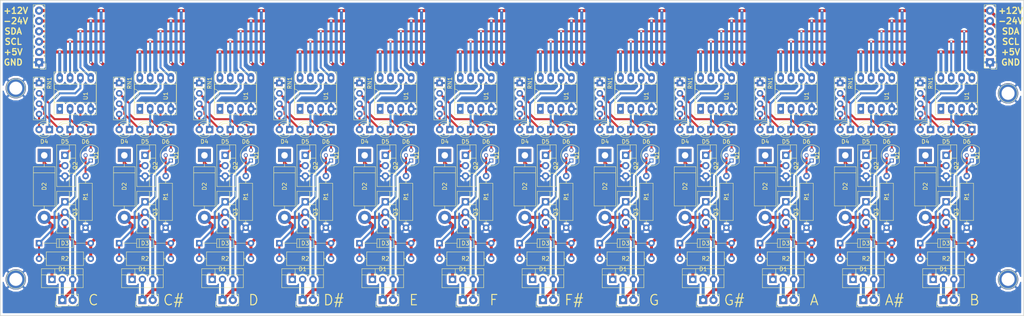
<source format=kicad_pcb>
(kicad_pcb (version 4) (host pcbnew 4.0.6)

  (general
    (links 479)
    (no_connects 183)
    (area 12.746667 63.224999 266.653334 141.045001)
    (thickness 1.6)
    (drawings 18)
    (tracks 802)
    (zones 0)
    (modules 174)
    (nets 18)
  )

  (page USLetter)
  (layers
    (0 F.Cu signal)
    (31 B.Cu signal)
    (32 B.Adhes user hide)
    (33 F.Adhes user hide)
    (34 B.Paste user hide)
    (35 F.Paste user hide)
    (36 B.SilkS user hide)
    (37 F.SilkS user)
    (38 B.Mask user hide)
    (39 F.Mask user hide)
    (40 Dwgs.User user hide)
    (41 Cmts.User user hide)
    (42 Eco1.User user hide)
    (43 Eco2.User user hide)
    (44 Edge.Cuts user)
    (45 Margin user hide)
    (46 B.CrtYd user hide)
    (47 F.CrtYd user)
    (48 B.Fab user hide)
    (49 F.Fab user hide)
  )

  (setup
    (last_trace_width 0.5)
    (trace_clearance 0.2)
    (zone_clearance 0.508)
    (zone_45_only no)
    (trace_min 0.2)
    (segment_width 0.2)
    (edge_width 0.15)
    (via_size 0.6)
    (via_drill 0.4)
    (via_min_size 0.4)
    (via_min_drill 0.3)
    (uvia_size 0.3)
    (uvia_drill 0.1)
    (uvias_allowed no)
    (uvia_min_size 0.2)
    (uvia_min_drill 0.1)
    (pcb_text_width 0.3)
    (pcb_text_size 1.5 1.5)
    (mod_edge_width 0.15)
    (mod_text_size 1 1)
    (mod_text_width 0.15)
    (pad_size 5 5)
    (pad_drill 3.2)
    (pad_to_mask_clearance 0.2)
    (aux_axis_origin 0 0)
    (visible_elements FFFEF7FF)
    (pcbplotparams
      (layerselection 0x010f0_80000001)
      (usegerberextensions false)
      (excludeedgelayer true)
      (linewidth 0.100000)
      (plotframeref false)
      (viasonmask false)
      (mode 1)
      (useauxorigin false)
      (hpglpennumber 1)
      (hpglpenspeed 20)
      (hpglpendiameter 15)
      (hpglpenoverlay 2)
      (psnegative false)
      (psa4output false)
      (plotreference true)
      (plotvalue true)
      (plotinvisibletext false)
      (padsonsilk false)
      (subtractmaskfromsilk false)
      (outputformat 1)
      (mirror false)
      (drillshape 0)
      (scaleselection 1)
      (outputdirectory ""))
  )

  (net 0 "")
  (net 1 "Net-(D1-Pad1)")
  (net 2 +12V)
  (net 3 "Net-(D2-Pad1)")
  (net 4 "Net-(D3-Pad1)")
  (net 5 -24V)
  (net 6 +5V)
  (net 7 GND)
  (net 8 SDA)
  (net 9 SCL)
  (net 10 "Net-(Q1-Pad2)")
  (net 11 ONSET)
  (net 12 HOLD)
  (net 13 LED)
  (net 14 "Net-(D4-Pad2)")
  (net 15 "Net-(D5-Pad2)")
  (net 16 "Net-(D6-Pad2)")
  (net 17 "Net-(U1-Pad1)")

  (net_class Default "This is the default net class."
    (clearance 0.2)
    (trace_width 0.5)
    (via_dia 0.6)
    (via_drill 0.4)
    (uvia_dia 0.3)
    (uvia_drill 0.1)
    (add_net HOLD)
    (add_net LED)
    (add_net "Net-(D3-Pad1)")
    (add_net "Net-(D4-Pad2)")
    (add_net "Net-(D5-Pad2)")
    (add_net "Net-(D6-Pad2)")
    (add_net "Net-(Q1-Pad2)")
    (add_net "Net-(U1-Pad1)")
    (add_net ONSET)
  )

  (net_class POWER ""
    (clearance 0.2)
    (trace_width 0.75)
    (via_dia 0.6)
    (via_drill 0.4)
    (uvia_dia 0.3)
    (uvia_drill 0.1)
    (add_net +12V)
    (add_net +5V)
    (add_net -24V)
    (add_net GND)
    (add_net "Net-(D1-Pad1)")
    (add_net "Net-(D2-Pad1)")
  )

  (net_class i2c ""
    (clearance 0.2)
    (trace_width 0.5)
    (via_dia 0.6)
    (via_drill 0.4)
    (uvia_dia 0.3)
    (uvia_drill 0.1)
    (add_net SCL)
    (add_net SDA)
  )

  (module Connectors:1pin (layer F.Cu) (tedit 5A070047) (tstamp 5A0714F5)
    (at 17.78 85.09)
    (descr "module 1 pin (ou trou mecanique de percage)")
    (tags DEV)
    (path /5A06EE0F)
    (fp_text reference J1 (at 0 -3.048) (layer F.SilkS) hide
      (effects (font (size 1 1) (thickness 0.15)))
    )
    (fp_text value CONN_01X01 (at 0 3) (layer F.Fab)
      (effects (font (size 1 1) (thickness 0.15)))
    )
    (fp_circle (center 0 0) (end 2 0.8) (layer F.Fab) (width 0.1))
    (fp_circle (center 0 0) (end 2.6 0) (layer F.CrtYd) (width 0.05))
    (fp_circle (center 0 0) (end 0 -2.286) (layer F.SilkS) (width 0.12))
    (pad 1 thru_hole circle (at 0 0) (size 5 5) (drill 3.2) (layers *.Cu *.Mask)
      (net 7 GND))
  )

  (module Connectors:1pin (layer F.Cu) (tedit 5A070047) (tstamp 5A0714EE)
    (at 17.78 132.08)
    (descr "module 1 pin (ou trou mecanique de percage)")
    (tags DEV)
    (path /5A06EE0F)
    (fp_text reference J1 (at 0 -3.048) (layer F.SilkS) hide
      (effects (font (size 1 1) (thickness 0.15)))
    )
    (fp_text value CONN_01X01 (at 0 3) (layer F.Fab)
      (effects (font (size 1 1) (thickness 0.15)))
    )
    (fp_circle (center 0 0) (end 2 0.8) (layer F.Fab) (width 0.1))
    (fp_circle (center 0 0) (end 2.6 0) (layer F.CrtYd) (width 0.05))
    (fp_circle (center 0 0) (end 0 -2.286) (layer F.SilkS) (width 0.12))
    (pad 1 thru_hole circle (at 0 0) (size 5 5) (drill 3.2) (layers *.Cu *.Mask)
      (net 7 GND))
  )

  (module Connectors:1pin (layer F.Cu) (tedit 5A070047) (tstamp 5A0714DF)
    (at 261.62 132.08)
    (descr "module 1 pin (ou trou mecanique de percage)")
    (tags DEV)
    (path /5A06EE0F)
    (fp_text reference J1 (at 0 -3.048) (layer F.SilkS) hide
      (effects (font (size 1 1) (thickness 0.15)))
    )
    (fp_text value CONN_01X01 (at 0 3) (layer F.Fab)
      (effects (font (size 1 1) (thickness 0.15)))
    )
    (fp_circle (center 0 0) (end 2 0.8) (layer F.Fab) (width 0.1))
    (fp_circle (center 0 0) (end 2.6 0) (layer F.CrtYd) (width 0.05))
    (fp_circle (center 0 0) (end 0 -2.286) (layer F.SilkS) (width 0.12))
    (pad 1 thru_hole circle (at 0 0) (size 5 5) (drill 3.2) (layers *.Cu *.Mask)
      (net 7 GND))
  )

  (module Connectors_Samtec:SL-106-X-XX_1x06 (layer F.Cu) (tedit 5A070441) (tstamp 5A070F76)
    (at 257.175 78.74 180)
    (descr "Low profile, screw machine socket strip, through hole, 100mil / 2.54mm pitch")
    (tags "samtec socket strip tht single")
    (path /5A0709D3)
    (fp_text reference P1 (at -2.27 6.35 270) (layer F.SilkS) hide
      (effects (font (size 1 1) (thickness 0.15)))
    )
    (fp_text value CONN_1x6 (at 2.27 6.35 270) (layer F.Fab)
      (effects (font (size 1 1) (thickness 0.15)))
    )
    (fp_line (start 2.54 15.24) (end 2.54 -2.54) (layer F.CrtYd) (width 0.15))
    (fp_line (start -2.54 15.24) (end 2.54 15.24) (layer F.CrtYd) (width 0.15))
    (fp_line (start -2.54 -2.54) (end -2.54 15.24) (layer F.CrtYd) (width 0.15))
    (fp_line (start -2.54 -2.54) (end 2.54 -2.54) (layer F.CrtYd) (width 0.15))
    (fp_line (start 2.54 -2.54) (end -2.54 -2.54) (layer F.CrtYd) (width 0.15))
    (fp_line (start -0.17 -1.42) (end 1.42 -1.42) (layer F.SilkS) (width 0.12))
    (fp_line (start 1.42 -1.42) (end 1.42 14.12) (layer F.SilkS) (width 0.12))
    (fp_line (start 1.42 14.12) (end -1.42 14.12) (layer F.SilkS) (width 0.12))
    (fp_line (start -1.42 14.12) (end -1.42 -0.17) (layer F.SilkS) (width 0.12))
    (fp_line (start -0.27 -1.67) (end -1.67 -1.67) (layer F.SilkS) (width 0.12))
    (fp_line (start -1.67 -1.67) (end -1.67 -0.27) (layer F.SilkS) (width 0.12))
    (fp_line (start -0.27 -1.67) (end -1.67 -1.67) (layer F.Fab) (width 0.1))
    (fp_line (start -1.67 -1.67) (end -1.67 -0.27) (layer F.Fab) (width 0.1))
    (fp_line (start -1.27 -1.27) (end -1.27 13.97) (layer F.Fab) (width 0.1))
    (fp_line (start -1.27 13.97) (end 1.27 13.97) (layer F.Fab) (width 0.1))
    (fp_line (start 1.27 13.97) (end 1.27 -1.27) (layer F.Fab) (width 0.1))
    (fp_line (start 1.27 -1.27) (end -1.27 -1.27) (layer F.Fab) (width 0.1))
    (fp_line (start -1.77 -1.77) (end -1.77 14.47) (layer F.CrtYd) (width 0.05))
    (fp_line (start -1.77 14.47) (end 1.77 14.47) (layer F.CrtYd) (width 0.05))
    (fp_line (start 1.77 14.47) (end 1.77 -1.77) (layer F.CrtYd) (width 0.05))
    (fp_line (start 1.77 -1.77) (end -1.77 -1.77) (layer F.CrtYd) (width 0.05))
    (fp_line (start -1.27 1.27) (end -1.07 1.27) (layer F.Fab) (width 0.1))
    (fp_line (start 1.27 1.27) (end 1.07 1.27) (layer F.Fab) (width 0.1))
    (fp_line (start -1.27 3.81) (end -1.07 3.81) (layer F.Fab) (width 0.1))
    (fp_line (start 1.27 3.81) (end 1.07 3.81) (layer F.Fab) (width 0.1))
    (fp_line (start -1.27 6.35) (end -1.07 6.35) (layer F.Fab) (width 0.1))
    (fp_line (start 1.27 6.35) (end 1.07 6.35) (layer F.Fab) (width 0.1))
    (fp_line (start -1.27 8.89) (end -1.07 8.89) (layer F.Fab) (width 0.1))
    (fp_line (start 1.27 8.89) (end 1.07 8.89) (layer F.Fab) (width 0.1))
    (fp_line (start -1.27 11.43) (end -1.07 11.43) (layer F.Fab) (width 0.1))
    (fp_line (start 1.27 11.43) (end 1.07 11.43) (layer F.Fab) (width 0.1))
    (fp_line (start -1.27 13.97) (end -1.07 13.97) (layer F.Fab) (width 0.1))
    (fp_line (start 1.27 13.97) (end 1.07 13.97) (layer F.Fab) (width 0.1))
    (fp_text user %R (at 0 6.35 270) (layer F.Fab)
      (effects (font (size 1 1) (thickness 0.15)))
    )
    (pad 1 thru_hole rect (at 0 0 180) (size 2 2) (drill 0.95) (layers *.Cu *.Mask)
      (net 7 GND))
    (pad 2 thru_hole circle (at 0 2.54 180) (size 2 2) (drill 0.95) (layers *.Cu *.Mask)
      (net 6 +5V))
    (pad 3 thru_hole circle (at 0 5.08 180) (size 2 2) (drill 0.95) (layers *.Cu *.Mask)
      (net 9 SCL))
    (pad 4 thru_hole circle (at 0 7.62 180) (size 2 2) (drill 0.95) (layers *.Cu *.Mask)
      (net 8 SDA))
    (pad 5 thru_hole circle (at 0 10.16 180) (size 2 2) (drill 0.95) (layers *.Cu *.Mask)
      (net 5 -24V))
    (pad 6 thru_hole circle (at 0 12.7 180) (size 2 2) (drill 0.95) (layers *.Cu *.Mask)
      (net 2 +12V))
    (model ${KISYS3DMOD}/Connectors_Samtec.3dshapes/SL-106-X-XX_1x06.wrl
      (at (xyz 0 0 0))
      (scale (xyz 1 1 1))
      (rotate (xyz 0 0 0))
    )
  )

  (module Connectors_Samtec:SL-102-X-XX_1x02 (layer F.Cu) (tedit 5A07030C) (tstamp 5A0707CE)
    (at 206.375 137.16 90)
    (descr "Low profile, screw machine socket strip, through hole, 100mil / 2.54mm pitch")
    (tags "samtec socket strip tht single")
    (path /59CBF8CD)
    (fp_text reference A (at 0 7.62 180) (layer F.SilkS)
      (effects (font (size 2.54 2.54) (thickness 0.254)))
    )
    (fp_text value Solenoid (at 2.27 1.27 180) (layer F.Fab)
      (effects (font (size 1 1) (thickness 0.15)))
    )
    (fp_line (start 2.54 5.08) (end 2.54 -2.54) (layer F.CrtYd) (width 0.15))
    (fp_line (start -2.54 5.08) (end 2.54 5.08) (layer F.CrtYd) (width 0.15))
    (fp_line (start -2.54 -2.54) (end -2.54 5.08) (layer F.CrtYd) (width 0.15))
    (fp_line (start -2.54 -2.54) (end 2.54 -2.54) (layer F.CrtYd) (width 0.15))
    (fp_line (start 2.54 -2.54) (end -2.54 -2.54) (layer F.CrtYd) (width 0.15))
    (fp_line (start -0.17 -1.42) (end 1.42 -1.42) (layer F.SilkS) (width 0.12))
    (fp_line (start 1.42 -1.42) (end 1.42 3.96) (layer F.SilkS) (width 0.12))
    (fp_line (start 1.42 3.96) (end -1.42 3.96) (layer F.SilkS) (width 0.12))
    (fp_line (start -1.42 3.96) (end -1.42 -0.17) (layer F.SilkS) (width 0.12))
    (fp_line (start -0.27 -1.67) (end -1.67 -1.67) (layer F.SilkS) (width 0.12))
    (fp_line (start -1.67 -1.67) (end -1.67 -0.27) (layer F.SilkS) (width 0.12))
    (fp_line (start -0.27 -1.67) (end -1.67 -1.67) (layer F.Fab) (width 0.1))
    (fp_line (start -1.67 -1.67) (end -1.67 -0.27) (layer F.Fab) (width 0.1))
    (fp_line (start -1.27 -1.27) (end -1.27 3.81) (layer F.Fab) (width 0.1))
    (fp_line (start -1.27 3.81) (end 1.27 3.81) (layer F.Fab) (width 0.1))
    (fp_line (start 1.27 3.81) (end 1.27 -1.27) (layer F.Fab) (width 0.1))
    (fp_line (start 1.27 -1.27) (end -1.27 -1.27) (layer F.Fab) (width 0.1))
    (fp_line (start -1.77 -1.77) (end -1.77 4.31) (layer F.CrtYd) (width 0.05))
    (fp_line (start -1.77 4.31) (end 1.77 4.31) (layer F.CrtYd) (width 0.05))
    (fp_line (start 1.77 4.31) (end 1.77 -1.77) (layer F.CrtYd) (width 0.05))
    (fp_line (start 1.77 -1.77) (end -1.77 -1.77) (layer F.CrtYd) (width 0.05))
    (fp_line (start -1.27 1.27) (end -1.07 1.27) (layer F.Fab) (width 0.1))
    (fp_line (start 1.27 1.27) (end 1.07 1.27) (layer F.Fab) (width 0.1))
    (fp_line (start -1.27 3.81) (end -1.07 3.81) (layer F.Fab) (width 0.1))
    (fp_line (start 1.27 3.81) (end 1.07 3.81) (layer F.Fab) (width 0.1))
    (fp_text user %R (at 0 1.27 180) (layer F.Fab)
      (effects (font (size 1 1) (thickness 0.15)))
    )
    (pad 1 thru_hole rect (at 0 0 90) (size 2 2) (drill 0.95) (layers *.Cu *.Mask)
      (net 2 +12V))
    (pad 2 thru_hole circle (at 0 2.54 90) (size 2 2) (drill 0.95) (layers *.Cu *.Mask)
      (net 1 "Net-(D1-Pad1)"))
    (model ${KISYS3DMOD}/Connectors_Samtec.3dshapes/SL-102-X-XX_1x02.wrl
      (at (xyz 0 0 0))
      (scale (xyz 1 1 1))
      (rotate (xyz 0 0 0))
    )
  )

  (module Connectors_Samtec:SL-102-X-XX_1x02 (layer F.Cu) (tedit 5A07031A) (tstamp 5A0707AF)
    (at 226.06 137.16 90)
    (descr "Low profile, screw machine socket strip, through hole, 100mil / 2.54mm pitch")
    (tags "samtec socket strip tht single")
    (path /59CBF8CD)
    (fp_text reference A# (at 0 7.62 180) (layer F.SilkS)
      (effects (font (size 2.54 2.54) (thickness 0.254)))
    )
    (fp_text value Solenoid (at 2.27 1.27 180) (layer F.Fab)
      (effects (font (size 1 1) (thickness 0.15)))
    )
    (fp_line (start 2.54 5.08) (end 2.54 -2.54) (layer F.CrtYd) (width 0.15))
    (fp_line (start -2.54 5.08) (end 2.54 5.08) (layer F.CrtYd) (width 0.15))
    (fp_line (start -2.54 -2.54) (end -2.54 5.08) (layer F.CrtYd) (width 0.15))
    (fp_line (start -2.54 -2.54) (end 2.54 -2.54) (layer F.CrtYd) (width 0.15))
    (fp_line (start 2.54 -2.54) (end -2.54 -2.54) (layer F.CrtYd) (width 0.15))
    (fp_line (start -0.17 -1.42) (end 1.42 -1.42) (layer F.SilkS) (width 0.12))
    (fp_line (start 1.42 -1.42) (end 1.42 3.96) (layer F.SilkS) (width 0.12))
    (fp_line (start 1.42 3.96) (end -1.42 3.96) (layer F.SilkS) (width 0.12))
    (fp_line (start -1.42 3.96) (end -1.42 -0.17) (layer F.SilkS) (width 0.12))
    (fp_line (start -0.27 -1.67) (end -1.67 -1.67) (layer F.SilkS) (width 0.12))
    (fp_line (start -1.67 -1.67) (end -1.67 -0.27) (layer F.SilkS) (width 0.12))
    (fp_line (start -0.27 -1.67) (end -1.67 -1.67) (layer F.Fab) (width 0.1))
    (fp_line (start -1.67 -1.67) (end -1.67 -0.27) (layer F.Fab) (width 0.1))
    (fp_line (start -1.27 -1.27) (end -1.27 3.81) (layer F.Fab) (width 0.1))
    (fp_line (start -1.27 3.81) (end 1.27 3.81) (layer F.Fab) (width 0.1))
    (fp_line (start 1.27 3.81) (end 1.27 -1.27) (layer F.Fab) (width 0.1))
    (fp_line (start 1.27 -1.27) (end -1.27 -1.27) (layer F.Fab) (width 0.1))
    (fp_line (start -1.77 -1.77) (end -1.77 4.31) (layer F.CrtYd) (width 0.05))
    (fp_line (start -1.77 4.31) (end 1.77 4.31) (layer F.CrtYd) (width 0.05))
    (fp_line (start 1.77 4.31) (end 1.77 -1.77) (layer F.CrtYd) (width 0.05))
    (fp_line (start 1.77 -1.77) (end -1.77 -1.77) (layer F.CrtYd) (width 0.05))
    (fp_line (start -1.27 1.27) (end -1.07 1.27) (layer F.Fab) (width 0.1))
    (fp_line (start 1.27 1.27) (end 1.07 1.27) (layer F.Fab) (width 0.1))
    (fp_line (start -1.27 3.81) (end -1.07 3.81) (layer F.Fab) (width 0.1))
    (fp_line (start 1.27 3.81) (end 1.07 3.81) (layer F.Fab) (width 0.1))
    (fp_text user %R (at 0 1.27 180) (layer F.Fab)
      (effects (font (size 1 1) (thickness 0.15)))
    )
    (pad 1 thru_hole rect (at 0 0 90) (size 2 2) (drill 0.95) (layers *.Cu *.Mask)
      (net 2 +12V))
    (pad 2 thru_hole circle (at 0 2.54 90) (size 2 2) (drill 0.95) (layers *.Cu *.Mask)
      (net 1 "Net-(D1-Pad1)"))
    (model ${KISYS3DMOD}/Connectors_Samtec.3dshapes/SL-102-X-XX_1x02.wrl
      (at (xyz 0 0 0))
      (scale (xyz 1 1 1))
      (rotate (xyz 0 0 0))
    )
  )

  (module Connectors_Samtec:SL-102-X-XX_1x02 (layer F.Cu) (tedit 5A070326) (tstamp 5A070771)
    (at 245.745 137.16 90)
    (descr "Low profile, screw machine socket strip, through hole, 100mil / 2.54mm pitch")
    (tags "samtec socket strip tht single")
    (path /59CBF8CD)
    (fp_text reference B (at 0 7.62 180) (layer F.SilkS)
      (effects (font (size 2.54 2.54) (thickness 0.254)))
    )
    (fp_text value Solenoid (at 2.27 1.27 180) (layer F.Fab)
      (effects (font (size 1 1) (thickness 0.15)))
    )
    (fp_line (start 2.54 5.08) (end 2.54 -2.54) (layer F.CrtYd) (width 0.15))
    (fp_line (start -2.54 5.08) (end 2.54 5.08) (layer F.CrtYd) (width 0.15))
    (fp_line (start -2.54 -2.54) (end -2.54 5.08) (layer F.CrtYd) (width 0.15))
    (fp_line (start -2.54 -2.54) (end 2.54 -2.54) (layer F.CrtYd) (width 0.15))
    (fp_line (start 2.54 -2.54) (end -2.54 -2.54) (layer F.CrtYd) (width 0.15))
    (fp_line (start -0.17 -1.42) (end 1.42 -1.42) (layer F.SilkS) (width 0.12))
    (fp_line (start 1.42 -1.42) (end 1.42 3.96) (layer F.SilkS) (width 0.12))
    (fp_line (start 1.42 3.96) (end -1.42 3.96) (layer F.SilkS) (width 0.12))
    (fp_line (start -1.42 3.96) (end -1.42 -0.17) (layer F.SilkS) (width 0.12))
    (fp_line (start -0.27 -1.67) (end -1.67 -1.67) (layer F.SilkS) (width 0.12))
    (fp_line (start -1.67 -1.67) (end -1.67 -0.27) (layer F.SilkS) (width 0.12))
    (fp_line (start -0.27 -1.67) (end -1.67 -1.67) (layer F.Fab) (width 0.1))
    (fp_line (start -1.67 -1.67) (end -1.67 -0.27) (layer F.Fab) (width 0.1))
    (fp_line (start -1.27 -1.27) (end -1.27 3.81) (layer F.Fab) (width 0.1))
    (fp_line (start -1.27 3.81) (end 1.27 3.81) (layer F.Fab) (width 0.1))
    (fp_line (start 1.27 3.81) (end 1.27 -1.27) (layer F.Fab) (width 0.1))
    (fp_line (start 1.27 -1.27) (end -1.27 -1.27) (layer F.Fab) (width 0.1))
    (fp_line (start -1.77 -1.77) (end -1.77 4.31) (layer F.CrtYd) (width 0.05))
    (fp_line (start -1.77 4.31) (end 1.77 4.31) (layer F.CrtYd) (width 0.05))
    (fp_line (start 1.77 4.31) (end 1.77 -1.77) (layer F.CrtYd) (width 0.05))
    (fp_line (start 1.77 -1.77) (end -1.77 -1.77) (layer F.CrtYd) (width 0.05))
    (fp_line (start -1.27 1.27) (end -1.07 1.27) (layer F.Fab) (width 0.1))
    (fp_line (start 1.27 1.27) (end 1.07 1.27) (layer F.Fab) (width 0.1))
    (fp_line (start -1.27 3.81) (end -1.07 3.81) (layer F.Fab) (width 0.1))
    (fp_line (start 1.27 3.81) (end 1.07 3.81) (layer F.Fab) (width 0.1))
    (fp_text user %R (at 0 1.27 180) (layer F.Fab)
      (effects (font (size 1 1) (thickness 0.15)))
    )
    (pad 1 thru_hole rect (at 0 0 90) (size 2 2) (drill 0.95) (layers *.Cu *.Mask)
      (net 2 +12V))
    (pad 2 thru_hole circle (at 0 2.54 90) (size 2 2) (drill 0.95) (layers *.Cu *.Mask)
      (net 1 "Net-(D1-Pad1)"))
    (model ${KISYS3DMOD}/Connectors_Samtec.3dshapes/SL-102-X-XX_1x02.wrl
      (at (xyz 0 0 0))
      (scale (xyz 1 1 1))
      (rotate (xyz 0 0 0))
    )
  )

  (module Connectors_Samtec:SL-102-X-XX_1x02 (layer F.Cu) (tedit 5A0702D1) (tstamp 5A0706D6)
    (at 107.95 137.16 90)
    (descr "Low profile, screw machine socket strip, through hole, 100mil / 2.54mm pitch")
    (tags "samtec socket strip tht single")
    (path /59CBF8CD)
    (fp_text reference E (at 0 7.62 180) (layer F.SilkS)
      (effects (font (size 2.54 2.54) (thickness 0.254)))
    )
    (fp_text value Solenoid (at 2.27 1.27 180) (layer F.Fab)
      (effects (font (size 1 1) (thickness 0.15)))
    )
    (fp_line (start 2.54 5.08) (end 2.54 -2.54) (layer F.CrtYd) (width 0.15))
    (fp_line (start -2.54 5.08) (end 2.54 5.08) (layer F.CrtYd) (width 0.15))
    (fp_line (start -2.54 -2.54) (end -2.54 5.08) (layer F.CrtYd) (width 0.15))
    (fp_line (start -2.54 -2.54) (end 2.54 -2.54) (layer F.CrtYd) (width 0.15))
    (fp_line (start 2.54 -2.54) (end -2.54 -2.54) (layer F.CrtYd) (width 0.15))
    (fp_line (start -0.17 -1.42) (end 1.42 -1.42) (layer F.SilkS) (width 0.12))
    (fp_line (start 1.42 -1.42) (end 1.42 3.96) (layer F.SilkS) (width 0.12))
    (fp_line (start 1.42 3.96) (end -1.42 3.96) (layer F.SilkS) (width 0.12))
    (fp_line (start -1.42 3.96) (end -1.42 -0.17) (layer F.SilkS) (width 0.12))
    (fp_line (start -0.27 -1.67) (end -1.67 -1.67) (layer F.SilkS) (width 0.12))
    (fp_line (start -1.67 -1.67) (end -1.67 -0.27) (layer F.SilkS) (width 0.12))
    (fp_line (start -0.27 -1.67) (end -1.67 -1.67) (layer F.Fab) (width 0.1))
    (fp_line (start -1.67 -1.67) (end -1.67 -0.27) (layer F.Fab) (width 0.1))
    (fp_line (start -1.27 -1.27) (end -1.27 3.81) (layer F.Fab) (width 0.1))
    (fp_line (start -1.27 3.81) (end 1.27 3.81) (layer F.Fab) (width 0.1))
    (fp_line (start 1.27 3.81) (end 1.27 -1.27) (layer F.Fab) (width 0.1))
    (fp_line (start 1.27 -1.27) (end -1.27 -1.27) (layer F.Fab) (width 0.1))
    (fp_line (start -1.77 -1.77) (end -1.77 4.31) (layer F.CrtYd) (width 0.05))
    (fp_line (start -1.77 4.31) (end 1.77 4.31) (layer F.CrtYd) (width 0.05))
    (fp_line (start 1.77 4.31) (end 1.77 -1.77) (layer F.CrtYd) (width 0.05))
    (fp_line (start 1.77 -1.77) (end -1.77 -1.77) (layer F.CrtYd) (width 0.05))
    (fp_line (start -1.27 1.27) (end -1.07 1.27) (layer F.Fab) (width 0.1))
    (fp_line (start 1.27 1.27) (end 1.07 1.27) (layer F.Fab) (width 0.1))
    (fp_line (start -1.27 3.81) (end -1.07 3.81) (layer F.Fab) (width 0.1))
    (fp_line (start 1.27 3.81) (end 1.07 3.81) (layer F.Fab) (width 0.1))
    (fp_text user %R (at 0 1.27 180) (layer F.Fab)
      (effects (font (size 1 1) (thickness 0.15)))
    )
    (pad 1 thru_hole rect (at 0 0 90) (size 2 2) (drill 0.95) (layers *.Cu *.Mask)
      (net 2 +12V))
    (pad 2 thru_hole circle (at 0 2.54 90) (size 2 2) (drill 0.95) (layers *.Cu *.Mask)
      (net 1 "Net-(D1-Pad1)"))
    (model ${KISYS3DMOD}/Connectors_Samtec.3dshapes/SL-102-X-XX_1x02.wrl
      (at (xyz 0 0 0))
      (scale (xyz 1 1 1))
      (rotate (xyz 0 0 0))
    )
  )

  (module Connectors_Samtec:SL-102-X-XX_1x02 (layer F.Cu) (tedit 5A0702ED) (tstamp 5A0706B7)
    (at 167.005 137.16 90)
    (descr "Low profile, screw machine socket strip, through hole, 100mil / 2.54mm pitch")
    (tags "samtec socket strip tht single")
    (path /59CBF8CD)
    (fp_text reference G (at 0 7.62 180) (layer F.SilkS)
      (effects (font (size 2.54 2.54) (thickness 0.254)))
    )
    (fp_text value Solenoid (at 2.27 1.27 180) (layer F.Fab)
      (effects (font (size 1 1) (thickness 0.15)))
    )
    (fp_line (start 2.54 5.08) (end 2.54 -2.54) (layer F.CrtYd) (width 0.15))
    (fp_line (start -2.54 5.08) (end 2.54 5.08) (layer F.CrtYd) (width 0.15))
    (fp_line (start -2.54 -2.54) (end -2.54 5.08) (layer F.CrtYd) (width 0.15))
    (fp_line (start -2.54 -2.54) (end 2.54 -2.54) (layer F.CrtYd) (width 0.15))
    (fp_line (start 2.54 -2.54) (end -2.54 -2.54) (layer F.CrtYd) (width 0.15))
    (fp_line (start -0.17 -1.42) (end 1.42 -1.42) (layer F.SilkS) (width 0.12))
    (fp_line (start 1.42 -1.42) (end 1.42 3.96) (layer F.SilkS) (width 0.12))
    (fp_line (start 1.42 3.96) (end -1.42 3.96) (layer F.SilkS) (width 0.12))
    (fp_line (start -1.42 3.96) (end -1.42 -0.17) (layer F.SilkS) (width 0.12))
    (fp_line (start -0.27 -1.67) (end -1.67 -1.67) (layer F.SilkS) (width 0.12))
    (fp_line (start -1.67 -1.67) (end -1.67 -0.27) (layer F.SilkS) (width 0.12))
    (fp_line (start -0.27 -1.67) (end -1.67 -1.67) (layer F.Fab) (width 0.1))
    (fp_line (start -1.67 -1.67) (end -1.67 -0.27) (layer F.Fab) (width 0.1))
    (fp_line (start -1.27 -1.27) (end -1.27 3.81) (layer F.Fab) (width 0.1))
    (fp_line (start -1.27 3.81) (end 1.27 3.81) (layer F.Fab) (width 0.1))
    (fp_line (start 1.27 3.81) (end 1.27 -1.27) (layer F.Fab) (width 0.1))
    (fp_line (start 1.27 -1.27) (end -1.27 -1.27) (layer F.Fab) (width 0.1))
    (fp_line (start -1.77 -1.77) (end -1.77 4.31) (layer F.CrtYd) (width 0.05))
    (fp_line (start -1.77 4.31) (end 1.77 4.31) (layer F.CrtYd) (width 0.05))
    (fp_line (start 1.77 4.31) (end 1.77 -1.77) (layer F.CrtYd) (width 0.05))
    (fp_line (start 1.77 -1.77) (end -1.77 -1.77) (layer F.CrtYd) (width 0.05))
    (fp_line (start -1.27 1.27) (end -1.07 1.27) (layer F.Fab) (width 0.1))
    (fp_line (start 1.27 1.27) (end 1.07 1.27) (layer F.Fab) (width 0.1))
    (fp_line (start -1.27 3.81) (end -1.07 3.81) (layer F.Fab) (width 0.1))
    (fp_line (start 1.27 3.81) (end 1.07 3.81) (layer F.Fab) (width 0.1))
    (fp_text user %R (at 0 1.27 180) (layer F.Fab)
      (effects (font (size 1 1) (thickness 0.15)))
    )
    (pad 1 thru_hole rect (at 0 0 90) (size 2 2) (drill 0.95) (layers *.Cu *.Mask)
      (net 2 +12V))
    (pad 2 thru_hole circle (at 0 2.54 90) (size 2 2) (drill 0.95) (layers *.Cu *.Mask)
      (net 1 "Net-(D1-Pad1)"))
    (model ${KISYS3DMOD}/Connectors_Samtec.3dshapes/SL-102-X-XX_1x02.wrl
      (at (xyz 0 0 0))
      (scale (xyz 1 1 1))
      (rotate (xyz 0 0 0))
    )
  )

  (module Connectors_Samtec:SL-102-X-XX_1x02 (layer F.Cu) (tedit 5A0702F7) (tstamp 5A070698)
    (at 186.69 137.16 90)
    (descr "Low profile, screw machine socket strip, through hole, 100mil / 2.54mm pitch")
    (tags "samtec socket strip tht single")
    (path /59CBF8CD)
    (fp_text reference G# (at 0 7.62 180) (layer F.SilkS)
      (effects (font (size 2.54 2.54) (thickness 0.254)))
    )
    (fp_text value Solenoid (at 2.27 1.27 180) (layer F.Fab)
      (effects (font (size 1 1) (thickness 0.15)))
    )
    (fp_line (start 2.54 5.08) (end 2.54 -2.54) (layer F.CrtYd) (width 0.15))
    (fp_line (start -2.54 5.08) (end 2.54 5.08) (layer F.CrtYd) (width 0.15))
    (fp_line (start -2.54 -2.54) (end -2.54 5.08) (layer F.CrtYd) (width 0.15))
    (fp_line (start -2.54 -2.54) (end 2.54 -2.54) (layer F.CrtYd) (width 0.15))
    (fp_line (start 2.54 -2.54) (end -2.54 -2.54) (layer F.CrtYd) (width 0.15))
    (fp_line (start -0.17 -1.42) (end 1.42 -1.42) (layer F.SilkS) (width 0.12))
    (fp_line (start 1.42 -1.42) (end 1.42 3.96) (layer F.SilkS) (width 0.12))
    (fp_line (start 1.42 3.96) (end -1.42 3.96) (layer F.SilkS) (width 0.12))
    (fp_line (start -1.42 3.96) (end -1.42 -0.17) (layer F.SilkS) (width 0.12))
    (fp_line (start -0.27 -1.67) (end -1.67 -1.67) (layer F.SilkS) (width 0.12))
    (fp_line (start -1.67 -1.67) (end -1.67 -0.27) (layer F.SilkS) (width 0.12))
    (fp_line (start -0.27 -1.67) (end -1.67 -1.67) (layer F.Fab) (width 0.1))
    (fp_line (start -1.67 -1.67) (end -1.67 -0.27) (layer F.Fab) (width 0.1))
    (fp_line (start -1.27 -1.27) (end -1.27 3.81) (layer F.Fab) (width 0.1))
    (fp_line (start -1.27 3.81) (end 1.27 3.81) (layer F.Fab) (width 0.1))
    (fp_line (start 1.27 3.81) (end 1.27 -1.27) (layer F.Fab) (width 0.1))
    (fp_line (start 1.27 -1.27) (end -1.27 -1.27) (layer F.Fab) (width 0.1))
    (fp_line (start -1.77 -1.77) (end -1.77 4.31) (layer F.CrtYd) (width 0.05))
    (fp_line (start -1.77 4.31) (end 1.77 4.31) (layer F.CrtYd) (width 0.05))
    (fp_line (start 1.77 4.31) (end 1.77 -1.77) (layer F.CrtYd) (width 0.05))
    (fp_line (start 1.77 -1.77) (end -1.77 -1.77) (layer F.CrtYd) (width 0.05))
    (fp_line (start -1.27 1.27) (end -1.07 1.27) (layer F.Fab) (width 0.1))
    (fp_line (start 1.27 1.27) (end 1.07 1.27) (layer F.Fab) (width 0.1))
    (fp_line (start -1.27 3.81) (end -1.07 3.81) (layer F.Fab) (width 0.1))
    (fp_line (start 1.27 3.81) (end 1.07 3.81) (layer F.Fab) (width 0.1))
    (fp_text user %R (at 0 1.27 180) (layer F.Fab)
      (effects (font (size 1 1) (thickness 0.15)))
    )
    (pad 1 thru_hole rect (at 0 0 90) (size 2 2) (drill 0.95) (layers *.Cu *.Mask)
      (net 2 +12V))
    (pad 2 thru_hole circle (at 0 2.54 90) (size 2 2) (drill 0.95) (layers *.Cu *.Mask)
      (net 1 "Net-(D1-Pad1)"))
    (model ${KISYS3DMOD}/Connectors_Samtec.3dshapes/SL-102-X-XX_1x02.wrl
      (at (xyz 0 0 0))
      (scale (xyz 1 1 1))
      (rotate (xyz 0 0 0))
    )
  )

  (module Connectors_Samtec:SL-102-X-XX_1x02 (layer F.Cu) (tedit 5A0702DA) (tstamp 5A070679)
    (at 127.635 137.16 90)
    (descr "Low profile, screw machine socket strip, through hole, 100mil / 2.54mm pitch")
    (tags "samtec socket strip tht single")
    (path /59CBF8CD)
    (fp_text reference F (at 0 7.62 180) (layer F.SilkS)
      (effects (font (size 2.54 2.54) (thickness 0.254)))
    )
    (fp_text value Solenoid (at 2.27 1.27 180) (layer F.Fab)
      (effects (font (size 1 1) (thickness 0.15)))
    )
    (fp_line (start 2.54 5.08) (end 2.54 -2.54) (layer F.CrtYd) (width 0.15))
    (fp_line (start -2.54 5.08) (end 2.54 5.08) (layer F.CrtYd) (width 0.15))
    (fp_line (start -2.54 -2.54) (end -2.54 5.08) (layer F.CrtYd) (width 0.15))
    (fp_line (start -2.54 -2.54) (end 2.54 -2.54) (layer F.CrtYd) (width 0.15))
    (fp_line (start 2.54 -2.54) (end -2.54 -2.54) (layer F.CrtYd) (width 0.15))
    (fp_line (start -0.17 -1.42) (end 1.42 -1.42) (layer F.SilkS) (width 0.12))
    (fp_line (start 1.42 -1.42) (end 1.42 3.96) (layer F.SilkS) (width 0.12))
    (fp_line (start 1.42 3.96) (end -1.42 3.96) (layer F.SilkS) (width 0.12))
    (fp_line (start -1.42 3.96) (end -1.42 -0.17) (layer F.SilkS) (width 0.12))
    (fp_line (start -0.27 -1.67) (end -1.67 -1.67) (layer F.SilkS) (width 0.12))
    (fp_line (start -1.67 -1.67) (end -1.67 -0.27) (layer F.SilkS) (width 0.12))
    (fp_line (start -0.27 -1.67) (end -1.67 -1.67) (layer F.Fab) (width 0.1))
    (fp_line (start -1.67 -1.67) (end -1.67 -0.27) (layer F.Fab) (width 0.1))
    (fp_line (start -1.27 -1.27) (end -1.27 3.81) (layer F.Fab) (width 0.1))
    (fp_line (start -1.27 3.81) (end 1.27 3.81) (layer F.Fab) (width 0.1))
    (fp_line (start 1.27 3.81) (end 1.27 -1.27) (layer F.Fab) (width 0.1))
    (fp_line (start 1.27 -1.27) (end -1.27 -1.27) (layer F.Fab) (width 0.1))
    (fp_line (start -1.77 -1.77) (end -1.77 4.31) (layer F.CrtYd) (width 0.05))
    (fp_line (start -1.77 4.31) (end 1.77 4.31) (layer F.CrtYd) (width 0.05))
    (fp_line (start 1.77 4.31) (end 1.77 -1.77) (layer F.CrtYd) (width 0.05))
    (fp_line (start 1.77 -1.77) (end -1.77 -1.77) (layer F.CrtYd) (width 0.05))
    (fp_line (start -1.27 1.27) (end -1.07 1.27) (layer F.Fab) (width 0.1))
    (fp_line (start 1.27 1.27) (end 1.07 1.27) (layer F.Fab) (width 0.1))
    (fp_line (start -1.27 3.81) (end -1.07 3.81) (layer F.Fab) (width 0.1))
    (fp_line (start 1.27 3.81) (end 1.07 3.81) (layer F.Fab) (width 0.1))
    (fp_text user %R (at 0 1.27 180) (layer F.Fab)
      (effects (font (size 1 1) (thickness 0.15)))
    )
    (pad 1 thru_hole rect (at 0 0 90) (size 2 2) (drill 0.95) (layers *.Cu *.Mask)
      (net 2 +12V))
    (pad 2 thru_hole circle (at 0 2.54 90) (size 2 2) (drill 0.95) (layers *.Cu *.Mask)
      (net 1 "Net-(D1-Pad1)"))
    (model ${KISYS3DMOD}/Connectors_Samtec.3dshapes/SL-102-X-XX_1x02.wrl
      (at (xyz 0 0 0))
      (scale (xyz 1 1 1))
      (rotate (xyz 0 0 0))
    )
  )

  (module Connectors_Samtec:SL-102-X-XX_1x02 (layer F.Cu) (tedit 5A0702C8) (tstamp 5A07065A)
    (at 88.265 137.16 90)
    (descr "Low profile, screw machine socket strip, through hole, 100mil / 2.54mm pitch")
    (tags "samtec socket strip tht single")
    (path /59CBF8CD)
    (fp_text reference D# (at 0 7.62 180) (layer F.SilkS)
      (effects (font (size 2.54 2.54) (thickness 0.254)))
    )
    (fp_text value Solenoid (at 2.27 1.27 180) (layer F.Fab)
      (effects (font (size 1 1) (thickness 0.15)))
    )
    (fp_line (start 2.54 5.08) (end 2.54 -2.54) (layer F.CrtYd) (width 0.15))
    (fp_line (start -2.54 5.08) (end 2.54 5.08) (layer F.CrtYd) (width 0.15))
    (fp_line (start -2.54 -2.54) (end -2.54 5.08) (layer F.CrtYd) (width 0.15))
    (fp_line (start -2.54 -2.54) (end 2.54 -2.54) (layer F.CrtYd) (width 0.15))
    (fp_line (start 2.54 -2.54) (end -2.54 -2.54) (layer F.CrtYd) (width 0.15))
    (fp_line (start -0.17 -1.42) (end 1.42 -1.42) (layer F.SilkS) (width 0.12))
    (fp_line (start 1.42 -1.42) (end 1.42 3.96) (layer F.SilkS) (width 0.12))
    (fp_line (start 1.42 3.96) (end -1.42 3.96) (layer F.SilkS) (width 0.12))
    (fp_line (start -1.42 3.96) (end -1.42 -0.17) (layer F.SilkS) (width 0.12))
    (fp_line (start -0.27 -1.67) (end -1.67 -1.67) (layer F.SilkS) (width 0.12))
    (fp_line (start -1.67 -1.67) (end -1.67 -0.27) (layer F.SilkS) (width 0.12))
    (fp_line (start -0.27 -1.67) (end -1.67 -1.67) (layer F.Fab) (width 0.1))
    (fp_line (start -1.67 -1.67) (end -1.67 -0.27) (layer F.Fab) (width 0.1))
    (fp_line (start -1.27 -1.27) (end -1.27 3.81) (layer F.Fab) (width 0.1))
    (fp_line (start -1.27 3.81) (end 1.27 3.81) (layer F.Fab) (width 0.1))
    (fp_line (start 1.27 3.81) (end 1.27 -1.27) (layer F.Fab) (width 0.1))
    (fp_line (start 1.27 -1.27) (end -1.27 -1.27) (layer F.Fab) (width 0.1))
    (fp_line (start -1.77 -1.77) (end -1.77 4.31) (layer F.CrtYd) (width 0.05))
    (fp_line (start -1.77 4.31) (end 1.77 4.31) (layer F.CrtYd) (width 0.05))
    (fp_line (start 1.77 4.31) (end 1.77 -1.77) (layer F.CrtYd) (width 0.05))
    (fp_line (start 1.77 -1.77) (end -1.77 -1.77) (layer F.CrtYd) (width 0.05))
    (fp_line (start -1.27 1.27) (end -1.07 1.27) (layer F.Fab) (width 0.1))
    (fp_line (start 1.27 1.27) (end 1.07 1.27) (layer F.Fab) (width 0.1))
    (fp_line (start -1.27 3.81) (end -1.07 3.81) (layer F.Fab) (width 0.1))
    (fp_line (start 1.27 3.81) (end 1.07 3.81) (layer F.Fab) (width 0.1))
    (fp_text user %R (at 0 1.27 180) (layer F.Fab)
      (effects (font (size 1 1) (thickness 0.15)))
    )
    (pad 1 thru_hole rect (at 0 0 90) (size 2 2) (drill 0.95) (layers *.Cu *.Mask)
      (net 2 +12V))
    (pad 2 thru_hole circle (at 0 2.54 90) (size 2 2) (drill 0.95) (layers *.Cu *.Mask)
      (net 1 "Net-(D1-Pad1)"))
    (model ${KISYS3DMOD}/Connectors_Samtec.3dshapes/SL-102-X-XX_1x02.wrl
      (at (xyz 0 0 0))
      (scale (xyz 1 1 1))
      (rotate (xyz 0 0 0))
    )
  )

  (module Connectors_Samtec:SL-102-X-XX_1x02 (layer F.Cu) (tedit 5A0702E3) (tstamp 5A07063B)
    (at 147.32 137.16 90)
    (descr "Low profile, screw machine socket strip, through hole, 100mil / 2.54mm pitch")
    (tags "samtec socket strip tht single")
    (path /59CBF8CD)
    (fp_text reference F# (at 0 7.62 180) (layer F.SilkS)
      (effects (font (size 2.54 2.54) (thickness 0.254)))
    )
    (fp_text value Solenoid (at 2.27 1.27 180) (layer F.Fab)
      (effects (font (size 1 1) (thickness 0.15)))
    )
    (fp_line (start 2.54 5.08) (end 2.54 -2.54) (layer F.CrtYd) (width 0.15))
    (fp_line (start -2.54 5.08) (end 2.54 5.08) (layer F.CrtYd) (width 0.15))
    (fp_line (start -2.54 -2.54) (end -2.54 5.08) (layer F.CrtYd) (width 0.15))
    (fp_line (start -2.54 -2.54) (end 2.54 -2.54) (layer F.CrtYd) (width 0.15))
    (fp_line (start 2.54 -2.54) (end -2.54 -2.54) (layer F.CrtYd) (width 0.15))
    (fp_line (start -0.17 -1.42) (end 1.42 -1.42) (layer F.SilkS) (width 0.12))
    (fp_line (start 1.42 -1.42) (end 1.42 3.96) (layer F.SilkS) (width 0.12))
    (fp_line (start 1.42 3.96) (end -1.42 3.96) (layer F.SilkS) (width 0.12))
    (fp_line (start -1.42 3.96) (end -1.42 -0.17) (layer F.SilkS) (width 0.12))
    (fp_line (start -0.27 -1.67) (end -1.67 -1.67) (layer F.SilkS) (width 0.12))
    (fp_line (start -1.67 -1.67) (end -1.67 -0.27) (layer F.SilkS) (width 0.12))
    (fp_line (start -0.27 -1.67) (end -1.67 -1.67) (layer F.Fab) (width 0.1))
    (fp_line (start -1.67 -1.67) (end -1.67 -0.27) (layer F.Fab) (width 0.1))
    (fp_line (start -1.27 -1.27) (end -1.27 3.81) (layer F.Fab) (width 0.1))
    (fp_line (start -1.27 3.81) (end 1.27 3.81) (layer F.Fab) (width 0.1))
    (fp_line (start 1.27 3.81) (end 1.27 -1.27) (layer F.Fab) (width 0.1))
    (fp_line (start 1.27 -1.27) (end -1.27 -1.27) (layer F.Fab) (width 0.1))
    (fp_line (start -1.77 -1.77) (end -1.77 4.31) (layer F.CrtYd) (width 0.05))
    (fp_line (start -1.77 4.31) (end 1.77 4.31) (layer F.CrtYd) (width 0.05))
    (fp_line (start 1.77 4.31) (end 1.77 -1.77) (layer F.CrtYd) (width 0.05))
    (fp_line (start 1.77 -1.77) (end -1.77 -1.77) (layer F.CrtYd) (width 0.05))
    (fp_line (start -1.27 1.27) (end -1.07 1.27) (layer F.Fab) (width 0.1))
    (fp_line (start 1.27 1.27) (end 1.07 1.27) (layer F.Fab) (width 0.1))
    (fp_line (start -1.27 3.81) (end -1.07 3.81) (layer F.Fab) (width 0.1))
    (fp_line (start 1.27 3.81) (end 1.07 3.81) (layer F.Fab) (width 0.1))
    (fp_text user %R (at 0 1.27 180) (layer F.Fab)
      (effects (font (size 1 1) (thickness 0.15)))
    )
    (pad 1 thru_hole rect (at 0 0 90) (size 2 2) (drill 0.95) (layers *.Cu *.Mask)
      (net 2 +12V))
    (pad 2 thru_hole circle (at 0 2.54 90) (size 2 2) (drill 0.95) (layers *.Cu *.Mask)
      (net 1 "Net-(D1-Pad1)"))
    (model ${KISYS3DMOD}/Connectors_Samtec.3dshapes/SL-102-X-XX_1x02.wrl
      (at (xyz 0 0 0))
      (scale (xyz 1 1 1))
      (rotate (xyz 0 0 0))
    )
  )

  (module Connectors_Samtec:SL-102-X-XX_1x02 (layer F.Cu) (tedit 5A0702BE) (tstamp 5A07061B)
    (at 68.58 137.16 90)
    (descr "Low profile, screw machine socket strip, through hole, 100mil / 2.54mm pitch")
    (tags "samtec socket strip tht single")
    (path /59CBF8CD)
    (fp_text reference D (at 0 7.62 180) (layer F.SilkS)
      (effects (font (size 2.54 2.54) (thickness 0.254)))
    )
    (fp_text value Solenoid (at 2.27 1.27 180) (layer F.Fab)
      (effects (font (size 1 1) (thickness 0.15)))
    )
    (fp_line (start 2.54 5.08) (end 2.54 -2.54) (layer F.CrtYd) (width 0.15))
    (fp_line (start -2.54 5.08) (end 2.54 5.08) (layer F.CrtYd) (width 0.15))
    (fp_line (start -2.54 -2.54) (end -2.54 5.08) (layer F.CrtYd) (width 0.15))
    (fp_line (start -2.54 -2.54) (end 2.54 -2.54) (layer F.CrtYd) (width 0.15))
    (fp_line (start 2.54 -2.54) (end -2.54 -2.54) (layer F.CrtYd) (width 0.15))
    (fp_line (start -0.17 -1.42) (end 1.42 -1.42) (layer F.SilkS) (width 0.12))
    (fp_line (start 1.42 -1.42) (end 1.42 3.96) (layer F.SilkS) (width 0.12))
    (fp_line (start 1.42 3.96) (end -1.42 3.96) (layer F.SilkS) (width 0.12))
    (fp_line (start -1.42 3.96) (end -1.42 -0.17) (layer F.SilkS) (width 0.12))
    (fp_line (start -0.27 -1.67) (end -1.67 -1.67) (layer F.SilkS) (width 0.12))
    (fp_line (start -1.67 -1.67) (end -1.67 -0.27) (layer F.SilkS) (width 0.12))
    (fp_line (start -0.27 -1.67) (end -1.67 -1.67) (layer F.Fab) (width 0.1))
    (fp_line (start -1.67 -1.67) (end -1.67 -0.27) (layer F.Fab) (width 0.1))
    (fp_line (start -1.27 -1.27) (end -1.27 3.81) (layer F.Fab) (width 0.1))
    (fp_line (start -1.27 3.81) (end 1.27 3.81) (layer F.Fab) (width 0.1))
    (fp_line (start 1.27 3.81) (end 1.27 -1.27) (layer F.Fab) (width 0.1))
    (fp_line (start 1.27 -1.27) (end -1.27 -1.27) (layer F.Fab) (width 0.1))
    (fp_line (start -1.77 -1.77) (end -1.77 4.31) (layer F.CrtYd) (width 0.05))
    (fp_line (start -1.77 4.31) (end 1.77 4.31) (layer F.CrtYd) (width 0.05))
    (fp_line (start 1.77 4.31) (end 1.77 -1.77) (layer F.CrtYd) (width 0.05))
    (fp_line (start 1.77 -1.77) (end -1.77 -1.77) (layer F.CrtYd) (width 0.05))
    (fp_line (start -1.27 1.27) (end -1.07 1.27) (layer F.Fab) (width 0.1))
    (fp_line (start 1.27 1.27) (end 1.07 1.27) (layer F.Fab) (width 0.1))
    (fp_line (start -1.27 3.81) (end -1.07 3.81) (layer F.Fab) (width 0.1))
    (fp_line (start 1.27 3.81) (end 1.07 3.81) (layer F.Fab) (width 0.1))
    (fp_text user %R (at 0 1.27 180) (layer F.Fab)
      (effects (font (size 1 1) (thickness 0.15)))
    )
    (pad 1 thru_hole rect (at 0 0 90) (size 2 2) (drill 0.95) (layers *.Cu *.Mask)
      (net 2 +12V))
    (pad 2 thru_hole circle (at 0 2.54 90) (size 2 2) (drill 0.95) (layers *.Cu *.Mask)
      (net 1 "Net-(D1-Pad1)"))
    (model ${KISYS3DMOD}/Connectors_Samtec.3dshapes/SL-102-X-XX_1x02.wrl
      (at (xyz 0 0 0))
      (scale (xyz 1 1 1))
      (rotate (xyz 0 0 0))
    )
  )

  (module Connectors_Samtec:SL-102-X-XX_1x02 (layer F.Cu) (tedit 5A0702A5) (tstamp 5A0705FC)
    (at 48.895 137.16 90)
    (descr "Low profile, screw machine socket strip, through hole, 100mil / 2.54mm pitch")
    (tags "samtec socket strip tht single")
    (path /59CBF8CD)
    (fp_text reference C# (at 0 7.62 180) (layer F.SilkS)
      (effects (font (size 2.54 2.54) (thickness 0.254)))
    )
    (fp_text value Solenoid (at 2.27 1.27 180) (layer F.Fab)
      (effects (font (size 1 1) (thickness 0.15)))
    )
    (fp_line (start 2.54 5.08) (end 2.54 -2.54) (layer F.CrtYd) (width 0.15))
    (fp_line (start -2.54 5.08) (end 2.54 5.08) (layer F.CrtYd) (width 0.15))
    (fp_line (start -2.54 -2.54) (end -2.54 5.08) (layer F.CrtYd) (width 0.15))
    (fp_line (start -2.54 -2.54) (end 2.54 -2.54) (layer F.CrtYd) (width 0.15))
    (fp_line (start 2.54 -2.54) (end -2.54 -2.54) (layer F.CrtYd) (width 0.15))
    (fp_line (start -0.17 -1.42) (end 1.42 -1.42) (layer F.SilkS) (width 0.12))
    (fp_line (start 1.42 -1.42) (end 1.42 3.96) (layer F.SilkS) (width 0.12))
    (fp_line (start 1.42 3.96) (end -1.42 3.96) (layer F.SilkS) (width 0.12))
    (fp_line (start -1.42 3.96) (end -1.42 -0.17) (layer F.SilkS) (width 0.12))
    (fp_line (start -0.27 -1.67) (end -1.67 -1.67) (layer F.SilkS) (width 0.12))
    (fp_line (start -1.67 -1.67) (end -1.67 -0.27) (layer F.SilkS) (width 0.12))
    (fp_line (start -0.27 -1.67) (end -1.67 -1.67) (layer F.Fab) (width 0.1))
    (fp_line (start -1.67 -1.67) (end -1.67 -0.27) (layer F.Fab) (width 0.1))
    (fp_line (start -1.27 -1.27) (end -1.27 3.81) (layer F.Fab) (width 0.1))
    (fp_line (start -1.27 3.81) (end 1.27 3.81) (layer F.Fab) (width 0.1))
    (fp_line (start 1.27 3.81) (end 1.27 -1.27) (layer F.Fab) (width 0.1))
    (fp_line (start 1.27 -1.27) (end -1.27 -1.27) (layer F.Fab) (width 0.1))
    (fp_line (start -1.77 -1.77) (end -1.77 4.31) (layer F.CrtYd) (width 0.05))
    (fp_line (start -1.77 4.31) (end 1.77 4.31) (layer F.CrtYd) (width 0.05))
    (fp_line (start 1.77 4.31) (end 1.77 -1.77) (layer F.CrtYd) (width 0.05))
    (fp_line (start 1.77 -1.77) (end -1.77 -1.77) (layer F.CrtYd) (width 0.05))
    (fp_line (start -1.27 1.27) (end -1.07 1.27) (layer F.Fab) (width 0.1))
    (fp_line (start 1.27 1.27) (end 1.07 1.27) (layer F.Fab) (width 0.1))
    (fp_line (start -1.27 3.81) (end -1.07 3.81) (layer F.Fab) (width 0.1))
    (fp_line (start 1.27 3.81) (end 1.07 3.81) (layer F.Fab) (width 0.1))
    (fp_text user %R (at 0 1.27 180) (layer F.Fab)
      (effects (font (size 1 1) (thickness 0.15)))
    )
    (pad 1 thru_hole rect (at 0 0 90) (size 2 2) (drill 0.95) (layers *.Cu *.Mask)
      (net 2 +12V))
    (pad 2 thru_hole circle (at 0 2.54 90) (size 2 2) (drill 0.95) (layers *.Cu *.Mask)
      (net 1 "Net-(D1-Pad1)"))
    (model ${KISYS3DMOD}/Connectors_Samtec.3dshapes/SL-102-X-XX_1x02.wrl
      (at (xyz 0 0 0))
      (scale (xyz 1 1 1))
      (rotate (xyz 0 0 0))
    )
  )

  (module TO_SOT_Packages_THT:TO-220-3_Vertical (layer F.Cu) (tedit 5A04A36C) (tstamp 5A05AF2F)
    (at 26.67 132.08)
    (descr "TO-220-3, Vertical, RM 2.54mm")
    (tags "TO-220-3 Vertical RM 2.54mm")
    (path /59CBFA42)
    (fp_text reference D1 (at 2.54 -2.54) (layer F.SilkS)
      (effects (font (size 1 1) (thickness 0.15)))
    )
    (fp_text value BYV23-200 (at 2.54 3.92) (layer F.Fab)
      (effects (font (size 1 1) (thickness 0.15)))
    )
    (fp_text user %R (at 2.54 -3.62) (layer F.Fab)
      (effects (font (size 1 1) (thickness 0.15)))
    )
    (fp_line (start -2.46 -2.5) (end -2.46 1.9) (layer F.Fab) (width 0.1))
    (fp_line (start -2.46 1.9) (end 7.54 1.9) (layer F.Fab) (width 0.1))
    (fp_line (start 7.54 1.9) (end 7.54 -2.5) (layer F.Fab) (width 0.1))
    (fp_line (start 7.54 -2.5) (end -2.46 -2.5) (layer F.Fab) (width 0.1))
    (fp_line (start -2.46 -1.23) (end 7.54 -1.23) (layer F.Fab) (width 0.1))
    (fp_line (start 0.69 -2.5) (end 0.69 -1.23) (layer F.Fab) (width 0.1))
    (fp_line (start 4.39 -2.5) (end 4.39 -1.23) (layer F.Fab) (width 0.1))
    (fp_line (start -2.58 -2.62) (end 7.66 -2.62) (layer F.SilkS) (width 0.12))
    (fp_line (start -2.58 2.021) (end 7.66 2.021) (layer F.SilkS) (width 0.12))
    (fp_line (start -2.58 -2.62) (end -2.58 2.021) (layer F.SilkS) (width 0.12))
    (fp_line (start 7.66 -2.62) (end 7.66 2.021) (layer F.SilkS) (width 0.12))
    (fp_line (start -2.58 -1.11) (end 7.66 -1.11) (layer F.SilkS) (width 0.12))
    (fp_line (start 0.69 -2.62) (end 0.69 -1.11) (layer F.SilkS) (width 0.12))
    (fp_line (start 4.391 -2.62) (end 4.391 -1.11) (layer F.SilkS) (width 0.12))
    (fp_line (start -2.71 -2.75) (end -2.71 2.16) (layer F.CrtYd) (width 0.05))
    (fp_line (start -2.71 2.16) (end 7.79 2.16) (layer F.CrtYd) (width 0.05))
    (fp_line (start 7.79 2.16) (end 7.79 -2.75) (layer F.CrtYd) (width 0.05))
    (fp_line (start 7.79 -2.75) (end -2.71 -2.75) (layer F.CrtYd) (width 0.05))
    (pad 1 thru_hole rect (at 0 0) (size 1.8 1.8) (drill 1) (layers *.Cu *.Mask)
      (net 1 "Net-(D1-Pad1)"))
    (pad 2 thru_hole oval (at 2.54 0) (size 1.8 1.8) (drill 1) (layers *.Cu *.Mask)
      (net 2 +12V))
    (pad 3 thru_hole oval (at 5.08 0) (size 1.8 1.8) (drill 1) (layers *.Cu *.Mask)
      (net 1 "Net-(D1-Pad1)"))
    (model ${KISYS3DMOD}/TO_SOT_Packages_THT.3dshapes/TO-220-3_Vertical.wrl
      (at (xyz 0.1 0 0))
      (scale (xyz 0.393701 0.393701 0.393701))
      (rotate (xyz 0 0 0))
    )
  )

  (module Connectors_Samtec:SL-102-X-XX_1x02 (layer F.Cu) (tedit 5A070297) (tstamp 5A0627AB)
    (at 29.21 137.16 90)
    (descr "Low profile, screw machine socket strip, through hole, 100mil / 2.54mm pitch")
    (tags "samtec socket strip tht single")
    (path /59CBF8CD)
    (fp_text reference C (at 0 7.62 180) (layer F.SilkS)
      (effects (font (size 2.54 2.54) (thickness 0.254)))
    )
    (fp_text value Solenoid (at 2.27 1.27 180) (layer F.Fab)
      (effects (font (size 1 1) (thickness 0.15)))
    )
    (fp_line (start 2.54 5.08) (end 2.54 -2.54) (layer F.CrtYd) (width 0.15))
    (fp_line (start -2.54 5.08) (end 2.54 5.08) (layer F.CrtYd) (width 0.15))
    (fp_line (start -2.54 -2.54) (end -2.54 5.08) (layer F.CrtYd) (width 0.15))
    (fp_line (start -2.54 -2.54) (end 2.54 -2.54) (layer F.CrtYd) (width 0.15))
    (fp_line (start 2.54 -2.54) (end -2.54 -2.54) (layer F.CrtYd) (width 0.15))
    (fp_line (start -0.17 -1.42) (end 1.42 -1.42) (layer F.SilkS) (width 0.12))
    (fp_line (start 1.42 -1.42) (end 1.42 3.96) (layer F.SilkS) (width 0.12))
    (fp_line (start 1.42 3.96) (end -1.42 3.96) (layer F.SilkS) (width 0.12))
    (fp_line (start -1.42 3.96) (end -1.42 -0.17) (layer F.SilkS) (width 0.12))
    (fp_line (start -0.27 -1.67) (end -1.67 -1.67) (layer F.SilkS) (width 0.12))
    (fp_line (start -1.67 -1.67) (end -1.67 -0.27) (layer F.SilkS) (width 0.12))
    (fp_line (start -0.27 -1.67) (end -1.67 -1.67) (layer F.Fab) (width 0.1))
    (fp_line (start -1.67 -1.67) (end -1.67 -0.27) (layer F.Fab) (width 0.1))
    (fp_line (start -1.27 -1.27) (end -1.27 3.81) (layer F.Fab) (width 0.1))
    (fp_line (start -1.27 3.81) (end 1.27 3.81) (layer F.Fab) (width 0.1))
    (fp_line (start 1.27 3.81) (end 1.27 -1.27) (layer F.Fab) (width 0.1))
    (fp_line (start 1.27 -1.27) (end -1.27 -1.27) (layer F.Fab) (width 0.1))
    (fp_line (start -1.77 -1.77) (end -1.77 4.31) (layer F.CrtYd) (width 0.05))
    (fp_line (start -1.77 4.31) (end 1.77 4.31) (layer F.CrtYd) (width 0.05))
    (fp_line (start 1.77 4.31) (end 1.77 -1.77) (layer F.CrtYd) (width 0.05))
    (fp_line (start 1.77 -1.77) (end -1.77 -1.77) (layer F.CrtYd) (width 0.05))
    (fp_line (start -1.27 1.27) (end -1.07 1.27) (layer F.Fab) (width 0.1))
    (fp_line (start 1.27 1.27) (end 1.07 1.27) (layer F.Fab) (width 0.1))
    (fp_line (start -1.27 3.81) (end -1.07 3.81) (layer F.Fab) (width 0.1))
    (fp_line (start 1.27 3.81) (end 1.07 3.81) (layer F.Fab) (width 0.1))
    (fp_text user %R (at 0 1.27 180) (layer F.Fab)
      (effects (font (size 1 1) (thickness 0.15)))
    )
    (pad 1 thru_hole rect (at 0 0 90) (size 2 2) (drill 0.95) (layers *.Cu *.Mask)
      (net 2 +12V))
    (pad 2 thru_hole circle (at 0 2.54 90) (size 2 2) (drill 0.95) (layers *.Cu *.Mask)
      (net 1 "Net-(D1-Pad1)"))
    (model ${KISYS3DMOD}/Connectors_Samtec.3dshapes/SL-102-X-XX_1x02.wrl
      (at (xyz 0 0 0))
      (scale (xyz 1 1 1))
      (rotate (xyz 0 0 0))
    )
  )

  (module Connectors:1pin (layer F.Cu) (tedit 5A070047) (tstamp 5A06ED65)
    (at 261.62 86.36)
    (descr "module 1 pin (ou trou mecanique de percage)")
    (tags DEV)
    (path /5A06EE0F)
    (fp_text reference J1 (at 0 -3.048) (layer F.SilkS) hide
      (effects (font (size 1 1) (thickness 0.15)))
    )
    (fp_text value CONN_01X01 (at 0 3) (layer F.Fab)
      (effects (font (size 1 1) (thickness 0.15)))
    )
    (fp_circle (center 0 0) (end 2 0.8) (layer F.Fab) (width 0.1))
    (fp_circle (center 0 0) (end 2.6 0) (layer F.CrtYd) (width 0.05))
    (fp_circle (center 0 0) (end 0 -2.286) (layer F.SilkS) (width 0.12))
    (pad 1 thru_hole circle (at 0 0) (size 5 5) (drill 3.2) (layers *.Cu *.Mask)
      (net 7 GND))
  )

  (module Housings_DIP:DIP-8_W7.62mm_Socket_LongPads (layer F.Cu) (tedit 5A05CBA0) (tstamp 5A06399A)
    (at 225.425 90.17 90)
    (descr "8-lead though-hole mounted DIP package, row spacing 7.62 mm (300 mils), Socket, LongPads")
    (tags "THT DIP DIL PDIP 2.54mm 7.62mm 300mil Socket LongPads")
    (path /5A03EBB1)
    (fp_text reference U1 (at 3.175 6.35 90) (layer F.SilkS)
      (effects (font (size 1 1) (thickness 0.15)))
    )
    (fp_text value ATTINY85-20MU (at 3.81 9.95 90) (layer F.Fab)
      (effects (font (size 1 1) (thickness 0.15)))
    )
    (fp_arc (start 3.81 -1.33) (end 2.81 -1.33) (angle -180) (layer F.SilkS) (width 0.12))
    (fp_line (start 1.635 -1.27) (end 6.985 -1.27) (layer F.Fab) (width 0.1))
    (fp_line (start 6.985 -1.27) (end 6.985 8.89) (layer F.Fab) (width 0.1))
    (fp_line (start 6.985 8.89) (end 0.635 8.89) (layer F.Fab) (width 0.1))
    (fp_line (start 0.635 8.89) (end 0.635 -0.27) (layer F.Fab) (width 0.1))
    (fp_line (start 0.635 -0.27) (end 1.635 -1.27) (layer F.Fab) (width 0.1))
    (fp_line (start -1.27 -1.33) (end -1.27 8.95) (layer F.Fab) (width 0.1))
    (fp_line (start -1.27 8.95) (end 8.89 8.95) (layer F.Fab) (width 0.1))
    (fp_line (start 8.89 8.95) (end 8.89 -1.33) (layer F.Fab) (width 0.1))
    (fp_line (start 8.89 -1.33) (end -1.27 -1.33) (layer F.Fab) (width 0.1))
    (fp_line (start 2.81 -1.33) (end 1.56 -1.33) (layer F.SilkS) (width 0.12))
    (fp_line (start 1.56 -1.33) (end 1.56 8.95) (layer F.SilkS) (width 0.12))
    (fp_line (start 1.56 8.95) (end 6.06 8.95) (layer F.SilkS) (width 0.12))
    (fp_line (start 6.06 8.95) (end 6.06 -1.33) (layer F.SilkS) (width 0.12))
    (fp_line (start 6.06 -1.33) (end 4.81 -1.33) (layer F.SilkS) (width 0.12))
    (fp_line (start -1.44 -1.39) (end -1.44 9.01) (layer F.SilkS) (width 0.12))
    (fp_line (start -1.44 9.01) (end 9.06 9.01) (layer F.SilkS) (width 0.12))
    (fp_line (start 9.06 9.01) (end 9.06 -1.39) (layer F.SilkS) (width 0.12))
    (fp_line (start 9.06 -1.39) (end -1.44 -1.39) (layer F.SilkS) (width 0.12))
    (fp_line (start -1.55 -1.6) (end -1.55 9.2) (layer F.CrtYd) (width 0.05))
    (fp_line (start -1.55 9.2) (end 9.15 9.2) (layer F.CrtYd) (width 0.05))
    (fp_line (start 9.15 9.2) (end 9.15 -1.6) (layer F.CrtYd) (width 0.05))
    (fp_line (start 9.15 -1.6) (end -1.55 -1.6) (layer F.CrtYd) (width 0.05))
    (fp_text user %R (at 3.81 3.81 90) (layer F.Fab)
      (effects (font (size 1 1) (thickness 0.15)))
    )
    (pad 1 thru_hole rect (at 0 0 90) (size 2.4 1.6) (drill 0.8) (layers *.Cu *.Mask)
      (net 17 "Net-(U1-Pad1)"))
    (pad 5 thru_hole oval (at 7.62 7.62 90) (size 2.4 1.6) (drill 0.8) (layers *.Cu *.Mask)
      (net 8 SDA))
    (pad 2 thru_hole oval (at 0 2.54 90) (size 2.4 1.6) (drill 0.8) (layers *.Cu *.Mask)
      (net 12 HOLD))
    (pad 6 thru_hole oval (at 7.62 5.08 90) (size 2.4 1.6) (drill 0.8) (layers *.Cu *.Mask)
      (net 13 LED))
    (pad 3 thru_hole oval (at 0 5.08 90) (size 2.4 1.6) (drill 0.8) (layers *.Cu *.Mask)
      (net 11 ONSET))
    (pad 7 thru_hole oval (at 7.62 2.54 90) (size 2.4 1.6) (drill 0.8) (layers *.Cu *.Mask)
      (net 9 SCL))
    (pad 4 thru_hole oval (at 0 7.62 90) (size 2.4 1.6) (drill 0.8) (layers *.Cu *.Mask)
      (net 7 GND))
    (pad 8 thru_hole oval (at 7.62 0 90) (size 2.4 1.6) (drill 0.8) (layers *.Cu *.Mask)
      (net 6 +5V))
    (model ${KISYS3DMOD}/Housings_DIP.3dshapes/DIP-8_W7.62mm_Socket.wrl
      (at (xyz 0 0 0))
      (scale (xyz 1 1 1))
      (rotate (xyz 0 0 0))
    )
  )

  (module Resistors_THT:R_Array_SIP4 (layer F.Cu) (tedit 5A05CB9D) (tstamp 5A063985)
    (at 220.345 83.82 270)
    (descr "4-pin Resistor SIP pack")
    (tags R)
    (path /5A03F759)
    (fp_text reference RN1 (at 0 -2.54 270) (layer F.SilkS)
      (effects (font (size 1 1) (thickness 0.15)))
    )
    (fp_text value 1K (at 5.08 2.4 270) (layer F.Fab)
      (effects (font (size 1 1) (thickness 0.15)))
    )
    (fp_line (start -1.29 -1.25) (end -1.29 1.25) (layer F.Fab) (width 0.1))
    (fp_line (start -1.29 1.25) (end 8.91 1.25) (layer F.Fab) (width 0.1))
    (fp_line (start 8.91 1.25) (end 8.91 -1.25) (layer F.Fab) (width 0.1))
    (fp_line (start 8.91 -1.25) (end -1.29 -1.25) (layer F.Fab) (width 0.1))
    (fp_line (start 1.27 -1.25) (end 1.27 1.25) (layer F.Fab) (width 0.1))
    (fp_line (start -1.44 -1.4) (end -1.44 1.4) (layer F.SilkS) (width 0.12))
    (fp_line (start -1.44 1.4) (end 9.06 1.4) (layer F.SilkS) (width 0.12))
    (fp_line (start 9.06 1.4) (end 9.06 -1.4) (layer F.SilkS) (width 0.12))
    (fp_line (start 9.06 -1.4) (end -1.44 -1.4) (layer F.SilkS) (width 0.12))
    (fp_line (start 1.27 -1.4) (end 1.27 1.4) (layer F.SilkS) (width 0.12))
    (fp_line (start -1.7 -1.65) (end -1.7 1.65) (layer F.CrtYd) (width 0.05))
    (fp_line (start -1.7 1.65) (end 9.35 1.65) (layer F.CrtYd) (width 0.05))
    (fp_line (start 9.35 1.65) (end 9.35 -1.65) (layer F.CrtYd) (width 0.05))
    (fp_line (start 9.35 -1.65) (end -1.7 -1.65) (layer F.CrtYd) (width 0.05))
    (pad 1 thru_hole rect (at 0 0 270) (size 1.6 1.6) (drill 0.8) (layers *.Cu *.Mask)
      (net 7 GND))
    (pad 2 thru_hole oval (at 2.54 0 270) (size 1.6 1.6) (drill 0.8) (layers *.Cu *.Mask)
      (net 16 "Net-(D6-Pad2)"))
    (pad 3 thru_hole oval (at 5.08 0 270) (size 1.6 1.6) (drill 0.8) (layers *.Cu *.Mask)
      (net 15 "Net-(D5-Pad2)"))
    (pad 4 thru_hole oval (at 7.62 0 270) (size 1.6 1.6) (drill 0.8) (layers *.Cu *.Mask)
      (net 14 "Net-(D4-Pad2)"))
    (model ${KISYS3DMOD}/Resistors_THT.3dshapes/R_Array_SIP4.wrl
      (at (xyz 0 0 0))
      (scale (xyz 0.39 0.39 0.39))
      (rotate (xyz 0 0 0))
    )
  )

  (module LEDs:LED_D3.0mm (layer F.Cu) (tedit 587A3A7B) (tstamp 5A063973)
    (at 233.045 95.25 180)
    (descr "LED, diameter 3.0mm, 2 pins")
    (tags "LED diameter 3.0mm 2 pins")
    (path /5A03DBA6)
    (fp_text reference D6 (at 1.27 -2.96 180) (layer F.SilkS)
      (effects (font (size 1 1) (thickness 0.15)))
    )
    (fp_text value ONSET (at 1.27 2.96 180) (layer F.Fab)
      (effects (font (size 1 1) (thickness 0.15)))
    )
    (fp_arc (start 1.27 0) (end -0.23 -1.16619) (angle 284.3) (layer F.Fab) (width 0.1))
    (fp_arc (start 1.27 0) (end -0.29 -1.235516) (angle 108.8) (layer F.SilkS) (width 0.12))
    (fp_arc (start 1.27 0) (end -0.29 1.235516) (angle -108.8) (layer F.SilkS) (width 0.12))
    (fp_arc (start 1.27 0) (end 0.229039 -1.08) (angle 87.9) (layer F.SilkS) (width 0.12))
    (fp_arc (start 1.27 0) (end 0.229039 1.08) (angle -87.9) (layer F.SilkS) (width 0.12))
    (fp_circle (center 1.27 0) (end 2.77 0) (layer F.Fab) (width 0.1))
    (fp_line (start -0.23 -1.16619) (end -0.23 1.16619) (layer F.Fab) (width 0.1))
    (fp_line (start -0.29 -1.236) (end -0.29 -1.08) (layer F.SilkS) (width 0.12))
    (fp_line (start -0.29 1.08) (end -0.29 1.236) (layer F.SilkS) (width 0.12))
    (fp_line (start -1.15 -2.25) (end -1.15 2.25) (layer F.CrtYd) (width 0.05))
    (fp_line (start -1.15 2.25) (end 3.7 2.25) (layer F.CrtYd) (width 0.05))
    (fp_line (start 3.7 2.25) (end 3.7 -2.25) (layer F.CrtYd) (width 0.05))
    (fp_line (start 3.7 -2.25) (end -1.15 -2.25) (layer F.CrtYd) (width 0.05))
    (pad 1 thru_hole rect (at 0 0 180) (size 1.8 1.8) (drill 0.9) (layers *.Cu *.Mask)
      (net 11 ONSET))
    (pad 2 thru_hole circle (at 2.54 0 180) (size 1.8 1.8) (drill 0.9) (layers *.Cu *.Mask)
      (net 16 "Net-(D6-Pad2)"))
    (model ${KISYS3DMOD}/LEDs.3dshapes/LED_D3.0mm.wrl
      (at (xyz 0 0 0))
      (scale (xyz 0.393701 0.393701 0.393701))
      (rotate (xyz 0 0 0))
    )
  )

  (module LEDs:LED_D3.0mm (layer F.Cu) (tedit 587A3A7B) (tstamp 5A063961)
    (at 227.965 95.25 180)
    (descr "LED, diameter 3.0mm, 2 pins")
    (tags "LED diameter 3.0mm 2 pins")
    (path /5A03DC59)
    (fp_text reference D5 (at 1.27 -2.96 180) (layer F.SilkS)
      (effects (font (size 1 1) (thickness 0.15)))
    )
    (fp_text value HOLD (at 1.27 2.96 180) (layer F.Fab)
      (effects (font (size 1 1) (thickness 0.15)))
    )
    (fp_arc (start 1.27 0) (end -0.23 -1.16619) (angle 284.3) (layer F.Fab) (width 0.1))
    (fp_arc (start 1.27 0) (end -0.29 -1.235516) (angle 108.8) (layer F.SilkS) (width 0.12))
    (fp_arc (start 1.27 0) (end -0.29 1.235516) (angle -108.8) (layer F.SilkS) (width 0.12))
    (fp_arc (start 1.27 0) (end 0.229039 -1.08) (angle 87.9) (layer F.SilkS) (width 0.12))
    (fp_arc (start 1.27 0) (end 0.229039 1.08) (angle -87.9) (layer F.SilkS) (width 0.12))
    (fp_circle (center 1.27 0) (end 2.77 0) (layer F.Fab) (width 0.1))
    (fp_line (start -0.23 -1.16619) (end -0.23 1.16619) (layer F.Fab) (width 0.1))
    (fp_line (start -0.29 -1.236) (end -0.29 -1.08) (layer F.SilkS) (width 0.12))
    (fp_line (start -0.29 1.08) (end -0.29 1.236) (layer F.SilkS) (width 0.12))
    (fp_line (start -1.15 -2.25) (end -1.15 2.25) (layer F.CrtYd) (width 0.05))
    (fp_line (start -1.15 2.25) (end 3.7 2.25) (layer F.CrtYd) (width 0.05))
    (fp_line (start 3.7 2.25) (end 3.7 -2.25) (layer F.CrtYd) (width 0.05))
    (fp_line (start 3.7 -2.25) (end -1.15 -2.25) (layer F.CrtYd) (width 0.05))
    (pad 1 thru_hole rect (at 0 0 180) (size 1.8 1.8) (drill 0.9) (layers *.Cu *.Mask)
      (net 12 HOLD))
    (pad 2 thru_hole circle (at 2.54 0 180) (size 1.8 1.8) (drill 0.9) (layers *.Cu *.Mask)
      (net 15 "Net-(D5-Pad2)"))
    (model ${KISYS3DMOD}/LEDs.3dshapes/LED_D3.0mm.wrl
      (at (xyz 0 0 0))
      (scale (xyz 0.393701 0.393701 0.393701))
      (rotate (xyz 0 0 0))
    )
  )

  (module LEDs:LED_D3.0mm (layer F.Cu) (tedit 587A3A7B) (tstamp 5A06394F)
    (at 222.885 95.25 180)
    (descr "LED, diameter 3.0mm, 2 pins")
    (tags "LED diameter 3.0mm 2 pins")
    (path /5A03F0A4)
    (fp_text reference D4 (at 1.27 -2.96 180) (layer F.SilkS)
      (effects (font (size 1 1) (thickness 0.15)))
    )
    (fp_text value LED (at 1.27 2.96 180) (layer F.Fab)
      (effects (font (size 1 1) (thickness 0.15)))
    )
    (fp_arc (start 1.27 0) (end -0.23 -1.16619) (angle 284.3) (layer F.Fab) (width 0.1))
    (fp_arc (start 1.27 0) (end -0.29 -1.235516) (angle 108.8) (layer F.SilkS) (width 0.12))
    (fp_arc (start 1.27 0) (end -0.29 1.235516) (angle -108.8) (layer F.SilkS) (width 0.12))
    (fp_arc (start 1.27 0) (end 0.229039 -1.08) (angle 87.9) (layer F.SilkS) (width 0.12))
    (fp_arc (start 1.27 0) (end 0.229039 1.08) (angle -87.9) (layer F.SilkS) (width 0.12))
    (fp_circle (center 1.27 0) (end 2.77 0) (layer F.Fab) (width 0.1))
    (fp_line (start -0.23 -1.16619) (end -0.23 1.16619) (layer F.Fab) (width 0.1))
    (fp_line (start -0.29 -1.236) (end -0.29 -1.08) (layer F.SilkS) (width 0.12))
    (fp_line (start -0.29 1.08) (end -0.29 1.236) (layer F.SilkS) (width 0.12))
    (fp_line (start -1.15 -2.25) (end -1.15 2.25) (layer F.CrtYd) (width 0.05))
    (fp_line (start -1.15 2.25) (end 3.7 2.25) (layer F.CrtYd) (width 0.05))
    (fp_line (start 3.7 2.25) (end 3.7 -2.25) (layer F.CrtYd) (width 0.05))
    (fp_line (start 3.7 -2.25) (end -1.15 -2.25) (layer F.CrtYd) (width 0.05))
    (pad 1 thru_hole rect (at 0 0 180) (size 1.8 1.8) (drill 0.9) (layers *.Cu *.Mask)
      (net 13 LED))
    (pad 2 thru_hole circle (at 2.54 0 180) (size 1.8 1.8) (drill 0.9) (layers *.Cu *.Mask)
      (net 14 "Net-(D4-Pad2)"))
    (model ${KISYS3DMOD}/LEDs.3dshapes/LED_D3.0mm.wrl
      (at (xyz 0 0 0))
      (scale (xyz 0.393701 0.393701 0.393701))
      (rotate (xyz 0 0 0))
    )
  )

  (module Resistors_THT:R_Axial_DIN0309_L9.0mm_D3.2mm_P12.70mm_Horizontal (layer F.Cu) (tedit 5A048613) (tstamp 5A06393A)
    (at 220.345 127)
    (descr "Resistor, Axial_DIN0309 series, Axial, Horizontal, pin pitch=12.7mm, 0.5W = 1/2W, length*diameter=9*3.2mm^2, http://cdn-reichelt.de/documents/datenblatt/B400/1_4W%23YAG.pdf")
    (tags "Resistor Axial_DIN0309 series Axial Horizontal pin pitch 12.7mm 0.5W = 1/2W length 9mm diameter 3.2mm")
    (path /59CAD128)
    (fp_text reference R2 (at 6.35 0) (layer F.SilkS)
      (effects (font (size 1 1) (thickness 0.15)))
    )
    (fp_text value 4k7 (at 6.35 2.66) (layer F.Fab)
      (effects (font (size 1 1) (thickness 0.15)))
    )
    (fp_line (start 1.85 -1.6) (end 1.85 1.6) (layer F.Fab) (width 0.1))
    (fp_line (start 1.85 1.6) (end 10.85 1.6) (layer F.Fab) (width 0.1))
    (fp_line (start 10.85 1.6) (end 10.85 -1.6) (layer F.Fab) (width 0.1))
    (fp_line (start 10.85 -1.6) (end 1.85 -1.6) (layer F.Fab) (width 0.1))
    (fp_line (start 0 0) (end 1.85 0) (layer F.Fab) (width 0.1))
    (fp_line (start 12.7 0) (end 10.85 0) (layer F.Fab) (width 0.1))
    (fp_line (start 1.79 -1.66) (end 1.79 1.66) (layer F.SilkS) (width 0.12))
    (fp_line (start 1.79 1.66) (end 10.91 1.66) (layer F.SilkS) (width 0.12))
    (fp_line (start 10.91 1.66) (end 10.91 -1.66) (layer F.SilkS) (width 0.12))
    (fp_line (start 10.91 -1.66) (end 1.79 -1.66) (layer F.SilkS) (width 0.12))
    (fp_line (start 0.98 0) (end 1.79 0) (layer F.SilkS) (width 0.12))
    (fp_line (start 11.72 0) (end 10.91 0) (layer F.SilkS) (width 0.12))
    (fp_line (start -1.05 -1.95) (end -1.05 1.95) (layer F.CrtYd) (width 0.05))
    (fp_line (start -1.05 1.95) (end 13.75 1.95) (layer F.CrtYd) (width 0.05))
    (fp_line (start 13.75 1.95) (end 13.75 -1.95) (layer F.CrtYd) (width 0.05))
    (fp_line (start 13.75 -1.95) (end -1.05 -1.95) (layer F.CrtYd) (width 0.05))
    (pad 1 thru_hole circle (at 0 0) (size 1.6 1.6) (drill 0.8) (layers *.Cu *.Mask)
      (net 4 "Net-(D3-Pad1)"))
    (pad 2 thru_hole oval (at 12.7 0) (size 1.6 1.6) (drill 0.8) (layers *.Cu *.Mask)
      (net 5 -24V))
    (model ${KISYS3DMOD}/Resistors_THT.3dshapes/R_Axial_DIN0309_L9.0mm_D3.2mm_P12.70mm_Horizontal.wrl
      (at (xyz 0 0 0))
      (scale (xyz 0.393701 0.393701 0.393701))
      (rotate (xyz 0 0 0))
    )
  )

  (module TO_SOT_Packages_THT:TO-220-3_Vertical (layer F.Cu) (tedit 5A04A356) (tstamp 5A063921)
    (at 226.695 113.03 270)
    (descr "TO-220-3, Vertical, RM 2.54mm")
    (tags "TO-220-3 Vertical RM 2.54mm")
    (path /59CACCB3)
    (fp_text reference Q3 (at 2.54 -2.54 270) (layer F.SilkS)
      (effects (font (size 1 1) (thickness 0.15)))
    )
    (fp_text value IRF610 (at 2.54 3.92 270) (layer F.Fab)
      (effects (font (size 1 1) (thickness 0.15)))
    )
    (fp_text user %R (at 2.54 -3.62 270) (layer F.Fab)
      (effects (font (size 1 1) (thickness 0.15)))
    )
    (fp_line (start -2.46 -2.5) (end -2.46 1.9) (layer F.Fab) (width 0.1))
    (fp_line (start -2.46 1.9) (end 7.54 1.9) (layer F.Fab) (width 0.1))
    (fp_line (start 7.54 1.9) (end 7.54 -2.5) (layer F.Fab) (width 0.1))
    (fp_line (start 7.54 -2.5) (end -2.46 -2.5) (layer F.Fab) (width 0.1))
    (fp_line (start -2.46 -1.23) (end 7.54 -1.23) (layer F.Fab) (width 0.1))
    (fp_line (start 0.69 -2.5) (end 0.69 -1.23) (layer F.Fab) (width 0.1))
    (fp_line (start 4.39 -2.5) (end 4.39 -1.23) (layer F.Fab) (width 0.1))
    (fp_line (start -2.58 -2.62) (end 7.66 -2.62) (layer F.SilkS) (width 0.12))
    (fp_line (start -2.58 2.021) (end 7.66 2.021) (layer F.SilkS) (width 0.12))
    (fp_line (start -2.58 -2.62) (end -2.58 2.021) (layer F.SilkS) (width 0.12))
    (fp_line (start 7.66 -2.62) (end 7.66 2.021) (layer F.SilkS) (width 0.12))
    (fp_line (start -2.58 -1.11) (end 7.66 -1.11) (layer F.SilkS) (width 0.12))
    (fp_line (start 0.69 -2.62) (end 0.69 -1.11) (layer F.SilkS) (width 0.12))
    (fp_line (start 4.391 -2.62) (end 4.391 -1.11) (layer F.SilkS) (width 0.12))
    (fp_line (start -2.71 -2.75) (end -2.71 2.16) (layer F.CrtYd) (width 0.05))
    (fp_line (start -2.71 2.16) (end 7.79 2.16) (layer F.CrtYd) (width 0.05))
    (fp_line (start 7.79 2.16) (end 7.79 -2.75) (layer F.CrtYd) (width 0.05))
    (fp_line (start 7.79 -2.75) (end -2.71 -2.75) (layer F.CrtYd) (width 0.05))
    (pad 1 thru_hole rect (at 0 0 270) (size 1.8 1.8) (drill 1) (layers *.Cu *.Mask)
      (net 4 "Net-(D3-Pad1)"))
    (pad 2 thru_hole oval (at 2.54 0 270) (size 1.8 1.8) (drill 1) (layers *.Cu *.Mask)
      (net 1 "Net-(D1-Pad1)"))
    (pad 3 thru_hole oval (at 5.08 0 270) (size 1.8 1.8) (drill 1) (layers *.Cu *.Mask)
      (net 5 -24V))
    (model ${KISYS3DMOD}/TO_SOT_Packages_THT.3dshapes/TO-220-3_Vertical.wrl
      (at (xyz 0.1 0 0))
      (scale (xyz 0.393701 0.393701 0.393701))
      (rotate (xyz 0 0 0))
    )
  )

  (module TO_SOT_Packages_THT:TO-220-3_Vertical (layer F.Cu) (tedit 5A04A352) (tstamp 5A063908)
    (at 226.695 101.6 270)
    (descr "TO-220-3, Vertical, RM 2.54mm")
    (tags "TO-220-3 Vertical RM 2.54mm")
    (path /59CAFF8C)
    (fp_text reference Q2 (at 2.54 -2.54 270) (layer F.SilkS)
      (effects (font (size 1 1) (thickness 0.15)))
    )
    (fp_text value IRL640 (at 2.54 3.92 270) (layer F.Fab)
      (effects (font (size 1 1) (thickness 0.15)))
    )
    (fp_text user %R (at 2.54 -3.62 270) (layer F.Fab)
      (effects (font (size 1 1) (thickness 0.15)))
    )
    (fp_line (start -2.46 -2.5) (end -2.46 1.9) (layer F.Fab) (width 0.1))
    (fp_line (start -2.46 1.9) (end 7.54 1.9) (layer F.Fab) (width 0.1))
    (fp_line (start 7.54 1.9) (end 7.54 -2.5) (layer F.Fab) (width 0.1))
    (fp_line (start 7.54 -2.5) (end -2.46 -2.5) (layer F.Fab) (width 0.1))
    (fp_line (start -2.46 -1.23) (end 7.54 -1.23) (layer F.Fab) (width 0.1))
    (fp_line (start 0.69 -2.5) (end 0.69 -1.23) (layer F.Fab) (width 0.1))
    (fp_line (start 4.39 -2.5) (end 4.39 -1.23) (layer F.Fab) (width 0.1))
    (fp_line (start -2.58 -2.62) (end 7.66 -2.62) (layer F.SilkS) (width 0.12))
    (fp_line (start -2.58 2.021) (end 7.66 2.021) (layer F.SilkS) (width 0.12))
    (fp_line (start -2.58 -2.62) (end -2.58 2.021) (layer F.SilkS) (width 0.12))
    (fp_line (start 7.66 -2.62) (end 7.66 2.021) (layer F.SilkS) (width 0.12))
    (fp_line (start -2.58 -1.11) (end 7.66 -1.11) (layer F.SilkS) (width 0.12))
    (fp_line (start 0.69 -2.62) (end 0.69 -1.11) (layer F.SilkS) (width 0.12))
    (fp_line (start 4.391 -2.62) (end 4.391 -1.11) (layer F.SilkS) (width 0.12))
    (fp_line (start -2.71 -2.75) (end -2.71 2.16) (layer F.CrtYd) (width 0.05))
    (fp_line (start -2.71 2.16) (end 7.79 2.16) (layer F.CrtYd) (width 0.05))
    (fp_line (start 7.79 2.16) (end 7.79 -2.75) (layer F.CrtYd) (width 0.05))
    (fp_line (start 7.79 -2.75) (end -2.71 -2.75) (layer F.CrtYd) (width 0.05))
    (pad 1 thru_hole rect (at 0 0 270) (size 1.8 1.8) (drill 1) (layers *.Cu *.Mask)
      (net 12 HOLD))
    (pad 2 thru_hole oval (at 2.54 0 270) (size 1.8 1.8) (drill 1) (layers *.Cu *.Mask)
      (net 3 "Net-(D2-Pad1)"))
    (pad 3 thru_hole oval (at 5.08 0 270) (size 1.8 1.8) (drill 1) (layers *.Cu *.Mask)
      (net 7 GND))
    (model ${KISYS3DMOD}/TO_SOT_Packages_THT.3dshapes/TO-220-3_Vertical.wrl
      (at (xyz 0.1 0 0))
      (scale (xyz 0.393701 0.393701 0.393701))
      (rotate (xyz 0 0 0))
    )
  )

  (module TO_SOT_Packages_THT:TO-92_Molded_Narrow (layer F.Cu) (tedit 5A048660) (tstamp 5A0638F7)
    (at 233.045 102.87 90)
    (descr "TO-92 leads molded, narrow, drill 0.6mm (see NXP sot054_po.pdf)")
    (tags "to-92 sc-43 sc-43a sot54 PA33 transistor")
    (path /59CB0C2E)
    (fp_text reference Q1 (at 1.27 1.27 90) (layer F.SilkS)
      (effects (font (size 1 1) (thickness 0.15)))
    )
    (fp_text value 2N3906 (at 1.27 2.79 90) (layer F.Fab)
      (effects (font (size 1 1) (thickness 0.15)))
    )
    (fp_text user %R (at 1.27 -3.56 90) (layer F.Fab)
      (effects (font (size 1 1) (thickness 0.15)))
    )
    (fp_line (start -0.53 1.85) (end 3.07 1.85) (layer F.SilkS) (width 0.12))
    (fp_line (start -0.5 1.75) (end 3 1.75) (layer F.Fab) (width 0.1))
    (fp_line (start -1.46 -2.73) (end 4 -2.73) (layer F.CrtYd) (width 0.05))
    (fp_line (start -1.46 -2.73) (end -1.46 2.01) (layer F.CrtYd) (width 0.05))
    (fp_line (start 4 2.01) (end 4 -2.73) (layer F.CrtYd) (width 0.05))
    (fp_line (start 4 2.01) (end -1.46 2.01) (layer F.CrtYd) (width 0.05))
    (fp_arc (start 1.27 0) (end 1.27 -2.48) (angle 135) (layer F.Fab) (width 0.1))
    (fp_arc (start 1.27 0) (end 1.27 -2.6) (angle -135) (layer F.SilkS) (width 0.12))
    (fp_arc (start 1.27 0) (end 1.27 -2.48) (angle -135) (layer F.Fab) (width 0.1))
    (fp_arc (start 1.27 0) (end 1.27 -2.6) (angle 135) (layer F.SilkS) (width 0.12))
    (pad 2 thru_hole circle (at 1.27 -1.27 180) (size 1 1) (drill 0.6) (layers *.Cu *.Mask)
      (net 10 "Net-(Q1-Pad2)"))
    (pad 3 thru_hole circle (at 2.54 0 180) (size 1 1) (drill 0.6) (layers *.Cu *.Mask)
      (net 11 ONSET))
    (pad 1 thru_hole rect (at 0 0 180) (size 1 1) (drill 0.6) (layers *.Cu *.Mask)
      (net 4 "Net-(D3-Pad1)"))
    (model ${KISYS3DMOD}/TO_SOT_Packages_THT.3dshapes/TO-92_Molded_Narrow.wrl
      (at (xyz 0.05 0 0))
      (scale (xyz 1 1 1))
      (rotate (xyz 0 0 -90))
    )
  )

  (module Diodes_THT:D_DO-35_SOD27_P12.70mm_Horizontal (layer F.Cu) (tedit 5A04A349) (tstamp 5A0638DF)
    (at 220.345 123.19)
    (descr "D, DO-35_SOD27 series, Axial, Horizontal, pin pitch=12.7mm, , length*diameter=4*2mm^2, , http://www.diodes.com/_files/packages/DO-35.pdf")
    (tags "D DO-35_SOD27 series Axial Horizontal pin pitch 12.7mm  length 4mm diameter 2mm")
    (path /59CACDD6)
    (fp_text reference D3 (at 6.35 0) (layer F.SilkS)
      (effects (font (size 1 1) (thickness 0.15)))
    )
    (fp_text value Z10V (at 6.35 2.06) (layer F.Fab)
      (effects (font (size 1 1) (thickness 0.15)))
    )
    (fp_text user %R (at 6.35 0) (layer F.Fab)
      (effects (font (size 1 1) (thickness 0.15)))
    )
    (fp_line (start 4.35 -1) (end 4.35 1) (layer F.Fab) (width 0.1))
    (fp_line (start 4.35 1) (end 8.35 1) (layer F.Fab) (width 0.1))
    (fp_line (start 8.35 1) (end 8.35 -1) (layer F.Fab) (width 0.1))
    (fp_line (start 8.35 -1) (end 4.35 -1) (layer F.Fab) (width 0.1))
    (fp_line (start 0 0) (end 4.35 0) (layer F.Fab) (width 0.1))
    (fp_line (start 12.7 0) (end 8.35 0) (layer F.Fab) (width 0.1))
    (fp_line (start 4.95 -1) (end 4.95 1) (layer F.Fab) (width 0.1))
    (fp_line (start 4.29 -1.06) (end 4.29 1.06) (layer F.SilkS) (width 0.12))
    (fp_line (start 4.29 1.06) (end 8.41 1.06) (layer F.SilkS) (width 0.12))
    (fp_line (start 8.41 1.06) (end 8.41 -1.06) (layer F.SilkS) (width 0.12))
    (fp_line (start 8.41 -1.06) (end 4.29 -1.06) (layer F.SilkS) (width 0.12))
    (fp_line (start 0.98 0) (end 4.29 0) (layer F.SilkS) (width 0.12))
    (fp_line (start 11.72 0) (end 8.41 0) (layer F.SilkS) (width 0.12))
    (fp_line (start 4.95 -1.06) (end 4.95 1.06) (layer F.SilkS) (width 0.12))
    (fp_line (start -1.05 -1.35) (end -1.05 1.35) (layer F.CrtYd) (width 0.05))
    (fp_line (start -1.05 1.35) (end 13.75 1.35) (layer F.CrtYd) (width 0.05))
    (fp_line (start 13.75 1.35) (end 13.75 -1.35) (layer F.CrtYd) (width 0.05))
    (fp_line (start 13.75 -1.35) (end -1.05 -1.35) (layer F.CrtYd) (width 0.05))
    (pad 1 thru_hole rect (at 0 0) (size 1.6 1.6) (drill 0.8) (layers *.Cu *.Mask)
      (net 4 "Net-(D3-Pad1)"))
    (pad 2 thru_hole oval (at 12.7 0) (size 1.6 1.6) (drill 0.8) (layers *.Cu *.Mask)
      (net 5 -24V))
    (model ${KISYS3DMOD}/Diodes_THT.3dshapes/D_DO-35_SOD27_P12.70mm_Horizontal.wrl
      (at (xyz 0 0 0))
      (scale (xyz 0.393701 0.393701 0.393701))
      (rotate (xyz 0 0 0))
    )
  )

  (module Diodes_THT:D_DO-201AD_P15.24mm_Horizontal (layer F.Cu) (tedit 5A04A34D) (tstamp 5A0638C7)
    (at 221.615 101.6 270)
    (descr "D, DO-201AD series, Axial, Horizontal, pin pitch=15.24mm, , length*diameter=9.5*5.2mm^2, , http://www.diodes.com/_files/packages/DO-201AD.pdf")
    (tags "D DO-201AD series Axial Horizontal pin pitch 15.24mm  length 9.5mm diameter 5.2mm")
    (path /59CACE85)
    (fp_text reference D2 (at 7.62 0 270) (layer F.SilkS)
      (effects (font (size 1 1) (thickness 0.15)))
    )
    (fp_text value SF52 (at 7.62 3.66 270) (layer F.Fab)
      (effects (font (size 1 1) (thickness 0.15)))
    )
    (fp_text user %R (at 7.62 0 270) (layer F.Fab)
      (effects (font (size 1 1) (thickness 0.15)))
    )
    (fp_line (start 2.87 -2.6) (end 2.87 2.6) (layer F.Fab) (width 0.1))
    (fp_line (start 2.87 2.6) (end 12.37 2.6) (layer F.Fab) (width 0.1))
    (fp_line (start 12.37 2.6) (end 12.37 -2.6) (layer F.Fab) (width 0.1))
    (fp_line (start 12.37 -2.6) (end 2.87 -2.6) (layer F.Fab) (width 0.1))
    (fp_line (start 0 0) (end 2.87 0) (layer F.Fab) (width 0.1))
    (fp_line (start 15.24 0) (end 12.37 0) (layer F.Fab) (width 0.1))
    (fp_line (start 4.295 -2.6) (end 4.295 2.6) (layer F.Fab) (width 0.1))
    (fp_line (start 2.81 -2.66) (end 2.81 2.66) (layer F.SilkS) (width 0.12))
    (fp_line (start 2.81 2.66) (end 12.43 2.66) (layer F.SilkS) (width 0.12))
    (fp_line (start 12.43 2.66) (end 12.43 -2.66) (layer F.SilkS) (width 0.12))
    (fp_line (start 12.43 -2.66) (end 2.81 -2.66) (layer F.SilkS) (width 0.12))
    (fp_line (start 1.78 0) (end 2.81 0) (layer F.SilkS) (width 0.12))
    (fp_line (start 13.46 0) (end 12.43 0) (layer F.SilkS) (width 0.12))
    (fp_line (start 4.295 -2.66) (end 4.295 2.66) (layer F.SilkS) (width 0.12))
    (fp_line (start -1.85 -2.95) (end -1.85 2.95) (layer F.CrtYd) (width 0.05))
    (fp_line (start -1.85 2.95) (end 17.1 2.95) (layer F.CrtYd) (width 0.05))
    (fp_line (start 17.1 2.95) (end 17.1 -2.95) (layer F.CrtYd) (width 0.05))
    (fp_line (start 17.1 -2.95) (end -1.85 -2.95) (layer F.CrtYd) (width 0.05))
    (pad 1 thru_hole rect (at 0 0 270) (size 3.2 3.2) (drill 1.6) (layers *.Cu *.Mask)
      (net 3 "Net-(D2-Pad1)"))
    (pad 2 thru_hole oval (at 15.24 0 270) (size 3.2 3.2) (drill 1.6) (layers *.Cu *.Mask)
      (net 1 "Net-(D1-Pad1)"))
    (model ${KISYS3DMOD}/Diodes_THT.3dshapes/D_DO-201AD_P15.24mm_Horizontal.wrl
      (at (xyz 0 0 0))
      (scale (xyz 0.393701 0.393701 0.393701))
      (rotate (xyz 0 0 0))
    )
  )

  (module Resistors_THT:R_Axial_DIN0309_L9.0mm_D3.2mm_P12.70mm_Horizontal (layer F.Cu) (tedit 5A048631) (tstamp 5A0638B2)
    (at 231.775 119.38 90)
    (descr "Resistor, Axial_DIN0309 series, Axial, Horizontal, pin pitch=12.7mm, 0.5W = 1/2W, length*diameter=9*3.2mm^2, http://cdn-reichelt.de/documents/datenblatt/B400/1_4W%23YAG.pdf")
    (tags "Resistor Axial_DIN0309 series Axial Horizontal pin pitch 12.7mm 0.5W = 1/2W length 9mm diameter 3.2mm")
    (path /59CACB09)
    (fp_text reference R1 (at 7.62 0 90) (layer F.SilkS)
      (effects (font (size 1 1) (thickness 0.15)))
    )
    (fp_text value 4k7 (at 6.35 2.66 90) (layer F.Fab)
      (effects (font (size 1 1) (thickness 0.15)))
    )
    (fp_line (start 1.85 -1.6) (end 1.85 1.6) (layer F.Fab) (width 0.1))
    (fp_line (start 1.85 1.6) (end 10.85 1.6) (layer F.Fab) (width 0.1))
    (fp_line (start 10.85 1.6) (end 10.85 -1.6) (layer F.Fab) (width 0.1))
    (fp_line (start 10.85 -1.6) (end 1.85 -1.6) (layer F.Fab) (width 0.1))
    (fp_line (start 0 0) (end 1.85 0) (layer F.Fab) (width 0.1))
    (fp_line (start 12.7 0) (end 10.85 0) (layer F.Fab) (width 0.1))
    (fp_line (start 1.79 -1.66) (end 1.79 1.66) (layer F.SilkS) (width 0.12))
    (fp_line (start 1.79 1.66) (end 10.91 1.66) (layer F.SilkS) (width 0.12))
    (fp_line (start 10.91 1.66) (end 10.91 -1.66) (layer F.SilkS) (width 0.12))
    (fp_line (start 10.91 -1.66) (end 1.79 -1.66) (layer F.SilkS) (width 0.12))
    (fp_line (start 0.98 0) (end 1.79 0) (layer F.SilkS) (width 0.12))
    (fp_line (start 11.72 0) (end 10.91 0) (layer F.SilkS) (width 0.12))
    (fp_line (start -1.05 -1.95) (end -1.05 1.95) (layer F.CrtYd) (width 0.05))
    (fp_line (start -1.05 1.95) (end 13.75 1.95) (layer F.CrtYd) (width 0.05))
    (fp_line (start 13.75 1.95) (end 13.75 -1.95) (layer F.CrtYd) (width 0.05))
    (fp_line (start 13.75 -1.95) (end -1.05 -1.95) (layer F.CrtYd) (width 0.05))
    (pad 1 thru_hole circle (at 0 0 90) (size 1.6 1.6) (drill 0.8) (layers *.Cu *.Mask)
      (net 7 GND))
    (pad 2 thru_hole oval (at 12.7 0 90) (size 1.6 1.6) (drill 0.8) (layers *.Cu *.Mask)
      (net 10 "Net-(Q1-Pad2)"))
    (model ${KISYS3DMOD}/Resistors_THT.3dshapes/R_Axial_DIN0309_L9.0mm_D3.2mm_P12.70mm_Horizontal.wrl
      (at (xyz 0 0 0))
      (scale (xyz 0.393701 0.393701 0.393701))
      (rotate (xyz 0 0 0))
    )
  )

  (module TO_SOT_Packages_THT:TO-220-3_Vertical (layer F.Cu) (tedit 5A04A36C) (tstamp 5A063899)
    (at 223.52 132.08)
    (descr "TO-220-3, Vertical, RM 2.54mm")
    (tags "TO-220-3 Vertical RM 2.54mm")
    (path /59CBFA42)
    (fp_text reference D1 (at 2.54 -2.54) (layer F.SilkS)
      (effects (font (size 1 1) (thickness 0.15)))
    )
    (fp_text value BYV23-200 (at 2.54 3.92) (layer F.Fab)
      (effects (font (size 1 1) (thickness 0.15)))
    )
    (fp_text user %R (at 2.54 -3.62) (layer F.Fab)
      (effects (font (size 1 1) (thickness 0.15)))
    )
    (fp_line (start -2.46 -2.5) (end -2.46 1.9) (layer F.Fab) (width 0.1))
    (fp_line (start -2.46 1.9) (end 7.54 1.9) (layer F.Fab) (width 0.1))
    (fp_line (start 7.54 1.9) (end 7.54 -2.5) (layer F.Fab) (width 0.1))
    (fp_line (start 7.54 -2.5) (end -2.46 -2.5) (layer F.Fab) (width 0.1))
    (fp_line (start -2.46 -1.23) (end 7.54 -1.23) (layer F.Fab) (width 0.1))
    (fp_line (start 0.69 -2.5) (end 0.69 -1.23) (layer F.Fab) (width 0.1))
    (fp_line (start 4.39 -2.5) (end 4.39 -1.23) (layer F.Fab) (width 0.1))
    (fp_line (start -2.58 -2.62) (end 7.66 -2.62) (layer F.SilkS) (width 0.12))
    (fp_line (start -2.58 2.021) (end 7.66 2.021) (layer F.SilkS) (width 0.12))
    (fp_line (start -2.58 -2.62) (end -2.58 2.021) (layer F.SilkS) (width 0.12))
    (fp_line (start 7.66 -2.62) (end 7.66 2.021) (layer F.SilkS) (width 0.12))
    (fp_line (start -2.58 -1.11) (end 7.66 -1.11) (layer F.SilkS) (width 0.12))
    (fp_line (start 0.69 -2.62) (end 0.69 -1.11) (layer F.SilkS) (width 0.12))
    (fp_line (start 4.391 -2.62) (end 4.391 -1.11) (layer F.SilkS) (width 0.12))
    (fp_line (start -2.71 -2.75) (end -2.71 2.16) (layer F.CrtYd) (width 0.05))
    (fp_line (start -2.71 2.16) (end 7.79 2.16) (layer F.CrtYd) (width 0.05))
    (fp_line (start 7.79 2.16) (end 7.79 -2.75) (layer F.CrtYd) (width 0.05))
    (fp_line (start 7.79 -2.75) (end -2.71 -2.75) (layer F.CrtYd) (width 0.05))
    (pad 1 thru_hole rect (at 0 0) (size 1.8 1.8) (drill 1) (layers *.Cu *.Mask)
      (net 1 "Net-(D1-Pad1)"))
    (pad 2 thru_hole oval (at 2.54 0) (size 1.8 1.8) (drill 1) (layers *.Cu *.Mask)
      (net 2 +12V))
    (pad 3 thru_hole oval (at 5.08 0) (size 1.8 1.8) (drill 1) (layers *.Cu *.Mask)
      (net 1 "Net-(D1-Pad1)"))
    (model ${KISYS3DMOD}/TO_SOT_Packages_THT.3dshapes/TO-220-3_Vertical.wrl
      (at (xyz 0.1 0 0))
      (scale (xyz 0.393701 0.393701 0.393701))
      (rotate (xyz 0 0 0))
    )
  )

  (module TO_SOT_Packages_THT:TO-220-3_Vertical (layer F.Cu) (tedit 5A04A36C) (tstamp 5A06372A)
    (at 85.725 132.08)
    (descr "TO-220-3, Vertical, RM 2.54mm")
    (tags "TO-220-3 Vertical RM 2.54mm")
    (path /59CBFA42)
    (fp_text reference D1 (at 2.54 -2.54) (layer F.SilkS)
      (effects (font (size 1 1) (thickness 0.15)))
    )
    (fp_text value BYV23-200 (at 2.54 3.92) (layer F.Fab)
      (effects (font (size 1 1) (thickness 0.15)))
    )
    (fp_text user %R (at 2.54 -3.62) (layer F.Fab)
      (effects (font (size 1 1) (thickness 0.15)))
    )
    (fp_line (start -2.46 -2.5) (end -2.46 1.9) (layer F.Fab) (width 0.1))
    (fp_line (start -2.46 1.9) (end 7.54 1.9) (layer F.Fab) (width 0.1))
    (fp_line (start 7.54 1.9) (end 7.54 -2.5) (layer F.Fab) (width 0.1))
    (fp_line (start 7.54 -2.5) (end -2.46 -2.5) (layer F.Fab) (width 0.1))
    (fp_line (start -2.46 -1.23) (end 7.54 -1.23) (layer F.Fab) (width 0.1))
    (fp_line (start 0.69 -2.5) (end 0.69 -1.23) (layer F.Fab) (width 0.1))
    (fp_line (start 4.39 -2.5) (end 4.39 -1.23) (layer F.Fab) (width 0.1))
    (fp_line (start -2.58 -2.62) (end 7.66 -2.62) (layer F.SilkS) (width 0.12))
    (fp_line (start -2.58 2.021) (end 7.66 2.021) (layer F.SilkS) (width 0.12))
    (fp_line (start -2.58 -2.62) (end -2.58 2.021) (layer F.SilkS) (width 0.12))
    (fp_line (start 7.66 -2.62) (end 7.66 2.021) (layer F.SilkS) (width 0.12))
    (fp_line (start -2.58 -1.11) (end 7.66 -1.11) (layer F.SilkS) (width 0.12))
    (fp_line (start 0.69 -2.62) (end 0.69 -1.11) (layer F.SilkS) (width 0.12))
    (fp_line (start 4.391 -2.62) (end 4.391 -1.11) (layer F.SilkS) (width 0.12))
    (fp_line (start -2.71 -2.75) (end -2.71 2.16) (layer F.CrtYd) (width 0.05))
    (fp_line (start -2.71 2.16) (end 7.79 2.16) (layer F.CrtYd) (width 0.05))
    (fp_line (start 7.79 2.16) (end 7.79 -2.75) (layer F.CrtYd) (width 0.05))
    (fp_line (start 7.79 -2.75) (end -2.71 -2.75) (layer F.CrtYd) (width 0.05))
    (pad 1 thru_hole rect (at 0 0) (size 1.8 1.8) (drill 1) (layers *.Cu *.Mask)
      (net 1 "Net-(D1-Pad1)"))
    (pad 2 thru_hole oval (at 2.54 0) (size 1.8 1.8) (drill 1) (layers *.Cu *.Mask)
      (net 2 +12V))
    (pad 3 thru_hole oval (at 5.08 0) (size 1.8 1.8) (drill 1) (layers *.Cu *.Mask)
      (net 1 "Net-(D1-Pad1)"))
    (model ${KISYS3DMOD}/TO_SOT_Packages_THT.3dshapes/TO-220-3_Vertical.wrl
      (at (xyz 0.1 0 0))
      (scale (xyz 0.393701 0.393701 0.393701))
      (rotate (xyz 0 0 0))
    )
  )

  (module Resistors_THT:R_Axial_DIN0309_L9.0mm_D3.2mm_P12.70mm_Horizontal (layer F.Cu) (tedit 5A048631) (tstamp 5A063715)
    (at 93.98 119.38 90)
    (descr "Resistor, Axial_DIN0309 series, Axial, Horizontal, pin pitch=12.7mm, 0.5W = 1/2W, length*diameter=9*3.2mm^2, http://cdn-reichelt.de/documents/datenblatt/B400/1_4W%23YAG.pdf")
    (tags "Resistor Axial_DIN0309 series Axial Horizontal pin pitch 12.7mm 0.5W = 1/2W length 9mm diameter 3.2mm")
    (path /59CACB09)
    (fp_text reference R1 (at 7.62 0 90) (layer F.SilkS)
      (effects (font (size 1 1) (thickness 0.15)))
    )
    (fp_text value 4k7 (at 6.35 2.66 90) (layer F.Fab)
      (effects (font (size 1 1) (thickness 0.15)))
    )
    (fp_line (start 1.85 -1.6) (end 1.85 1.6) (layer F.Fab) (width 0.1))
    (fp_line (start 1.85 1.6) (end 10.85 1.6) (layer F.Fab) (width 0.1))
    (fp_line (start 10.85 1.6) (end 10.85 -1.6) (layer F.Fab) (width 0.1))
    (fp_line (start 10.85 -1.6) (end 1.85 -1.6) (layer F.Fab) (width 0.1))
    (fp_line (start 0 0) (end 1.85 0) (layer F.Fab) (width 0.1))
    (fp_line (start 12.7 0) (end 10.85 0) (layer F.Fab) (width 0.1))
    (fp_line (start 1.79 -1.66) (end 1.79 1.66) (layer F.SilkS) (width 0.12))
    (fp_line (start 1.79 1.66) (end 10.91 1.66) (layer F.SilkS) (width 0.12))
    (fp_line (start 10.91 1.66) (end 10.91 -1.66) (layer F.SilkS) (width 0.12))
    (fp_line (start 10.91 -1.66) (end 1.79 -1.66) (layer F.SilkS) (width 0.12))
    (fp_line (start 0.98 0) (end 1.79 0) (layer F.SilkS) (width 0.12))
    (fp_line (start 11.72 0) (end 10.91 0) (layer F.SilkS) (width 0.12))
    (fp_line (start -1.05 -1.95) (end -1.05 1.95) (layer F.CrtYd) (width 0.05))
    (fp_line (start -1.05 1.95) (end 13.75 1.95) (layer F.CrtYd) (width 0.05))
    (fp_line (start 13.75 1.95) (end 13.75 -1.95) (layer F.CrtYd) (width 0.05))
    (fp_line (start 13.75 -1.95) (end -1.05 -1.95) (layer F.CrtYd) (width 0.05))
    (pad 1 thru_hole circle (at 0 0 90) (size 1.6 1.6) (drill 0.8) (layers *.Cu *.Mask)
      (net 7 GND))
    (pad 2 thru_hole oval (at 12.7 0 90) (size 1.6 1.6) (drill 0.8) (layers *.Cu *.Mask)
      (net 10 "Net-(Q1-Pad2)"))
    (model ${KISYS3DMOD}/Resistors_THT.3dshapes/R_Axial_DIN0309_L9.0mm_D3.2mm_P12.70mm_Horizontal.wrl
      (at (xyz 0 0 0))
      (scale (xyz 0.393701 0.393701 0.393701))
      (rotate (xyz 0 0 0))
    )
  )

  (module Diodes_THT:D_DO-201AD_P15.24mm_Horizontal (layer F.Cu) (tedit 5A04A34D) (tstamp 5A0636FD)
    (at 83.82 101.6 270)
    (descr "D, DO-201AD series, Axial, Horizontal, pin pitch=15.24mm, , length*diameter=9.5*5.2mm^2, , http://www.diodes.com/_files/packages/DO-201AD.pdf")
    (tags "D DO-201AD series Axial Horizontal pin pitch 15.24mm  length 9.5mm diameter 5.2mm")
    (path /59CACE85)
    (fp_text reference D2 (at 7.62 0 270) (layer F.SilkS)
      (effects (font (size 1 1) (thickness 0.15)))
    )
    (fp_text value SF52 (at 7.62 3.66 270) (layer F.Fab)
      (effects (font (size 1 1) (thickness 0.15)))
    )
    (fp_text user %R (at 7.62 0 270) (layer F.Fab)
      (effects (font (size 1 1) (thickness 0.15)))
    )
    (fp_line (start 2.87 -2.6) (end 2.87 2.6) (layer F.Fab) (width 0.1))
    (fp_line (start 2.87 2.6) (end 12.37 2.6) (layer F.Fab) (width 0.1))
    (fp_line (start 12.37 2.6) (end 12.37 -2.6) (layer F.Fab) (width 0.1))
    (fp_line (start 12.37 -2.6) (end 2.87 -2.6) (layer F.Fab) (width 0.1))
    (fp_line (start 0 0) (end 2.87 0) (layer F.Fab) (width 0.1))
    (fp_line (start 15.24 0) (end 12.37 0) (layer F.Fab) (width 0.1))
    (fp_line (start 4.295 -2.6) (end 4.295 2.6) (layer F.Fab) (width 0.1))
    (fp_line (start 2.81 -2.66) (end 2.81 2.66) (layer F.SilkS) (width 0.12))
    (fp_line (start 2.81 2.66) (end 12.43 2.66) (layer F.SilkS) (width 0.12))
    (fp_line (start 12.43 2.66) (end 12.43 -2.66) (layer F.SilkS) (width 0.12))
    (fp_line (start 12.43 -2.66) (end 2.81 -2.66) (layer F.SilkS) (width 0.12))
    (fp_line (start 1.78 0) (end 2.81 0) (layer F.SilkS) (width 0.12))
    (fp_line (start 13.46 0) (end 12.43 0) (layer F.SilkS) (width 0.12))
    (fp_line (start 4.295 -2.66) (end 4.295 2.66) (layer F.SilkS) (width 0.12))
    (fp_line (start -1.85 -2.95) (end -1.85 2.95) (layer F.CrtYd) (width 0.05))
    (fp_line (start -1.85 2.95) (end 17.1 2.95) (layer F.CrtYd) (width 0.05))
    (fp_line (start 17.1 2.95) (end 17.1 -2.95) (layer F.CrtYd) (width 0.05))
    (fp_line (start 17.1 -2.95) (end -1.85 -2.95) (layer F.CrtYd) (width 0.05))
    (pad 1 thru_hole rect (at 0 0 270) (size 3.2 3.2) (drill 1.6) (layers *.Cu *.Mask)
      (net 3 "Net-(D2-Pad1)"))
    (pad 2 thru_hole oval (at 15.24 0 270) (size 3.2 3.2) (drill 1.6) (layers *.Cu *.Mask)
      (net 1 "Net-(D1-Pad1)"))
    (model ${KISYS3DMOD}/Diodes_THT.3dshapes/D_DO-201AD_P15.24mm_Horizontal.wrl
      (at (xyz 0 0 0))
      (scale (xyz 0.393701 0.393701 0.393701))
      (rotate (xyz 0 0 0))
    )
  )

  (module Diodes_THT:D_DO-35_SOD27_P12.70mm_Horizontal (layer F.Cu) (tedit 5A04A349) (tstamp 5A0636E5)
    (at 82.55 123.19)
    (descr "D, DO-35_SOD27 series, Axial, Horizontal, pin pitch=12.7mm, , length*diameter=4*2mm^2, , http://www.diodes.com/_files/packages/DO-35.pdf")
    (tags "D DO-35_SOD27 series Axial Horizontal pin pitch 12.7mm  length 4mm diameter 2mm")
    (path /59CACDD6)
    (fp_text reference D3 (at 6.35 0) (layer F.SilkS)
      (effects (font (size 1 1) (thickness 0.15)))
    )
    (fp_text value Z10V (at 6.35 2.06) (layer F.Fab)
      (effects (font (size 1 1) (thickness 0.15)))
    )
    (fp_text user %R (at 6.35 0) (layer F.Fab)
      (effects (font (size 1 1) (thickness 0.15)))
    )
    (fp_line (start 4.35 -1) (end 4.35 1) (layer F.Fab) (width 0.1))
    (fp_line (start 4.35 1) (end 8.35 1) (layer F.Fab) (width 0.1))
    (fp_line (start 8.35 1) (end 8.35 -1) (layer F.Fab) (width 0.1))
    (fp_line (start 8.35 -1) (end 4.35 -1) (layer F.Fab) (width 0.1))
    (fp_line (start 0 0) (end 4.35 0) (layer F.Fab) (width 0.1))
    (fp_line (start 12.7 0) (end 8.35 0) (layer F.Fab) (width 0.1))
    (fp_line (start 4.95 -1) (end 4.95 1) (layer F.Fab) (width 0.1))
    (fp_line (start 4.29 -1.06) (end 4.29 1.06) (layer F.SilkS) (width 0.12))
    (fp_line (start 4.29 1.06) (end 8.41 1.06) (layer F.SilkS) (width 0.12))
    (fp_line (start 8.41 1.06) (end 8.41 -1.06) (layer F.SilkS) (width 0.12))
    (fp_line (start 8.41 -1.06) (end 4.29 -1.06) (layer F.SilkS) (width 0.12))
    (fp_line (start 0.98 0) (end 4.29 0) (layer F.SilkS) (width 0.12))
    (fp_line (start 11.72 0) (end 8.41 0) (layer F.SilkS) (width 0.12))
    (fp_line (start 4.95 -1.06) (end 4.95 1.06) (layer F.SilkS) (width 0.12))
    (fp_line (start -1.05 -1.35) (end -1.05 1.35) (layer F.CrtYd) (width 0.05))
    (fp_line (start -1.05 1.35) (end 13.75 1.35) (layer F.CrtYd) (width 0.05))
    (fp_line (start 13.75 1.35) (end 13.75 -1.35) (layer F.CrtYd) (width 0.05))
    (fp_line (start 13.75 -1.35) (end -1.05 -1.35) (layer F.CrtYd) (width 0.05))
    (pad 1 thru_hole rect (at 0 0) (size 1.6 1.6) (drill 0.8) (layers *.Cu *.Mask)
      (net 4 "Net-(D3-Pad1)"))
    (pad 2 thru_hole oval (at 12.7 0) (size 1.6 1.6) (drill 0.8) (layers *.Cu *.Mask)
      (net 5 -24V))
    (model ${KISYS3DMOD}/Diodes_THT.3dshapes/D_DO-35_SOD27_P12.70mm_Horizontal.wrl
      (at (xyz 0 0 0))
      (scale (xyz 0.393701 0.393701 0.393701))
      (rotate (xyz 0 0 0))
    )
  )

  (module TO_SOT_Packages_THT:TO-92_Molded_Narrow (layer F.Cu) (tedit 5A048660) (tstamp 5A0636D4)
    (at 95.25 102.87 90)
    (descr "TO-92 leads molded, narrow, drill 0.6mm (see NXP sot054_po.pdf)")
    (tags "to-92 sc-43 sc-43a sot54 PA33 transistor")
    (path /59CB0C2E)
    (fp_text reference Q1 (at 1.27 1.27 90) (layer F.SilkS)
      (effects (font (size 1 1) (thickness 0.15)))
    )
    (fp_text value 2N3906 (at 1.27 2.79 90) (layer F.Fab)
      (effects (font (size 1 1) (thickness 0.15)))
    )
    (fp_text user %R (at 1.27 -3.56 90) (layer F.Fab)
      (effects (font (size 1 1) (thickness 0.15)))
    )
    (fp_line (start -0.53 1.85) (end 3.07 1.85) (layer F.SilkS) (width 0.12))
    (fp_line (start -0.5 1.75) (end 3 1.75) (layer F.Fab) (width 0.1))
    (fp_line (start -1.46 -2.73) (end 4 -2.73) (layer F.CrtYd) (width 0.05))
    (fp_line (start -1.46 -2.73) (end -1.46 2.01) (layer F.CrtYd) (width 0.05))
    (fp_line (start 4 2.01) (end 4 -2.73) (layer F.CrtYd) (width 0.05))
    (fp_line (start 4 2.01) (end -1.46 2.01) (layer F.CrtYd) (width 0.05))
    (fp_arc (start 1.27 0) (end 1.27 -2.48) (angle 135) (layer F.Fab) (width 0.1))
    (fp_arc (start 1.27 0) (end 1.27 -2.6) (angle -135) (layer F.SilkS) (width 0.12))
    (fp_arc (start 1.27 0) (end 1.27 -2.48) (angle -135) (layer F.Fab) (width 0.1))
    (fp_arc (start 1.27 0) (end 1.27 -2.6) (angle 135) (layer F.SilkS) (width 0.12))
    (pad 2 thru_hole circle (at 1.27 -1.27 180) (size 1 1) (drill 0.6) (layers *.Cu *.Mask)
      (net 10 "Net-(Q1-Pad2)"))
    (pad 3 thru_hole circle (at 2.54 0 180) (size 1 1) (drill 0.6) (layers *.Cu *.Mask)
      (net 11 ONSET))
    (pad 1 thru_hole rect (at 0 0 180) (size 1 1) (drill 0.6) (layers *.Cu *.Mask)
      (net 4 "Net-(D3-Pad1)"))
    (model ${KISYS3DMOD}/TO_SOT_Packages_THT.3dshapes/TO-92_Molded_Narrow.wrl
      (at (xyz 0.05 0 0))
      (scale (xyz 1 1 1))
      (rotate (xyz 0 0 -90))
    )
  )

  (module TO_SOT_Packages_THT:TO-220-3_Vertical (layer F.Cu) (tedit 5A04A352) (tstamp 5A0636BB)
    (at 88.9 101.6 270)
    (descr "TO-220-3, Vertical, RM 2.54mm")
    (tags "TO-220-3 Vertical RM 2.54mm")
    (path /59CAFF8C)
    (fp_text reference Q2 (at 2.54 -2.54 270) (layer F.SilkS)
      (effects (font (size 1 1) (thickness 0.15)))
    )
    (fp_text value IRL640 (at 2.54 3.92 270) (layer F.Fab)
      (effects (font (size 1 1) (thickness 0.15)))
    )
    (fp_text user %R (at 2.54 -3.62 270) (layer F.Fab)
      (effects (font (size 1 1) (thickness 0.15)))
    )
    (fp_line (start -2.46 -2.5) (end -2.46 1.9) (layer F.Fab) (width 0.1))
    (fp_line (start -2.46 1.9) (end 7.54 1.9) (layer F.Fab) (width 0.1))
    (fp_line (start 7.54 1.9) (end 7.54 -2.5) (layer F.Fab) (width 0.1))
    (fp_line (start 7.54 -2.5) (end -2.46 -2.5) (layer F.Fab) (width 0.1))
    (fp_line (start -2.46 -1.23) (end 7.54 -1.23) (layer F.Fab) (width 0.1))
    (fp_line (start 0.69 -2.5) (end 0.69 -1.23) (layer F.Fab) (width 0.1))
    (fp_line (start 4.39 -2.5) (end 4.39 -1.23) (layer F.Fab) (width 0.1))
    (fp_line (start -2.58 -2.62) (end 7.66 -2.62) (layer F.SilkS) (width 0.12))
    (fp_line (start -2.58 2.021) (end 7.66 2.021) (layer F.SilkS) (width 0.12))
    (fp_line (start -2.58 -2.62) (end -2.58 2.021) (layer F.SilkS) (width 0.12))
    (fp_line (start 7.66 -2.62) (end 7.66 2.021) (layer F.SilkS) (width 0.12))
    (fp_line (start -2.58 -1.11) (end 7.66 -1.11) (layer F.SilkS) (width 0.12))
    (fp_line (start 0.69 -2.62) (end 0.69 -1.11) (layer F.SilkS) (width 0.12))
    (fp_line (start 4.391 -2.62) (end 4.391 -1.11) (layer F.SilkS) (width 0.12))
    (fp_line (start -2.71 -2.75) (end -2.71 2.16) (layer F.CrtYd) (width 0.05))
    (fp_line (start -2.71 2.16) (end 7.79 2.16) (layer F.CrtYd) (width 0.05))
    (fp_line (start 7.79 2.16) (end 7.79 -2.75) (layer F.CrtYd) (width 0.05))
    (fp_line (start 7.79 -2.75) (end -2.71 -2.75) (layer F.CrtYd) (width 0.05))
    (pad 1 thru_hole rect (at 0 0 270) (size 1.8 1.8) (drill 1) (layers *.Cu *.Mask)
      (net 12 HOLD))
    (pad 2 thru_hole oval (at 2.54 0 270) (size 1.8 1.8) (drill 1) (layers *.Cu *.Mask)
      (net 3 "Net-(D2-Pad1)"))
    (pad 3 thru_hole oval (at 5.08 0 270) (size 1.8 1.8) (drill 1) (layers *.Cu *.Mask)
      (net 7 GND))
    (model ${KISYS3DMOD}/TO_SOT_Packages_THT.3dshapes/TO-220-3_Vertical.wrl
      (at (xyz 0.1 0 0))
      (scale (xyz 0.393701 0.393701 0.393701))
      (rotate (xyz 0 0 0))
    )
  )

  (module TO_SOT_Packages_THT:TO-220-3_Vertical (layer F.Cu) (tedit 5A04A356) (tstamp 5A0636A2)
    (at 88.9 113.03 270)
    (descr "TO-220-3, Vertical, RM 2.54mm")
    (tags "TO-220-3 Vertical RM 2.54mm")
    (path /59CACCB3)
    (fp_text reference Q3 (at 2.54 -2.54 270) (layer F.SilkS)
      (effects (font (size 1 1) (thickness 0.15)))
    )
    (fp_text value IRF610 (at 2.54 3.92 270) (layer F.Fab)
      (effects (font (size 1 1) (thickness 0.15)))
    )
    (fp_text user %R (at 2.54 -3.62 270) (layer F.Fab)
      (effects (font (size 1 1) (thickness 0.15)))
    )
    (fp_line (start -2.46 -2.5) (end -2.46 1.9) (layer F.Fab) (width 0.1))
    (fp_line (start -2.46 1.9) (end 7.54 1.9) (layer F.Fab) (width 0.1))
    (fp_line (start 7.54 1.9) (end 7.54 -2.5) (layer F.Fab) (width 0.1))
    (fp_line (start 7.54 -2.5) (end -2.46 -2.5) (layer F.Fab) (width 0.1))
    (fp_line (start -2.46 -1.23) (end 7.54 -1.23) (layer F.Fab) (width 0.1))
    (fp_line (start 0.69 -2.5) (end 0.69 -1.23) (layer F.Fab) (width 0.1))
    (fp_line (start 4.39 -2.5) (end 4.39 -1.23) (layer F.Fab) (width 0.1))
    (fp_line (start -2.58 -2.62) (end 7.66 -2.62) (layer F.SilkS) (width 0.12))
    (fp_line (start -2.58 2.021) (end 7.66 2.021) (layer F.SilkS) (width 0.12))
    (fp_line (start -2.58 -2.62) (end -2.58 2.021) (layer F.SilkS) (width 0.12))
    (fp_line (start 7.66 -2.62) (end 7.66 2.021) (layer F.SilkS) (width 0.12))
    (fp_line (start -2.58 -1.11) (end 7.66 -1.11) (layer F.SilkS) (width 0.12))
    (fp_line (start 0.69 -2.62) (end 0.69 -1.11) (layer F.SilkS) (width 0.12))
    (fp_line (start 4.391 -2.62) (end 4.391 -1.11) (layer F.SilkS) (width 0.12))
    (fp_line (start -2.71 -2.75) (end -2.71 2.16) (layer F.CrtYd) (width 0.05))
    (fp_line (start -2.71 2.16) (end 7.79 2.16) (layer F.CrtYd) (width 0.05))
    (fp_line (start 7.79 2.16) (end 7.79 -2.75) (layer F.CrtYd) (width 0.05))
    (fp_line (start 7.79 -2.75) (end -2.71 -2.75) (layer F.CrtYd) (width 0.05))
    (pad 1 thru_hole rect (at 0 0 270) (size 1.8 1.8) (drill 1) (layers *.Cu *.Mask)
      (net 4 "Net-(D3-Pad1)"))
    (pad 2 thru_hole oval (at 2.54 0 270) (size 1.8 1.8) (drill 1) (layers *.Cu *.Mask)
      (net 1 "Net-(D1-Pad1)"))
    (pad 3 thru_hole oval (at 5.08 0 270) (size 1.8 1.8) (drill 1) (layers *.Cu *.Mask)
      (net 5 -24V))
    (model ${KISYS3DMOD}/TO_SOT_Packages_THT.3dshapes/TO-220-3_Vertical.wrl
      (at (xyz 0.1 0 0))
      (scale (xyz 0.393701 0.393701 0.393701))
      (rotate (xyz 0 0 0))
    )
  )

  (module Resistors_THT:R_Axial_DIN0309_L9.0mm_D3.2mm_P12.70mm_Horizontal (layer F.Cu) (tedit 5A048613) (tstamp 5A06368D)
    (at 82.55 127)
    (descr "Resistor, Axial_DIN0309 series, Axial, Horizontal, pin pitch=12.7mm, 0.5W = 1/2W, length*diameter=9*3.2mm^2, http://cdn-reichelt.de/documents/datenblatt/B400/1_4W%23YAG.pdf")
    (tags "Resistor Axial_DIN0309 series Axial Horizontal pin pitch 12.7mm 0.5W = 1/2W length 9mm diameter 3.2mm")
    (path /59CAD128)
    (fp_text reference R2 (at 6.35 0) (layer F.SilkS)
      (effects (font (size 1 1) (thickness 0.15)))
    )
    (fp_text value 4k7 (at 6.35 2.66) (layer F.Fab)
      (effects (font (size 1 1) (thickness 0.15)))
    )
    (fp_line (start 1.85 -1.6) (end 1.85 1.6) (layer F.Fab) (width 0.1))
    (fp_line (start 1.85 1.6) (end 10.85 1.6) (layer F.Fab) (width 0.1))
    (fp_line (start 10.85 1.6) (end 10.85 -1.6) (layer F.Fab) (width 0.1))
    (fp_line (start 10.85 -1.6) (end 1.85 -1.6) (layer F.Fab) (width 0.1))
    (fp_line (start 0 0) (end 1.85 0) (layer F.Fab) (width 0.1))
    (fp_line (start 12.7 0) (end 10.85 0) (layer F.Fab) (width 0.1))
    (fp_line (start 1.79 -1.66) (end 1.79 1.66) (layer F.SilkS) (width 0.12))
    (fp_line (start 1.79 1.66) (end 10.91 1.66) (layer F.SilkS) (width 0.12))
    (fp_line (start 10.91 1.66) (end 10.91 -1.66) (layer F.SilkS) (width 0.12))
    (fp_line (start 10.91 -1.66) (end 1.79 -1.66) (layer F.SilkS) (width 0.12))
    (fp_line (start 0.98 0) (end 1.79 0) (layer F.SilkS) (width 0.12))
    (fp_line (start 11.72 0) (end 10.91 0) (layer F.SilkS) (width 0.12))
    (fp_line (start -1.05 -1.95) (end -1.05 1.95) (layer F.CrtYd) (width 0.05))
    (fp_line (start -1.05 1.95) (end 13.75 1.95) (layer F.CrtYd) (width 0.05))
    (fp_line (start 13.75 1.95) (end 13.75 -1.95) (layer F.CrtYd) (width 0.05))
    (fp_line (start 13.75 -1.95) (end -1.05 -1.95) (layer F.CrtYd) (width 0.05))
    (pad 1 thru_hole circle (at 0 0) (size 1.6 1.6) (drill 0.8) (layers *.Cu *.Mask)
      (net 4 "Net-(D3-Pad1)"))
    (pad 2 thru_hole oval (at 12.7 0) (size 1.6 1.6) (drill 0.8) (layers *.Cu *.Mask)
      (net 5 -24V))
    (model ${KISYS3DMOD}/Resistors_THT.3dshapes/R_Axial_DIN0309_L9.0mm_D3.2mm_P12.70mm_Horizontal.wrl
      (at (xyz 0 0 0))
      (scale (xyz 0.393701 0.393701 0.393701))
      (rotate (xyz 0 0 0))
    )
  )

  (module LEDs:LED_D3.0mm (layer F.Cu) (tedit 587A3A7B) (tstamp 5A06367B)
    (at 85.09 95.25 180)
    (descr "LED, diameter 3.0mm, 2 pins")
    (tags "LED diameter 3.0mm 2 pins")
    (path /5A03F0A4)
    (fp_text reference D4 (at 1.27 -2.96 180) (layer F.SilkS)
      (effects (font (size 1 1) (thickness 0.15)))
    )
    (fp_text value LED (at 1.27 2.96 180) (layer F.Fab)
      (effects (font (size 1 1) (thickness 0.15)))
    )
    (fp_arc (start 1.27 0) (end -0.23 -1.16619) (angle 284.3) (layer F.Fab) (width 0.1))
    (fp_arc (start 1.27 0) (end -0.29 -1.235516) (angle 108.8) (layer F.SilkS) (width 0.12))
    (fp_arc (start 1.27 0) (end -0.29 1.235516) (angle -108.8) (layer F.SilkS) (width 0.12))
    (fp_arc (start 1.27 0) (end 0.229039 -1.08) (angle 87.9) (layer F.SilkS) (width 0.12))
    (fp_arc (start 1.27 0) (end 0.229039 1.08) (angle -87.9) (layer F.SilkS) (width 0.12))
    (fp_circle (center 1.27 0) (end 2.77 0) (layer F.Fab) (width 0.1))
    (fp_line (start -0.23 -1.16619) (end -0.23 1.16619) (layer F.Fab) (width 0.1))
    (fp_line (start -0.29 -1.236) (end -0.29 -1.08) (layer F.SilkS) (width 0.12))
    (fp_line (start -0.29 1.08) (end -0.29 1.236) (layer F.SilkS) (width 0.12))
    (fp_line (start -1.15 -2.25) (end -1.15 2.25) (layer F.CrtYd) (width 0.05))
    (fp_line (start -1.15 2.25) (end 3.7 2.25) (layer F.CrtYd) (width 0.05))
    (fp_line (start 3.7 2.25) (end 3.7 -2.25) (layer F.CrtYd) (width 0.05))
    (fp_line (start 3.7 -2.25) (end -1.15 -2.25) (layer F.CrtYd) (width 0.05))
    (pad 1 thru_hole rect (at 0 0 180) (size 1.8 1.8) (drill 0.9) (layers *.Cu *.Mask)
      (net 13 LED))
    (pad 2 thru_hole circle (at 2.54 0 180) (size 1.8 1.8) (drill 0.9) (layers *.Cu *.Mask)
      (net 14 "Net-(D4-Pad2)"))
    (model ${KISYS3DMOD}/LEDs.3dshapes/LED_D3.0mm.wrl
      (at (xyz 0 0 0))
      (scale (xyz 0.393701 0.393701 0.393701))
      (rotate (xyz 0 0 0))
    )
  )

  (module LEDs:LED_D3.0mm (layer F.Cu) (tedit 587A3A7B) (tstamp 5A063669)
    (at 90.17 95.25 180)
    (descr "LED, diameter 3.0mm, 2 pins")
    (tags "LED diameter 3.0mm 2 pins")
    (path /5A03DC59)
    (fp_text reference D5 (at 1.27 -2.96 180) (layer F.SilkS)
      (effects (font (size 1 1) (thickness 0.15)))
    )
    (fp_text value HOLD (at 1.27 2.96 180) (layer F.Fab)
      (effects (font (size 1 1) (thickness 0.15)))
    )
    (fp_arc (start 1.27 0) (end -0.23 -1.16619) (angle 284.3) (layer F.Fab) (width 0.1))
    (fp_arc (start 1.27 0) (end -0.29 -1.235516) (angle 108.8) (layer F.SilkS) (width 0.12))
    (fp_arc (start 1.27 0) (end -0.29 1.235516) (angle -108.8) (layer F.SilkS) (width 0.12))
    (fp_arc (start 1.27 0) (end 0.229039 -1.08) (angle 87.9) (layer F.SilkS) (width 0.12))
    (fp_arc (start 1.27 0) (end 0.229039 1.08) (angle -87.9) (layer F.SilkS) (width 0.12))
    (fp_circle (center 1.27 0) (end 2.77 0) (layer F.Fab) (width 0.1))
    (fp_line (start -0.23 -1.16619) (end -0.23 1.16619) (layer F.Fab) (width 0.1))
    (fp_line (start -0.29 -1.236) (end -0.29 -1.08) (layer F.SilkS) (width 0.12))
    (fp_line (start -0.29 1.08) (end -0.29 1.236) (layer F.SilkS) (width 0.12))
    (fp_line (start -1.15 -2.25) (end -1.15 2.25) (layer F.CrtYd) (width 0.05))
    (fp_line (start -1.15 2.25) (end 3.7 2.25) (layer F.CrtYd) (width 0.05))
    (fp_line (start 3.7 2.25) (end 3.7 -2.25) (layer F.CrtYd) (width 0.05))
    (fp_line (start 3.7 -2.25) (end -1.15 -2.25) (layer F.CrtYd) (width 0.05))
    (pad 1 thru_hole rect (at 0 0 180) (size 1.8 1.8) (drill 0.9) (layers *.Cu *.Mask)
      (net 12 HOLD))
    (pad 2 thru_hole circle (at 2.54 0 180) (size 1.8 1.8) (drill 0.9) (layers *.Cu *.Mask)
      (net 15 "Net-(D5-Pad2)"))
    (model ${KISYS3DMOD}/LEDs.3dshapes/LED_D3.0mm.wrl
      (at (xyz 0 0 0))
      (scale (xyz 0.393701 0.393701 0.393701))
      (rotate (xyz 0 0 0))
    )
  )

  (module LEDs:LED_D3.0mm (layer F.Cu) (tedit 587A3A7B) (tstamp 5A063657)
    (at 95.25 95.25 180)
    (descr "LED, diameter 3.0mm, 2 pins")
    (tags "LED diameter 3.0mm 2 pins")
    (path /5A03DBA6)
    (fp_text reference D6 (at 1.27 -2.96 180) (layer F.SilkS)
      (effects (font (size 1 1) (thickness 0.15)))
    )
    (fp_text value ONSET (at 1.27 2.96 180) (layer F.Fab)
      (effects (font (size 1 1) (thickness 0.15)))
    )
    (fp_arc (start 1.27 0) (end -0.23 -1.16619) (angle 284.3) (layer F.Fab) (width 0.1))
    (fp_arc (start 1.27 0) (end -0.29 -1.235516) (angle 108.8) (layer F.SilkS) (width 0.12))
    (fp_arc (start 1.27 0) (end -0.29 1.235516) (angle -108.8) (layer F.SilkS) (width 0.12))
    (fp_arc (start 1.27 0) (end 0.229039 -1.08) (angle 87.9) (layer F.SilkS) (width 0.12))
    (fp_arc (start 1.27 0) (end 0.229039 1.08) (angle -87.9) (layer F.SilkS) (width 0.12))
    (fp_circle (center 1.27 0) (end 2.77 0) (layer F.Fab) (width 0.1))
    (fp_line (start -0.23 -1.16619) (end -0.23 1.16619) (layer F.Fab) (width 0.1))
    (fp_line (start -0.29 -1.236) (end -0.29 -1.08) (layer F.SilkS) (width 0.12))
    (fp_line (start -0.29 1.08) (end -0.29 1.236) (layer F.SilkS) (width 0.12))
    (fp_line (start -1.15 -2.25) (end -1.15 2.25) (layer F.CrtYd) (width 0.05))
    (fp_line (start -1.15 2.25) (end 3.7 2.25) (layer F.CrtYd) (width 0.05))
    (fp_line (start 3.7 2.25) (end 3.7 -2.25) (layer F.CrtYd) (width 0.05))
    (fp_line (start 3.7 -2.25) (end -1.15 -2.25) (layer F.CrtYd) (width 0.05))
    (pad 1 thru_hole rect (at 0 0 180) (size 1.8 1.8) (drill 0.9) (layers *.Cu *.Mask)
      (net 11 ONSET))
    (pad 2 thru_hole circle (at 2.54 0 180) (size 1.8 1.8) (drill 0.9) (layers *.Cu *.Mask)
      (net 16 "Net-(D6-Pad2)"))
    (model ${KISYS3DMOD}/LEDs.3dshapes/LED_D3.0mm.wrl
      (at (xyz 0 0 0))
      (scale (xyz 0.393701 0.393701 0.393701))
      (rotate (xyz 0 0 0))
    )
  )

  (module Resistors_THT:R_Array_SIP4 (layer F.Cu) (tedit 5A05CB9D) (tstamp 5A063642)
    (at 82.55 83.82 270)
    (descr "4-pin Resistor SIP pack")
    (tags R)
    (path /5A03F759)
    (fp_text reference RN1 (at 0 -2.54 270) (layer F.SilkS)
      (effects (font (size 1 1) (thickness 0.15)))
    )
    (fp_text value 1K (at 5.08 2.4 270) (layer F.Fab)
      (effects (font (size 1 1) (thickness 0.15)))
    )
    (fp_line (start -1.29 -1.25) (end -1.29 1.25) (layer F.Fab) (width 0.1))
    (fp_line (start -1.29 1.25) (end 8.91 1.25) (layer F.Fab) (width 0.1))
    (fp_line (start 8.91 1.25) (end 8.91 -1.25) (layer F.Fab) (width 0.1))
    (fp_line (start 8.91 -1.25) (end -1.29 -1.25) (layer F.Fab) (width 0.1))
    (fp_line (start 1.27 -1.25) (end 1.27 1.25) (layer F.Fab) (width 0.1))
    (fp_line (start -1.44 -1.4) (end -1.44 1.4) (layer F.SilkS) (width 0.12))
    (fp_line (start -1.44 1.4) (end 9.06 1.4) (layer F.SilkS) (width 0.12))
    (fp_line (start 9.06 1.4) (end 9.06 -1.4) (layer F.SilkS) (width 0.12))
    (fp_line (start 9.06 -1.4) (end -1.44 -1.4) (layer F.SilkS) (width 0.12))
    (fp_line (start 1.27 -1.4) (end 1.27 1.4) (layer F.SilkS) (width 0.12))
    (fp_line (start -1.7 -1.65) (end -1.7 1.65) (layer F.CrtYd) (width 0.05))
    (fp_line (start -1.7 1.65) (end 9.35 1.65) (layer F.CrtYd) (width 0.05))
    (fp_line (start 9.35 1.65) (end 9.35 -1.65) (layer F.CrtYd) (width 0.05))
    (fp_line (start 9.35 -1.65) (end -1.7 -1.65) (layer F.CrtYd) (width 0.05))
    (pad 1 thru_hole rect (at 0 0 270) (size 1.6 1.6) (drill 0.8) (layers *.Cu *.Mask)
      (net 7 GND))
    (pad 2 thru_hole oval (at 2.54 0 270) (size 1.6 1.6) (drill 0.8) (layers *.Cu *.Mask)
      (net 16 "Net-(D6-Pad2)"))
    (pad 3 thru_hole oval (at 5.08 0 270) (size 1.6 1.6) (drill 0.8) (layers *.Cu *.Mask)
      (net 15 "Net-(D5-Pad2)"))
    (pad 4 thru_hole oval (at 7.62 0 270) (size 1.6 1.6) (drill 0.8) (layers *.Cu *.Mask)
      (net 14 "Net-(D4-Pad2)"))
    (model ${KISYS3DMOD}/Resistors_THT.3dshapes/R_Array_SIP4.wrl
      (at (xyz 0 0 0))
      (scale (xyz 0.39 0.39 0.39))
      (rotate (xyz 0 0 0))
    )
  )

  (module Housings_DIP:DIP-8_W7.62mm_Socket_LongPads (layer F.Cu) (tedit 5A05CBA0) (tstamp 5A06361F)
    (at 87.63 90.17 90)
    (descr "8-lead though-hole mounted DIP package, row spacing 7.62 mm (300 mils), Socket, LongPads")
    (tags "THT DIP DIL PDIP 2.54mm 7.62mm 300mil Socket LongPads")
    (path /5A03EBB1)
    (fp_text reference U1 (at 3.175 6.35 90) (layer F.SilkS)
      (effects (font (size 1 1) (thickness 0.15)))
    )
    (fp_text value ATTINY85-20MU (at 3.81 9.95 90) (layer F.Fab)
      (effects (font (size 1 1) (thickness 0.15)))
    )
    (fp_arc (start 3.81 -1.33) (end 2.81 -1.33) (angle -180) (layer F.SilkS) (width 0.12))
    (fp_line (start 1.635 -1.27) (end 6.985 -1.27) (layer F.Fab) (width 0.1))
    (fp_line (start 6.985 -1.27) (end 6.985 8.89) (layer F.Fab) (width 0.1))
    (fp_line (start 6.985 8.89) (end 0.635 8.89) (layer F.Fab) (width 0.1))
    (fp_line (start 0.635 8.89) (end 0.635 -0.27) (layer F.Fab) (width 0.1))
    (fp_line (start 0.635 -0.27) (end 1.635 -1.27) (layer F.Fab) (width 0.1))
    (fp_line (start -1.27 -1.33) (end -1.27 8.95) (layer F.Fab) (width 0.1))
    (fp_line (start -1.27 8.95) (end 8.89 8.95) (layer F.Fab) (width 0.1))
    (fp_line (start 8.89 8.95) (end 8.89 -1.33) (layer F.Fab) (width 0.1))
    (fp_line (start 8.89 -1.33) (end -1.27 -1.33) (layer F.Fab) (width 0.1))
    (fp_line (start 2.81 -1.33) (end 1.56 -1.33) (layer F.SilkS) (width 0.12))
    (fp_line (start 1.56 -1.33) (end 1.56 8.95) (layer F.SilkS) (width 0.12))
    (fp_line (start 1.56 8.95) (end 6.06 8.95) (layer F.SilkS) (width 0.12))
    (fp_line (start 6.06 8.95) (end 6.06 -1.33) (layer F.SilkS) (width 0.12))
    (fp_line (start 6.06 -1.33) (end 4.81 -1.33) (layer F.SilkS) (width 0.12))
    (fp_line (start -1.44 -1.39) (end -1.44 9.01) (layer F.SilkS) (width 0.12))
    (fp_line (start -1.44 9.01) (end 9.06 9.01) (layer F.SilkS) (width 0.12))
    (fp_line (start 9.06 9.01) (end 9.06 -1.39) (layer F.SilkS) (width 0.12))
    (fp_line (start 9.06 -1.39) (end -1.44 -1.39) (layer F.SilkS) (width 0.12))
    (fp_line (start -1.55 -1.6) (end -1.55 9.2) (layer F.CrtYd) (width 0.05))
    (fp_line (start -1.55 9.2) (end 9.15 9.2) (layer F.CrtYd) (width 0.05))
    (fp_line (start 9.15 9.2) (end 9.15 -1.6) (layer F.CrtYd) (width 0.05))
    (fp_line (start 9.15 -1.6) (end -1.55 -1.6) (layer F.CrtYd) (width 0.05))
    (fp_text user %R (at 3.81 3.81 90) (layer F.Fab)
      (effects (font (size 1 1) (thickness 0.15)))
    )
    (pad 1 thru_hole rect (at 0 0 90) (size 2.4 1.6) (drill 0.8) (layers *.Cu *.Mask)
      (net 17 "Net-(U1-Pad1)"))
    (pad 5 thru_hole oval (at 7.62 7.62 90) (size 2.4 1.6) (drill 0.8) (layers *.Cu *.Mask)
      (net 8 SDA))
    (pad 2 thru_hole oval (at 0 2.54 90) (size 2.4 1.6) (drill 0.8) (layers *.Cu *.Mask)
      (net 12 HOLD))
    (pad 6 thru_hole oval (at 7.62 5.08 90) (size 2.4 1.6) (drill 0.8) (layers *.Cu *.Mask)
      (net 13 LED))
    (pad 3 thru_hole oval (at 0 5.08 90) (size 2.4 1.6) (drill 0.8) (layers *.Cu *.Mask)
      (net 11 ONSET))
    (pad 7 thru_hole oval (at 7.62 2.54 90) (size 2.4 1.6) (drill 0.8) (layers *.Cu *.Mask)
      (net 9 SCL))
    (pad 4 thru_hole oval (at 0 7.62 90) (size 2.4 1.6) (drill 0.8) (layers *.Cu *.Mask)
      (net 7 GND))
    (pad 8 thru_hole oval (at 7.62 0 90) (size 2.4 1.6) (drill 0.8) (layers *.Cu *.Mask)
      (net 6 +5V))
    (model ${KISYS3DMOD}/Housings_DIP.3dshapes/DIP-8_W7.62mm_Socket.wrl
      (at (xyz 0 0 0))
      (scale (xyz 1 1 1))
      (rotate (xyz 0 0 0))
    )
  )

  (module Housings_DIP:DIP-8_W7.62mm_Socket_LongPads (layer F.Cu) (tedit 5A05CBA0) (tstamp 5A0635FC)
    (at 67.945 90.17 90)
    (descr "8-lead though-hole mounted DIP package, row spacing 7.62 mm (300 mils), Socket, LongPads")
    (tags "THT DIP DIL PDIP 2.54mm 7.62mm 300mil Socket LongPads")
    (path /5A03EBB1)
    (fp_text reference U1 (at 3.175 6.35 90) (layer F.SilkS)
      (effects (font (size 1 1) (thickness 0.15)))
    )
    (fp_text value ATTINY85-20MU (at 3.81 9.95 90) (layer F.Fab)
      (effects (font (size 1 1) (thickness 0.15)))
    )
    (fp_arc (start 3.81 -1.33) (end 2.81 -1.33) (angle -180) (layer F.SilkS) (width 0.12))
    (fp_line (start 1.635 -1.27) (end 6.985 -1.27) (layer F.Fab) (width 0.1))
    (fp_line (start 6.985 -1.27) (end 6.985 8.89) (layer F.Fab) (width 0.1))
    (fp_line (start 6.985 8.89) (end 0.635 8.89) (layer F.Fab) (width 0.1))
    (fp_line (start 0.635 8.89) (end 0.635 -0.27) (layer F.Fab) (width 0.1))
    (fp_line (start 0.635 -0.27) (end 1.635 -1.27) (layer F.Fab) (width 0.1))
    (fp_line (start -1.27 -1.33) (end -1.27 8.95) (layer F.Fab) (width 0.1))
    (fp_line (start -1.27 8.95) (end 8.89 8.95) (layer F.Fab) (width 0.1))
    (fp_line (start 8.89 8.95) (end 8.89 -1.33) (layer F.Fab) (width 0.1))
    (fp_line (start 8.89 -1.33) (end -1.27 -1.33) (layer F.Fab) (width 0.1))
    (fp_line (start 2.81 -1.33) (end 1.56 -1.33) (layer F.SilkS) (width 0.12))
    (fp_line (start 1.56 -1.33) (end 1.56 8.95) (layer F.SilkS) (width 0.12))
    (fp_line (start 1.56 8.95) (end 6.06 8.95) (layer F.SilkS) (width 0.12))
    (fp_line (start 6.06 8.95) (end 6.06 -1.33) (layer F.SilkS) (width 0.12))
    (fp_line (start 6.06 -1.33) (end 4.81 -1.33) (layer F.SilkS) (width 0.12))
    (fp_line (start -1.44 -1.39) (end -1.44 9.01) (layer F.SilkS) (width 0.12))
    (fp_line (start -1.44 9.01) (end 9.06 9.01) (layer F.SilkS) (width 0.12))
    (fp_line (start 9.06 9.01) (end 9.06 -1.39) (layer F.SilkS) (width 0.12))
    (fp_line (start 9.06 -1.39) (end -1.44 -1.39) (layer F.SilkS) (width 0.12))
    (fp_line (start -1.55 -1.6) (end -1.55 9.2) (layer F.CrtYd) (width 0.05))
    (fp_line (start -1.55 9.2) (end 9.15 9.2) (layer F.CrtYd) (width 0.05))
    (fp_line (start 9.15 9.2) (end 9.15 -1.6) (layer F.CrtYd) (width 0.05))
    (fp_line (start 9.15 -1.6) (end -1.55 -1.6) (layer F.CrtYd) (width 0.05))
    (fp_text user %R (at 3.81 3.81 90) (layer F.Fab)
      (effects (font (size 1 1) (thickness 0.15)))
    )
    (pad 1 thru_hole rect (at 0 0 90) (size 2.4 1.6) (drill 0.8) (layers *.Cu *.Mask)
      (net 17 "Net-(U1-Pad1)"))
    (pad 5 thru_hole oval (at 7.62 7.62 90) (size 2.4 1.6) (drill 0.8) (layers *.Cu *.Mask)
      (net 8 SDA))
    (pad 2 thru_hole oval (at 0 2.54 90) (size 2.4 1.6) (drill 0.8) (layers *.Cu *.Mask)
      (net 12 HOLD))
    (pad 6 thru_hole oval (at 7.62 5.08 90) (size 2.4 1.6) (drill 0.8) (layers *.Cu *.Mask)
      (net 13 LED))
    (pad 3 thru_hole oval (at 0 5.08 90) (size 2.4 1.6) (drill 0.8) (layers *.Cu *.Mask)
      (net 11 ONSET))
    (pad 7 thru_hole oval (at 7.62 2.54 90) (size 2.4 1.6) (drill 0.8) (layers *.Cu *.Mask)
      (net 9 SCL))
    (pad 4 thru_hole oval (at 0 7.62 90) (size 2.4 1.6) (drill 0.8) (layers *.Cu *.Mask)
      (net 7 GND))
    (pad 8 thru_hole oval (at 7.62 0 90) (size 2.4 1.6) (drill 0.8) (layers *.Cu *.Mask)
      (net 6 +5V))
    (model ${KISYS3DMOD}/Housings_DIP.3dshapes/DIP-8_W7.62mm_Socket.wrl
      (at (xyz 0 0 0))
      (scale (xyz 1 1 1))
      (rotate (xyz 0 0 0))
    )
  )

  (module Resistors_THT:R_Array_SIP4 (layer F.Cu) (tedit 5A05CB9D) (tstamp 5A0635E7)
    (at 62.865 83.82 270)
    (descr "4-pin Resistor SIP pack")
    (tags R)
    (path /5A03F759)
    (fp_text reference RN1 (at 0 -2.54 270) (layer F.SilkS)
      (effects (font (size 1 1) (thickness 0.15)))
    )
    (fp_text value 1K (at 5.08 2.4 270) (layer F.Fab)
      (effects (font (size 1 1) (thickness 0.15)))
    )
    (fp_line (start -1.29 -1.25) (end -1.29 1.25) (layer F.Fab) (width 0.1))
    (fp_line (start -1.29 1.25) (end 8.91 1.25) (layer F.Fab) (width 0.1))
    (fp_line (start 8.91 1.25) (end 8.91 -1.25) (layer F.Fab) (width 0.1))
    (fp_line (start 8.91 -1.25) (end -1.29 -1.25) (layer F.Fab) (width 0.1))
    (fp_line (start 1.27 -1.25) (end 1.27 1.25) (layer F.Fab) (width 0.1))
    (fp_line (start -1.44 -1.4) (end -1.44 1.4) (layer F.SilkS) (width 0.12))
    (fp_line (start -1.44 1.4) (end 9.06 1.4) (layer F.SilkS) (width 0.12))
    (fp_line (start 9.06 1.4) (end 9.06 -1.4) (layer F.SilkS) (width 0.12))
    (fp_line (start 9.06 -1.4) (end -1.44 -1.4) (layer F.SilkS) (width 0.12))
    (fp_line (start 1.27 -1.4) (end 1.27 1.4) (layer F.SilkS) (width 0.12))
    (fp_line (start -1.7 -1.65) (end -1.7 1.65) (layer F.CrtYd) (width 0.05))
    (fp_line (start -1.7 1.65) (end 9.35 1.65) (layer F.CrtYd) (width 0.05))
    (fp_line (start 9.35 1.65) (end 9.35 -1.65) (layer F.CrtYd) (width 0.05))
    (fp_line (start 9.35 -1.65) (end -1.7 -1.65) (layer F.CrtYd) (width 0.05))
    (pad 1 thru_hole rect (at 0 0 270) (size 1.6 1.6) (drill 0.8) (layers *.Cu *.Mask)
      (net 7 GND))
    (pad 2 thru_hole oval (at 2.54 0 270) (size 1.6 1.6) (drill 0.8) (layers *.Cu *.Mask)
      (net 16 "Net-(D6-Pad2)"))
    (pad 3 thru_hole oval (at 5.08 0 270) (size 1.6 1.6) (drill 0.8) (layers *.Cu *.Mask)
      (net 15 "Net-(D5-Pad2)"))
    (pad 4 thru_hole oval (at 7.62 0 270) (size 1.6 1.6) (drill 0.8) (layers *.Cu *.Mask)
      (net 14 "Net-(D4-Pad2)"))
    (model ${KISYS3DMOD}/Resistors_THT.3dshapes/R_Array_SIP4.wrl
      (at (xyz 0 0 0))
      (scale (xyz 0.39 0.39 0.39))
      (rotate (xyz 0 0 0))
    )
  )

  (module LEDs:LED_D3.0mm (layer F.Cu) (tedit 587A3A7B) (tstamp 5A0635D5)
    (at 75.565 95.25 180)
    (descr "LED, diameter 3.0mm, 2 pins")
    (tags "LED diameter 3.0mm 2 pins")
    (path /5A03DBA6)
    (fp_text reference D6 (at 1.27 -2.96 180) (layer F.SilkS)
      (effects (font (size 1 1) (thickness 0.15)))
    )
    (fp_text value ONSET (at 1.27 2.96 180) (layer F.Fab)
      (effects (font (size 1 1) (thickness 0.15)))
    )
    (fp_arc (start 1.27 0) (end -0.23 -1.16619) (angle 284.3) (layer F.Fab) (width 0.1))
    (fp_arc (start 1.27 0) (end -0.29 -1.235516) (angle 108.8) (layer F.SilkS) (width 0.12))
    (fp_arc (start 1.27 0) (end -0.29 1.235516) (angle -108.8) (layer F.SilkS) (width 0.12))
    (fp_arc (start 1.27 0) (end 0.229039 -1.08) (angle 87.9) (layer F.SilkS) (width 0.12))
    (fp_arc (start 1.27 0) (end 0.229039 1.08) (angle -87.9) (layer F.SilkS) (width 0.12))
    (fp_circle (center 1.27 0) (end 2.77 0) (layer F.Fab) (width 0.1))
    (fp_line (start -0.23 -1.16619) (end -0.23 1.16619) (layer F.Fab) (width 0.1))
    (fp_line (start -0.29 -1.236) (end -0.29 -1.08) (layer F.SilkS) (width 0.12))
    (fp_line (start -0.29 1.08) (end -0.29 1.236) (layer F.SilkS) (width 0.12))
    (fp_line (start -1.15 -2.25) (end -1.15 2.25) (layer F.CrtYd) (width 0.05))
    (fp_line (start -1.15 2.25) (end 3.7 2.25) (layer F.CrtYd) (width 0.05))
    (fp_line (start 3.7 2.25) (end 3.7 -2.25) (layer F.CrtYd) (width 0.05))
    (fp_line (start 3.7 -2.25) (end -1.15 -2.25) (layer F.CrtYd) (width 0.05))
    (pad 1 thru_hole rect (at 0 0 180) (size 1.8 1.8) (drill 0.9) (layers *.Cu *.Mask)
      (net 11 ONSET))
    (pad 2 thru_hole circle (at 2.54 0 180) (size 1.8 1.8) (drill 0.9) (layers *.Cu *.Mask)
      (net 16 "Net-(D6-Pad2)"))
    (model ${KISYS3DMOD}/LEDs.3dshapes/LED_D3.0mm.wrl
      (at (xyz 0 0 0))
      (scale (xyz 0.393701 0.393701 0.393701))
      (rotate (xyz 0 0 0))
    )
  )

  (module LEDs:LED_D3.0mm (layer F.Cu) (tedit 587A3A7B) (tstamp 5A0635C3)
    (at 70.485 95.25 180)
    (descr "LED, diameter 3.0mm, 2 pins")
    (tags "LED diameter 3.0mm 2 pins")
    (path /5A03DC59)
    (fp_text reference D5 (at 1.27 -2.96 180) (layer F.SilkS)
      (effects (font (size 1 1) (thickness 0.15)))
    )
    (fp_text value HOLD (at 1.27 2.96 180) (layer F.Fab)
      (effects (font (size 1 1) (thickness 0.15)))
    )
    (fp_arc (start 1.27 0) (end -0.23 -1.16619) (angle 284.3) (layer F.Fab) (width 0.1))
    (fp_arc (start 1.27 0) (end -0.29 -1.235516) (angle 108.8) (layer F.SilkS) (width 0.12))
    (fp_arc (start 1.27 0) (end -0.29 1.235516) (angle -108.8) (layer F.SilkS) (width 0.12))
    (fp_arc (start 1.27 0) (end 0.229039 -1.08) (angle 87.9) (layer F.SilkS) (width 0.12))
    (fp_arc (start 1.27 0) (end 0.229039 1.08) (angle -87.9) (layer F.SilkS) (width 0.12))
    (fp_circle (center 1.27 0) (end 2.77 0) (layer F.Fab) (width 0.1))
    (fp_line (start -0.23 -1.16619) (end -0.23 1.16619) (layer F.Fab) (width 0.1))
    (fp_line (start -0.29 -1.236) (end -0.29 -1.08) (layer F.SilkS) (width 0.12))
    (fp_line (start -0.29 1.08) (end -0.29 1.236) (layer F.SilkS) (width 0.12))
    (fp_line (start -1.15 -2.25) (end -1.15 2.25) (layer F.CrtYd) (width 0.05))
    (fp_line (start -1.15 2.25) (end 3.7 2.25) (layer F.CrtYd) (width 0.05))
    (fp_line (start 3.7 2.25) (end 3.7 -2.25) (layer F.CrtYd) (width 0.05))
    (fp_line (start 3.7 -2.25) (end -1.15 -2.25) (layer F.CrtYd) (width 0.05))
    (pad 1 thru_hole rect (at 0 0 180) (size 1.8 1.8) (drill 0.9) (layers *.Cu *.Mask)
      (net 12 HOLD))
    (pad 2 thru_hole circle (at 2.54 0 180) (size 1.8 1.8) (drill 0.9) (layers *.Cu *.Mask)
      (net 15 "Net-(D5-Pad2)"))
    (model ${KISYS3DMOD}/LEDs.3dshapes/LED_D3.0mm.wrl
      (at (xyz 0 0 0))
      (scale (xyz 0.393701 0.393701 0.393701))
      (rotate (xyz 0 0 0))
    )
  )

  (module LEDs:LED_D3.0mm (layer F.Cu) (tedit 587A3A7B) (tstamp 5A0635B1)
    (at 65.405 95.25 180)
    (descr "LED, diameter 3.0mm, 2 pins")
    (tags "LED diameter 3.0mm 2 pins")
    (path /5A03F0A4)
    (fp_text reference D4 (at 1.27 -2.96 180) (layer F.SilkS)
      (effects (font (size 1 1) (thickness 0.15)))
    )
    (fp_text value LED (at 1.27 2.96 180) (layer F.Fab)
      (effects (font (size 1 1) (thickness 0.15)))
    )
    (fp_arc (start 1.27 0) (end -0.23 -1.16619) (angle 284.3) (layer F.Fab) (width 0.1))
    (fp_arc (start 1.27 0) (end -0.29 -1.235516) (angle 108.8) (layer F.SilkS) (width 0.12))
    (fp_arc (start 1.27 0) (end -0.29 1.235516) (angle -108.8) (layer F.SilkS) (width 0.12))
    (fp_arc (start 1.27 0) (end 0.229039 -1.08) (angle 87.9) (layer F.SilkS) (width 0.12))
    (fp_arc (start 1.27 0) (end 0.229039 1.08) (angle -87.9) (layer F.SilkS) (width 0.12))
    (fp_circle (center 1.27 0) (end 2.77 0) (layer F.Fab) (width 0.1))
    (fp_line (start -0.23 -1.16619) (end -0.23 1.16619) (layer F.Fab) (width 0.1))
    (fp_line (start -0.29 -1.236) (end -0.29 -1.08) (layer F.SilkS) (width 0.12))
    (fp_line (start -0.29 1.08) (end -0.29 1.236) (layer F.SilkS) (width 0.12))
    (fp_line (start -1.15 -2.25) (end -1.15 2.25) (layer F.CrtYd) (width 0.05))
    (fp_line (start -1.15 2.25) (end 3.7 2.25) (layer F.CrtYd) (width 0.05))
    (fp_line (start 3.7 2.25) (end 3.7 -2.25) (layer F.CrtYd) (width 0.05))
    (fp_line (start 3.7 -2.25) (end -1.15 -2.25) (layer F.CrtYd) (width 0.05))
    (pad 1 thru_hole rect (at 0 0 180) (size 1.8 1.8) (drill 0.9) (layers *.Cu *.Mask)
      (net 13 LED))
    (pad 2 thru_hole circle (at 2.54 0 180) (size 1.8 1.8) (drill 0.9) (layers *.Cu *.Mask)
      (net 14 "Net-(D4-Pad2)"))
    (model ${KISYS3DMOD}/LEDs.3dshapes/LED_D3.0mm.wrl
      (at (xyz 0 0 0))
      (scale (xyz 0.393701 0.393701 0.393701))
      (rotate (xyz 0 0 0))
    )
  )

  (module Resistors_THT:R_Axial_DIN0309_L9.0mm_D3.2mm_P12.70mm_Horizontal (layer F.Cu) (tedit 5A048613) (tstamp 5A06359C)
    (at 62.865 127)
    (descr "Resistor, Axial_DIN0309 series, Axial, Horizontal, pin pitch=12.7mm, 0.5W = 1/2W, length*diameter=9*3.2mm^2, http://cdn-reichelt.de/documents/datenblatt/B400/1_4W%23YAG.pdf")
    (tags "Resistor Axial_DIN0309 series Axial Horizontal pin pitch 12.7mm 0.5W = 1/2W length 9mm diameter 3.2mm")
    (path /59CAD128)
    (fp_text reference R2 (at 6.35 0) (layer F.SilkS)
      (effects (font (size 1 1) (thickness 0.15)))
    )
    (fp_text value 4k7 (at 6.35 2.66) (layer F.Fab)
      (effects (font (size 1 1) (thickness 0.15)))
    )
    (fp_line (start 1.85 -1.6) (end 1.85 1.6) (layer F.Fab) (width 0.1))
    (fp_line (start 1.85 1.6) (end 10.85 1.6) (layer F.Fab) (width 0.1))
    (fp_line (start 10.85 1.6) (end 10.85 -1.6) (layer F.Fab) (width 0.1))
    (fp_line (start 10.85 -1.6) (end 1.85 -1.6) (layer F.Fab) (width 0.1))
    (fp_line (start 0 0) (end 1.85 0) (layer F.Fab) (width 0.1))
    (fp_line (start 12.7 0) (end 10.85 0) (layer F.Fab) (width 0.1))
    (fp_line (start 1.79 -1.66) (end 1.79 1.66) (layer F.SilkS) (width 0.12))
    (fp_line (start 1.79 1.66) (end 10.91 1.66) (layer F.SilkS) (width 0.12))
    (fp_line (start 10.91 1.66) (end 10.91 -1.66) (layer F.SilkS) (width 0.12))
    (fp_line (start 10.91 -1.66) (end 1.79 -1.66) (layer F.SilkS) (width 0.12))
    (fp_line (start 0.98 0) (end 1.79 0) (layer F.SilkS) (width 0.12))
    (fp_line (start 11.72 0) (end 10.91 0) (layer F.SilkS) (width 0.12))
    (fp_line (start -1.05 -1.95) (end -1.05 1.95) (layer F.CrtYd) (width 0.05))
    (fp_line (start -1.05 1.95) (end 13.75 1.95) (layer F.CrtYd) (width 0.05))
    (fp_line (start 13.75 1.95) (end 13.75 -1.95) (layer F.CrtYd) (width 0.05))
    (fp_line (start 13.75 -1.95) (end -1.05 -1.95) (layer F.CrtYd) (width 0.05))
    (pad 1 thru_hole circle (at 0 0) (size 1.6 1.6) (drill 0.8) (layers *.Cu *.Mask)
      (net 4 "Net-(D3-Pad1)"))
    (pad 2 thru_hole oval (at 12.7 0) (size 1.6 1.6) (drill 0.8) (layers *.Cu *.Mask)
      (net 5 -24V))
    (model ${KISYS3DMOD}/Resistors_THT.3dshapes/R_Axial_DIN0309_L9.0mm_D3.2mm_P12.70mm_Horizontal.wrl
      (at (xyz 0 0 0))
      (scale (xyz 0.393701 0.393701 0.393701))
      (rotate (xyz 0 0 0))
    )
  )

  (module TO_SOT_Packages_THT:TO-220-3_Vertical (layer F.Cu) (tedit 5A04A356) (tstamp 5A063583)
    (at 69.215 113.03 270)
    (descr "TO-220-3, Vertical, RM 2.54mm")
    (tags "TO-220-3 Vertical RM 2.54mm")
    (path /59CACCB3)
    (fp_text reference Q3 (at 2.54 -2.54 270) (layer F.SilkS)
      (effects (font (size 1 1) (thickness 0.15)))
    )
    (fp_text value IRF610 (at 2.54 3.92 270) (layer F.Fab)
      (effects (font (size 1 1) (thickness 0.15)))
    )
    (fp_text user %R (at 2.54 -3.62 270) (layer F.Fab)
      (effects (font (size 1 1) (thickness 0.15)))
    )
    (fp_line (start -2.46 -2.5) (end -2.46 1.9) (layer F.Fab) (width 0.1))
    (fp_line (start -2.46 1.9) (end 7.54 1.9) (layer F.Fab) (width 0.1))
    (fp_line (start 7.54 1.9) (end 7.54 -2.5) (layer F.Fab) (width 0.1))
    (fp_line (start 7.54 -2.5) (end -2.46 -2.5) (layer F.Fab) (width 0.1))
    (fp_line (start -2.46 -1.23) (end 7.54 -1.23) (layer F.Fab) (width 0.1))
    (fp_line (start 0.69 -2.5) (end 0.69 -1.23) (layer F.Fab) (width 0.1))
    (fp_line (start 4.39 -2.5) (end 4.39 -1.23) (layer F.Fab) (width 0.1))
    (fp_line (start -2.58 -2.62) (end 7.66 -2.62) (layer F.SilkS) (width 0.12))
    (fp_line (start -2.58 2.021) (end 7.66 2.021) (layer F.SilkS) (width 0.12))
    (fp_line (start -2.58 -2.62) (end -2.58 2.021) (layer F.SilkS) (width 0.12))
    (fp_line (start 7.66 -2.62) (end 7.66 2.021) (layer F.SilkS) (width 0.12))
    (fp_line (start -2.58 -1.11) (end 7.66 -1.11) (layer F.SilkS) (width 0.12))
    (fp_line (start 0.69 -2.62) (end 0.69 -1.11) (layer F.SilkS) (width 0.12))
    (fp_line (start 4.391 -2.62) (end 4.391 -1.11) (layer F.SilkS) (width 0.12))
    (fp_line (start -2.71 -2.75) (end -2.71 2.16) (layer F.CrtYd) (width 0.05))
    (fp_line (start -2.71 2.16) (end 7.79 2.16) (layer F.CrtYd) (width 0.05))
    (fp_line (start 7.79 2.16) (end 7.79 -2.75) (layer F.CrtYd) (width 0.05))
    (fp_line (start 7.79 -2.75) (end -2.71 -2.75) (layer F.CrtYd) (width 0.05))
    (pad 1 thru_hole rect (at 0 0 270) (size 1.8 1.8) (drill 1) (layers *.Cu *.Mask)
      (net 4 "Net-(D3-Pad1)"))
    (pad 2 thru_hole oval (at 2.54 0 270) (size 1.8 1.8) (drill 1) (layers *.Cu *.Mask)
      (net 1 "Net-(D1-Pad1)"))
    (pad 3 thru_hole oval (at 5.08 0 270) (size 1.8 1.8) (drill 1) (layers *.Cu *.Mask)
      (net 5 -24V))
    (model ${KISYS3DMOD}/TO_SOT_Packages_THT.3dshapes/TO-220-3_Vertical.wrl
      (at (xyz 0.1 0 0))
      (scale (xyz 0.393701 0.393701 0.393701))
      (rotate (xyz 0 0 0))
    )
  )

  (module TO_SOT_Packages_THT:TO-220-3_Vertical (layer F.Cu) (tedit 5A04A352) (tstamp 5A06356A)
    (at 69.215 101.6 270)
    (descr "TO-220-3, Vertical, RM 2.54mm")
    (tags "TO-220-3 Vertical RM 2.54mm")
    (path /59CAFF8C)
    (fp_text reference Q2 (at 2.54 -2.54 270) (layer F.SilkS)
      (effects (font (size 1 1) (thickness 0.15)))
    )
    (fp_text value IRL640 (at 2.54 3.92 270) (layer F.Fab)
      (effects (font (size 1 1) (thickness 0.15)))
    )
    (fp_text user %R (at 2.54 -3.62 270) (layer F.Fab)
      (effects (font (size 1 1) (thickness 0.15)))
    )
    (fp_line (start -2.46 -2.5) (end -2.46 1.9) (layer F.Fab) (width 0.1))
    (fp_line (start -2.46 1.9) (end 7.54 1.9) (layer F.Fab) (width 0.1))
    (fp_line (start 7.54 1.9) (end 7.54 -2.5) (layer F.Fab) (width 0.1))
    (fp_line (start 7.54 -2.5) (end -2.46 -2.5) (layer F.Fab) (width 0.1))
    (fp_line (start -2.46 -1.23) (end 7.54 -1.23) (layer F.Fab) (width 0.1))
    (fp_line (start 0.69 -2.5) (end 0.69 -1.23) (layer F.Fab) (width 0.1))
    (fp_line (start 4.39 -2.5) (end 4.39 -1.23) (layer F.Fab) (width 0.1))
    (fp_line (start -2.58 -2.62) (end 7.66 -2.62) (layer F.SilkS) (width 0.12))
    (fp_line (start -2.58 2.021) (end 7.66 2.021) (layer F.SilkS) (width 0.12))
    (fp_line (start -2.58 -2.62) (end -2.58 2.021) (layer F.SilkS) (width 0.12))
    (fp_line (start 7.66 -2.62) (end 7.66 2.021) (layer F.SilkS) (width 0.12))
    (fp_line (start -2.58 -1.11) (end 7.66 -1.11) (layer F.SilkS) (width 0.12))
    (fp_line (start 0.69 -2.62) (end 0.69 -1.11) (layer F.SilkS) (width 0.12))
    (fp_line (start 4.391 -2.62) (end 4.391 -1.11) (layer F.SilkS) (width 0.12))
    (fp_line (start -2.71 -2.75) (end -2.71 2.16) (layer F.CrtYd) (width 0.05))
    (fp_line (start -2.71 2.16) (end 7.79 2.16) (layer F.CrtYd) (width 0.05))
    (fp_line (start 7.79 2.16) (end 7.79 -2.75) (layer F.CrtYd) (width 0.05))
    (fp_line (start 7.79 -2.75) (end -2.71 -2.75) (layer F.CrtYd) (width 0.05))
    (pad 1 thru_hole rect (at 0 0 270) (size 1.8 1.8) (drill 1) (layers *.Cu *.Mask)
      (net 12 HOLD))
    (pad 2 thru_hole oval (at 2.54 0 270) (size 1.8 1.8) (drill 1) (layers *.Cu *.Mask)
      (net 3 "Net-(D2-Pad1)"))
    (pad 3 thru_hole oval (at 5.08 0 270) (size 1.8 1.8) (drill 1) (layers *.Cu *.Mask)
      (net 7 GND))
    (model ${KISYS3DMOD}/TO_SOT_Packages_THT.3dshapes/TO-220-3_Vertical.wrl
      (at (xyz 0.1 0 0))
      (scale (xyz 0.393701 0.393701 0.393701))
      (rotate (xyz 0 0 0))
    )
  )

  (module TO_SOT_Packages_THT:TO-92_Molded_Narrow (layer F.Cu) (tedit 5A048660) (tstamp 5A063559)
    (at 75.565 102.87 90)
    (descr "TO-92 leads molded, narrow, drill 0.6mm (see NXP sot054_po.pdf)")
    (tags "to-92 sc-43 sc-43a sot54 PA33 transistor")
    (path /59CB0C2E)
    (fp_text reference Q1 (at 1.27 1.27 90) (layer F.SilkS)
      (effects (font (size 1 1) (thickness 0.15)))
    )
    (fp_text value 2N3906 (at 1.27 2.79 90) (layer F.Fab)
      (effects (font (size 1 1) (thickness 0.15)))
    )
    (fp_text user %R (at 1.27 -3.56 90) (layer F.Fab)
      (effects (font (size 1 1) (thickness 0.15)))
    )
    (fp_line (start -0.53 1.85) (end 3.07 1.85) (layer F.SilkS) (width 0.12))
    (fp_line (start -0.5 1.75) (end 3 1.75) (layer F.Fab) (width 0.1))
    (fp_line (start -1.46 -2.73) (end 4 -2.73) (layer F.CrtYd) (width 0.05))
    (fp_line (start -1.46 -2.73) (end -1.46 2.01) (layer F.CrtYd) (width 0.05))
    (fp_line (start 4 2.01) (end 4 -2.73) (layer F.CrtYd) (width 0.05))
    (fp_line (start 4 2.01) (end -1.46 2.01) (layer F.CrtYd) (width 0.05))
    (fp_arc (start 1.27 0) (end 1.27 -2.48) (angle 135) (layer F.Fab) (width 0.1))
    (fp_arc (start 1.27 0) (end 1.27 -2.6) (angle -135) (layer F.SilkS) (width 0.12))
    (fp_arc (start 1.27 0) (end 1.27 -2.48) (angle -135) (layer F.Fab) (width 0.1))
    (fp_arc (start 1.27 0) (end 1.27 -2.6) (angle 135) (layer F.SilkS) (width 0.12))
    (pad 2 thru_hole circle (at 1.27 -1.27 180) (size 1 1) (drill 0.6) (layers *.Cu *.Mask)
      (net 10 "Net-(Q1-Pad2)"))
    (pad 3 thru_hole circle (at 2.54 0 180) (size 1 1) (drill 0.6) (layers *.Cu *.Mask)
      (net 11 ONSET))
    (pad 1 thru_hole rect (at 0 0 180) (size 1 1) (drill 0.6) (layers *.Cu *.Mask)
      (net 4 "Net-(D3-Pad1)"))
    (model ${KISYS3DMOD}/TO_SOT_Packages_THT.3dshapes/TO-92_Molded_Narrow.wrl
      (at (xyz 0.05 0 0))
      (scale (xyz 1 1 1))
      (rotate (xyz 0 0 -90))
    )
  )

  (module Diodes_THT:D_DO-35_SOD27_P12.70mm_Horizontal (layer F.Cu) (tedit 5A04A349) (tstamp 5A063541)
    (at 62.865 123.19)
    (descr "D, DO-35_SOD27 series, Axial, Horizontal, pin pitch=12.7mm, , length*diameter=4*2mm^2, , http://www.diodes.com/_files/packages/DO-35.pdf")
    (tags "D DO-35_SOD27 series Axial Horizontal pin pitch 12.7mm  length 4mm diameter 2mm")
    (path /59CACDD6)
    (fp_text reference D3 (at 6.35 0) (layer F.SilkS)
      (effects (font (size 1 1) (thickness 0.15)))
    )
    (fp_text value Z10V (at 6.35 2.06) (layer F.Fab)
      (effects (font (size 1 1) (thickness 0.15)))
    )
    (fp_text user %R (at 6.35 0) (layer F.Fab)
      (effects (font (size 1 1) (thickness 0.15)))
    )
    (fp_line (start 4.35 -1) (end 4.35 1) (layer F.Fab) (width 0.1))
    (fp_line (start 4.35 1) (end 8.35 1) (layer F.Fab) (width 0.1))
    (fp_line (start 8.35 1) (end 8.35 -1) (layer F.Fab) (width 0.1))
    (fp_line (start 8.35 -1) (end 4.35 -1) (layer F.Fab) (width 0.1))
    (fp_line (start 0 0) (end 4.35 0) (layer F.Fab) (width 0.1))
    (fp_line (start 12.7 0) (end 8.35 0) (layer F.Fab) (width 0.1))
    (fp_line (start 4.95 -1) (end 4.95 1) (layer F.Fab) (width 0.1))
    (fp_line (start 4.29 -1.06) (end 4.29 1.06) (layer F.SilkS) (width 0.12))
    (fp_line (start 4.29 1.06) (end 8.41 1.06) (layer F.SilkS) (width 0.12))
    (fp_line (start 8.41 1.06) (end 8.41 -1.06) (layer F.SilkS) (width 0.12))
    (fp_line (start 8.41 -1.06) (end 4.29 -1.06) (layer F.SilkS) (width 0.12))
    (fp_line (start 0.98 0) (end 4.29 0) (layer F.SilkS) (width 0.12))
    (fp_line (start 11.72 0) (end 8.41 0) (layer F.SilkS) (width 0.12))
    (fp_line (start 4.95 -1.06) (end 4.95 1.06) (layer F.SilkS) (width 0.12))
    (fp_line (start -1.05 -1.35) (end -1.05 1.35) (layer F.CrtYd) (width 0.05))
    (fp_line (start -1.05 1.35) (end 13.75 1.35) (layer F.CrtYd) (width 0.05))
    (fp_line (start 13.75 1.35) (end 13.75 -1.35) (layer F.CrtYd) (width 0.05))
    (fp_line (start 13.75 -1.35) (end -1.05 -1.35) (layer F.CrtYd) (width 0.05))
    (pad 1 thru_hole rect (at 0 0) (size 1.6 1.6) (drill 0.8) (layers *.Cu *.Mask)
      (net 4 "Net-(D3-Pad1)"))
    (pad 2 thru_hole oval (at 12.7 0) (size 1.6 1.6) (drill 0.8) (layers *.Cu *.Mask)
      (net 5 -24V))
    (model ${KISYS3DMOD}/Diodes_THT.3dshapes/D_DO-35_SOD27_P12.70mm_Horizontal.wrl
      (at (xyz 0 0 0))
      (scale (xyz 0.393701 0.393701 0.393701))
      (rotate (xyz 0 0 0))
    )
  )

  (module Diodes_THT:D_DO-201AD_P15.24mm_Horizontal (layer F.Cu) (tedit 5A04A34D) (tstamp 5A063529)
    (at 64.135 101.6 270)
    (descr "D, DO-201AD series, Axial, Horizontal, pin pitch=15.24mm, , length*diameter=9.5*5.2mm^2, , http://www.diodes.com/_files/packages/DO-201AD.pdf")
    (tags "D DO-201AD series Axial Horizontal pin pitch 15.24mm  length 9.5mm diameter 5.2mm")
    (path /59CACE85)
    (fp_text reference D2 (at 7.62 0 270) (layer F.SilkS)
      (effects (font (size 1 1) (thickness 0.15)))
    )
    (fp_text value SF52 (at 7.62 3.66 270) (layer F.Fab)
      (effects (font (size 1 1) (thickness 0.15)))
    )
    (fp_text user %R (at 7.62 0 270) (layer F.Fab)
      (effects (font (size 1 1) (thickness 0.15)))
    )
    (fp_line (start 2.87 -2.6) (end 2.87 2.6) (layer F.Fab) (width 0.1))
    (fp_line (start 2.87 2.6) (end 12.37 2.6) (layer F.Fab) (width 0.1))
    (fp_line (start 12.37 2.6) (end 12.37 -2.6) (layer F.Fab) (width 0.1))
    (fp_line (start 12.37 -2.6) (end 2.87 -2.6) (layer F.Fab) (width 0.1))
    (fp_line (start 0 0) (end 2.87 0) (layer F.Fab) (width 0.1))
    (fp_line (start 15.24 0) (end 12.37 0) (layer F.Fab) (width 0.1))
    (fp_line (start 4.295 -2.6) (end 4.295 2.6) (layer F.Fab) (width 0.1))
    (fp_line (start 2.81 -2.66) (end 2.81 2.66) (layer F.SilkS) (width 0.12))
    (fp_line (start 2.81 2.66) (end 12.43 2.66) (layer F.SilkS) (width 0.12))
    (fp_line (start 12.43 2.66) (end 12.43 -2.66) (layer F.SilkS) (width 0.12))
    (fp_line (start 12.43 -2.66) (end 2.81 -2.66) (layer F.SilkS) (width 0.12))
    (fp_line (start 1.78 0) (end 2.81 0) (layer F.SilkS) (width 0.12))
    (fp_line (start 13.46 0) (end 12.43 0) (layer F.SilkS) (width 0.12))
    (fp_line (start 4.295 -2.66) (end 4.295 2.66) (layer F.SilkS) (width 0.12))
    (fp_line (start -1.85 -2.95) (end -1.85 2.95) (layer F.CrtYd) (width 0.05))
    (fp_line (start -1.85 2.95) (end 17.1 2.95) (layer F.CrtYd) (width 0.05))
    (fp_line (start 17.1 2.95) (end 17.1 -2.95) (layer F.CrtYd) (width 0.05))
    (fp_line (start 17.1 -2.95) (end -1.85 -2.95) (layer F.CrtYd) (width 0.05))
    (pad 1 thru_hole rect (at 0 0 270) (size 3.2 3.2) (drill 1.6) (layers *.Cu *.Mask)
      (net 3 "Net-(D2-Pad1)"))
    (pad 2 thru_hole oval (at 15.24 0 270) (size 3.2 3.2) (drill 1.6) (layers *.Cu *.Mask)
      (net 1 "Net-(D1-Pad1)"))
    (model ${KISYS3DMOD}/Diodes_THT.3dshapes/D_DO-201AD_P15.24mm_Horizontal.wrl
      (at (xyz 0 0 0))
      (scale (xyz 0.393701 0.393701 0.393701))
      (rotate (xyz 0 0 0))
    )
  )

  (module Resistors_THT:R_Axial_DIN0309_L9.0mm_D3.2mm_P12.70mm_Horizontal (layer F.Cu) (tedit 5A048631) (tstamp 5A063514)
    (at 74.295 119.38 90)
    (descr "Resistor, Axial_DIN0309 series, Axial, Horizontal, pin pitch=12.7mm, 0.5W = 1/2W, length*diameter=9*3.2mm^2, http://cdn-reichelt.de/documents/datenblatt/B400/1_4W%23YAG.pdf")
    (tags "Resistor Axial_DIN0309 series Axial Horizontal pin pitch 12.7mm 0.5W = 1/2W length 9mm diameter 3.2mm")
    (path /59CACB09)
    (fp_text reference R1 (at 7.62 0 90) (layer F.SilkS)
      (effects (font (size 1 1) (thickness 0.15)))
    )
    (fp_text value 4k7 (at 6.35 2.66 90) (layer F.Fab)
      (effects (font (size 1 1) (thickness 0.15)))
    )
    (fp_line (start 1.85 -1.6) (end 1.85 1.6) (layer F.Fab) (width 0.1))
    (fp_line (start 1.85 1.6) (end 10.85 1.6) (layer F.Fab) (width 0.1))
    (fp_line (start 10.85 1.6) (end 10.85 -1.6) (layer F.Fab) (width 0.1))
    (fp_line (start 10.85 -1.6) (end 1.85 -1.6) (layer F.Fab) (width 0.1))
    (fp_line (start 0 0) (end 1.85 0) (layer F.Fab) (width 0.1))
    (fp_line (start 12.7 0) (end 10.85 0) (layer F.Fab) (width 0.1))
    (fp_line (start 1.79 -1.66) (end 1.79 1.66) (layer F.SilkS) (width 0.12))
    (fp_line (start 1.79 1.66) (end 10.91 1.66) (layer F.SilkS) (width 0.12))
    (fp_line (start 10.91 1.66) (end 10.91 -1.66) (layer F.SilkS) (width 0.12))
    (fp_line (start 10.91 -1.66) (end 1.79 -1.66) (layer F.SilkS) (width 0.12))
    (fp_line (start 0.98 0) (end 1.79 0) (layer F.SilkS) (width 0.12))
    (fp_line (start 11.72 0) (end 10.91 0) (layer F.SilkS) (width 0.12))
    (fp_line (start -1.05 -1.95) (end -1.05 1.95) (layer F.CrtYd) (width 0.05))
    (fp_line (start -1.05 1.95) (end 13.75 1.95) (layer F.CrtYd) (width 0.05))
    (fp_line (start 13.75 1.95) (end 13.75 -1.95) (layer F.CrtYd) (width 0.05))
    (fp_line (start 13.75 -1.95) (end -1.05 -1.95) (layer F.CrtYd) (width 0.05))
    (pad 1 thru_hole circle (at 0 0 90) (size 1.6 1.6) (drill 0.8) (layers *.Cu *.Mask)
      (net 7 GND))
    (pad 2 thru_hole oval (at 12.7 0 90) (size 1.6 1.6) (drill 0.8) (layers *.Cu *.Mask)
      (net 10 "Net-(Q1-Pad2)"))
    (model ${KISYS3DMOD}/Resistors_THT.3dshapes/R_Axial_DIN0309_L9.0mm_D3.2mm_P12.70mm_Horizontal.wrl
      (at (xyz 0 0 0))
      (scale (xyz 0.393701 0.393701 0.393701))
      (rotate (xyz 0 0 0))
    )
  )

  (module TO_SOT_Packages_THT:TO-220-3_Vertical (layer F.Cu) (tedit 5A04A36C) (tstamp 5A0634FB)
    (at 66.04 132.08)
    (descr "TO-220-3, Vertical, RM 2.54mm")
    (tags "TO-220-3 Vertical RM 2.54mm")
    (path /59CBFA42)
    (fp_text reference D1 (at 2.54 -2.54) (layer F.SilkS)
      (effects (font (size 1 1) (thickness 0.15)))
    )
    (fp_text value BYV23-200 (at 2.54 3.92) (layer F.Fab)
      (effects (font (size 1 1) (thickness 0.15)))
    )
    (fp_text user %R (at 2.54 -3.62) (layer F.Fab)
      (effects (font (size 1 1) (thickness 0.15)))
    )
    (fp_line (start -2.46 -2.5) (end -2.46 1.9) (layer F.Fab) (width 0.1))
    (fp_line (start -2.46 1.9) (end 7.54 1.9) (layer F.Fab) (width 0.1))
    (fp_line (start 7.54 1.9) (end 7.54 -2.5) (layer F.Fab) (width 0.1))
    (fp_line (start 7.54 -2.5) (end -2.46 -2.5) (layer F.Fab) (width 0.1))
    (fp_line (start -2.46 -1.23) (end 7.54 -1.23) (layer F.Fab) (width 0.1))
    (fp_line (start 0.69 -2.5) (end 0.69 -1.23) (layer F.Fab) (width 0.1))
    (fp_line (start 4.39 -2.5) (end 4.39 -1.23) (layer F.Fab) (width 0.1))
    (fp_line (start -2.58 -2.62) (end 7.66 -2.62) (layer F.SilkS) (width 0.12))
    (fp_line (start -2.58 2.021) (end 7.66 2.021) (layer F.SilkS) (width 0.12))
    (fp_line (start -2.58 -2.62) (end -2.58 2.021) (layer F.SilkS) (width 0.12))
    (fp_line (start 7.66 -2.62) (end 7.66 2.021) (layer F.SilkS) (width 0.12))
    (fp_line (start -2.58 -1.11) (end 7.66 -1.11) (layer F.SilkS) (width 0.12))
    (fp_line (start 0.69 -2.62) (end 0.69 -1.11) (layer F.SilkS) (width 0.12))
    (fp_line (start 4.391 -2.62) (end 4.391 -1.11) (layer F.SilkS) (width 0.12))
    (fp_line (start -2.71 -2.75) (end -2.71 2.16) (layer F.CrtYd) (width 0.05))
    (fp_line (start -2.71 2.16) (end 7.79 2.16) (layer F.CrtYd) (width 0.05))
    (fp_line (start 7.79 2.16) (end 7.79 -2.75) (layer F.CrtYd) (width 0.05))
    (fp_line (start 7.79 -2.75) (end -2.71 -2.75) (layer F.CrtYd) (width 0.05))
    (pad 1 thru_hole rect (at 0 0) (size 1.8 1.8) (drill 1) (layers *.Cu *.Mask)
      (net 1 "Net-(D1-Pad1)"))
    (pad 2 thru_hole oval (at 2.54 0) (size 1.8 1.8) (drill 1) (layers *.Cu *.Mask)
      (net 2 +12V))
    (pad 3 thru_hole oval (at 5.08 0) (size 1.8 1.8) (drill 1) (layers *.Cu *.Mask)
      (net 1 "Net-(D1-Pad1)"))
    (model ${KISYS3DMOD}/TO_SOT_Packages_THT.3dshapes/TO-220-3_Vertical.wrl
      (at (xyz 0.1 0 0))
      (scale (xyz 0.393701 0.393701 0.393701))
      (rotate (xyz 0 0 0))
    )
  )

  (module TO_SOT_Packages_THT:TO-220-3_Vertical (layer F.Cu) (tedit 5A04A36C) (tstamp 5A0634A4)
    (at 105.41 132.08)
    (descr "TO-220-3, Vertical, RM 2.54mm")
    (tags "TO-220-3 Vertical RM 2.54mm")
    (path /59CBFA42)
    (fp_text reference D1 (at 2.54 -2.54) (layer F.SilkS)
      (effects (font (size 1 1) (thickness 0.15)))
    )
    (fp_text value BYV23-200 (at 2.54 3.92) (layer F.Fab)
      (effects (font (size 1 1) (thickness 0.15)))
    )
    (fp_text user %R (at 2.54 -3.62) (layer F.Fab)
      (effects (font (size 1 1) (thickness 0.15)))
    )
    (fp_line (start -2.46 -2.5) (end -2.46 1.9) (layer F.Fab) (width 0.1))
    (fp_line (start -2.46 1.9) (end 7.54 1.9) (layer F.Fab) (width 0.1))
    (fp_line (start 7.54 1.9) (end 7.54 -2.5) (layer F.Fab) (width 0.1))
    (fp_line (start 7.54 -2.5) (end -2.46 -2.5) (layer F.Fab) (width 0.1))
    (fp_line (start -2.46 -1.23) (end 7.54 -1.23) (layer F.Fab) (width 0.1))
    (fp_line (start 0.69 -2.5) (end 0.69 -1.23) (layer F.Fab) (width 0.1))
    (fp_line (start 4.39 -2.5) (end 4.39 -1.23) (layer F.Fab) (width 0.1))
    (fp_line (start -2.58 -2.62) (end 7.66 -2.62) (layer F.SilkS) (width 0.12))
    (fp_line (start -2.58 2.021) (end 7.66 2.021) (layer F.SilkS) (width 0.12))
    (fp_line (start -2.58 -2.62) (end -2.58 2.021) (layer F.SilkS) (width 0.12))
    (fp_line (start 7.66 -2.62) (end 7.66 2.021) (layer F.SilkS) (width 0.12))
    (fp_line (start -2.58 -1.11) (end 7.66 -1.11) (layer F.SilkS) (width 0.12))
    (fp_line (start 0.69 -2.62) (end 0.69 -1.11) (layer F.SilkS) (width 0.12))
    (fp_line (start 4.391 -2.62) (end 4.391 -1.11) (layer F.SilkS) (width 0.12))
    (fp_line (start -2.71 -2.75) (end -2.71 2.16) (layer F.CrtYd) (width 0.05))
    (fp_line (start -2.71 2.16) (end 7.79 2.16) (layer F.CrtYd) (width 0.05))
    (fp_line (start 7.79 2.16) (end 7.79 -2.75) (layer F.CrtYd) (width 0.05))
    (fp_line (start 7.79 -2.75) (end -2.71 -2.75) (layer F.CrtYd) (width 0.05))
    (pad 1 thru_hole rect (at 0 0) (size 1.8 1.8) (drill 1) (layers *.Cu *.Mask)
      (net 1 "Net-(D1-Pad1)"))
    (pad 2 thru_hole oval (at 2.54 0) (size 1.8 1.8) (drill 1) (layers *.Cu *.Mask)
      (net 2 +12V))
    (pad 3 thru_hole oval (at 5.08 0) (size 1.8 1.8) (drill 1) (layers *.Cu *.Mask)
      (net 1 "Net-(D1-Pad1)"))
    (model ${KISYS3DMOD}/TO_SOT_Packages_THT.3dshapes/TO-220-3_Vertical.wrl
      (at (xyz 0.1 0 0))
      (scale (xyz 0.393701 0.393701 0.393701))
      (rotate (xyz 0 0 0))
    )
  )

  (module Resistors_THT:R_Axial_DIN0309_L9.0mm_D3.2mm_P12.70mm_Horizontal (layer F.Cu) (tedit 5A048631) (tstamp 5A06348F)
    (at 113.665 119.38 90)
    (descr "Resistor, Axial_DIN0309 series, Axial, Horizontal, pin pitch=12.7mm, 0.5W = 1/2W, length*diameter=9*3.2mm^2, http://cdn-reichelt.de/documents/datenblatt/B400/1_4W%23YAG.pdf")
    (tags "Resistor Axial_DIN0309 series Axial Horizontal pin pitch 12.7mm 0.5W = 1/2W length 9mm diameter 3.2mm")
    (path /59CACB09)
    (fp_text reference R1 (at 7.62 0 90) (layer F.SilkS)
      (effects (font (size 1 1) (thickness 0.15)))
    )
    (fp_text value 4k7 (at 6.35 2.66 90) (layer F.Fab)
      (effects (font (size 1 1) (thickness 0.15)))
    )
    (fp_line (start 1.85 -1.6) (end 1.85 1.6) (layer F.Fab) (width 0.1))
    (fp_line (start 1.85 1.6) (end 10.85 1.6) (layer F.Fab) (width 0.1))
    (fp_line (start 10.85 1.6) (end 10.85 -1.6) (layer F.Fab) (width 0.1))
    (fp_line (start 10.85 -1.6) (end 1.85 -1.6) (layer F.Fab) (width 0.1))
    (fp_line (start 0 0) (end 1.85 0) (layer F.Fab) (width 0.1))
    (fp_line (start 12.7 0) (end 10.85 0) (layer F.Fab) (width 0.1))
    (fp_line (start 1.79 -1.66) (end 1.79 1.66) (layer F.SilkS) (width 0.12))
    (fp_line (start 1.79 1.66) (end 10.91 1.66) (layer F.SilkS) (width 0.12))
    (fp_line (start 10.91 1.66) (end 10.91 -1.66) (layer F.SilkS) (width 0.12))
    (fp_line (start 10.91 -1.66) (end 1.79 -1.66) (layer F.SilkS) (width 0.12))
    (fp_line (start 0.98 0) (end 1.79 0) (layer F.SilkS) (width 0.12))
    (fp_line (start 11.72 0) (end 10.91 0) (layer F.SilkS) (width 0.12))
    (fp_line (start -1.05 -1.95) (end -1.05 1.95) (layer F.CrtYd) (width 0.05))
    (fp_line (start -1.05 1.95) (end 13.75 1.95) (layer F.CrtYd) (width 0.05))
    (fp_line (start 13.75 1.95) (end 13.75 -1.95) (layer F.CrtYd) (width 0.05))
    (fp_line (start 13.75 -1.95) (end -1.05 -1.95) (layer F.CrtYd) (width 0.05))
    (pad 1 thru_hole circle (at 0 0 90) (size 1.6 1.6) (drill 0.8) (layers *.Cu *.Mask)
      (net 7 GND))
    (pad 2 thru_hole oval (at 12.7 0 90) (size 1.6 1.6) (drill 0.8) (layers *.Cu *.Mask)
      (net 10 "Net-(Q1-Pad2)"))
    (model ${KISYS3DMOD}/Resistors_THT.3dshapes/R_Axial_DIN0309_L9.0mm_D3.2mm_P12.70mm_Horizontal.wrl
      (at (xyz 0 0 0))
      (scale (xyz 0.393701 0.393701 0.393701))
      (rotate (xyz 0 0 0))
    )
  )

  (module Diodes_THT:D_DO-201AD_P15.24mm_Horizontal (layer F.Cu) (tedit 5A04A34D) (tstamp 5A063477)
    (at 103.505 101.6 270)
    (descr "D, DO-201AD series, Axial, Horizontal, pin pitch=15.24mm, , length*diameter=9.5*5.2mm^2, , http://www.diodes.com/_files/packages/DO-201AD.pdf")
    (tags "D DO-201AD series Axial Horizontal pin pitch 15.24mm  length 9.5mm diameter 5.2mm")
    (path /59CACE85)
    (fp_text reference D2 (at 7.62 0 270) (layer F.SilkS)
      (effects (font (size 1 1) (thickness 0.15)))
    )
    (fp_text value SF52 (at 7.62 3.66 270) (layer F.Fab)
      (effects (font (size 1 1) (thickness 0.15)))
    )
    (fp_text user %R (at 7.62 0 270) (layer F.Fab)
      (effects (font (size 1 1) (thickness 0.15)))
    )
    (fp_line (start 2.87 -2.6) (end 2.87 2.6) (layer F.Fab) (width 0.1))
    (fp_line (start 2.87 2.6) (end 12.37 2.6) (layer F.Fab) (width 0.1))
    (fp_line (start 12.37 2.6) (end 12.37 -2.6) (layer F.Fab) (width 0.1))
    (fp_line (start 12.37 -2.6) (end 2.87 -2.6) (layer F.Fab) (width 0.1))
    (fp_line (start 0 0) (end 2.87 0) (layer F.Fab) (width 0.1))
    (fp_line (start 15.24 0) (end 12.37 0) (layer F.Fab) (width 0.1))
    (fp_line (start 4.295 -2.6) (end 4.295 2.6) (layer F.Fab) (width 0.1))
    (fp_line (start 2.81 -2.66) (end 2.81 2.66) (layer F.SilkS) (width 0.12))
    (fp_line (start 2.81 2.66) (end 12.43 2.66) (layer F.SilkS) (width 0.12))
    (fp_line (start 12.43 2.66) (end 12.43 -2.66) (layer F.SilkS) (width 0.12))
    (fp_line (start 12.43 -2.66) (end 2.81 -2.66) (layer F.SilkS) (width 0.12))
    (fp_line (start 1.78 0) (end 2.81 0) (layer F.SilkS) (width 0.12))
    (fp_line (start 13.46 0) (end 12.43 0) (layer F.SilkS) (width 0.12))
    (fp_line (start 4.295 -2.66) (end 4.295 2.66) (layer F.SilkS) (width 0.12))
    (fp_line (start -1.85 -2.95) (end -1.85 2.95) (layer F.CrtYd) (width 0.05))
    (fp_line (start -1.85 2.95) (end 17.1 2.95) (layer F.CrtYd) (width 0.05))
    (fp_line (start 17.1 2.95) (end 17.1 -2.95) (layer F.CrtYd) (width 0.05))
    (fp_line (start 17.1 -2.95) (end -1.85 -2.95) (layer F.CrtYd) (width 0.05))
    (pad 1 thru_hole rect (at 0 0 270) (size 3.2 3.2) (drill 1.6) (layers *.Cu *.Mask)
      (net 3 "Net-(D2-Pad1)"))
    (pad 2 thru_hole oval (at 15.24 0 270) (size 3.2 3.2) (drill 1.6) (layers *.Cu *.Mask)
      (net 1 "Net-(D1-Pad1)"))
    (model ${KISYS3DMOD}/Diodes_THT.3dshapes/D_DO-201AD_P15.24mm_Horizontal.wrl
      (at (xyz 0 0 0))
      (scale (xyz 0.393701 0.393701 0.393701))
      (rotate (xyz 0 0 0))
    )
  )

  (module Diodes_THT:D_DO-35_SOD27_P12.70mm_Horizontal (layer F.Cu) (tedit 5A04A349) (tstamp 5A06345F)
    (at 102.235 123.19)
    (descr "D, DO-35_SOD27 series, Axial, Horizontal, pin pitch=12.7mm, , length*diameter=4*2mm^2, , http://www.diodes.com/_files/packages/DO-35.pdf")
    (tags "D DO-35_SOD27 series Axial Horizontal pin pitch 12.7mm  length 4mm diameter 2mm")
    (path /59CACDD6)
    (fp_text reference D3 (at 6.35 0) (layer F.SilkS)
      (effects (font (size 1 1) (thickness 0.15)))
    )
    (fp_text value Z10V (at 6.35 2.06) (layer F.Fab)
      (effects (font (size 1 1) (thickness 0.15)))
    )
    (fp_text user %R (at 6.35 0) (layer F.Fab)
      (effects (font (size 1 1) (thickness 0.15)))
    )
    (fp_line (start 4.35 -1) (end 4.35 1) (layer F.Fab) (width 0.1))
    (fp_line (start 4.35 1) (end 8.35 1) (layer F.Fab) (width 0.1))
    (fp_line (start 8.35 1) (end 8.35 -1) (layer F.Fab) (width 0.1))
    (fp_line (start 8.35 -1) (end 4.35 -1) (layer F.Fab) (width 0.1))
    (fp_line (start 0 0) (end 4.35 0) (layer F.Fab) (width 0.1))
    (fp_line (start 12.7 0) (end 8.35 0) (layer F.Fab) (width 0.1))
    (fp_line (start 4.95 -1) (end 4.95 1) (layer F.Fab) (width 0.1))
    (fp_line (start 4.29 -1.06) (end 4.29 1.06) (layer F.SilkS) (width 0.12))
    (fp_line (start 4.29 1.06) (end 8.41 1.06) (layer F.SilkS) (width 0.12))
    (fp_line (start 8.41 1.06) (end 8.41 -1.06) (layer F.SilkS) (width 0.12))
    (fp_line (start 8.41 -1.06) (end 4.29 -1.06) (layer F.SilkS) (width 0.12))
    (fp_line (start 0.98 0) (end 4.29 0) (layer F.SilkS) (width 0.12))
    (fp_line (start 11.72 0) (end 8.41 0) (layer F.SilkS) (width 0.12))
    (fp_line (start 4.95 -1.06) (end 4.95 1.06) (layer F.SilkS) (width 0.12))
    (fp_line (start -1.05 -1.35) (end -1.05 1.35) (layer F.CrtYd) (width 0.05))
    (fp_line (start -1.05 1.35) (end 13.75 1.35) (layer F.CrtYd) (width 0.05))
    (fp_line (start 13.75 1.35) (end 13.75 -1.35) (layer F.CrtYd) (width 0.05))
    (fp_line (start 13.75 -1.35) (end -1.05 -1.35) (layer F.CrtYd) (width 0.05))
    (pad 1 thru_hole rect (at 0 0) (size 1.6 1.6) (drill 0.8) (layers *.Cu *.Mask)
      (net 4 "Net-(D3-Pad1)"))
    (pad 2 thru_hole oval (at 12.7 0) (size 1.6 1.6) (drill 0.8) (layers *.Cu *.Mask)
      (net 5 -24V))
    (model ${KISYS3DMOD}/Diodes_THT.3dshapes/D_DO-35_SOD27_P12.70mm_Horizontal.wrl
      (at (xyz 0 0 0))
      (scale (xyz 0.393701 0.393701 0.393701))
      (rotate (xyz 0 0 0))
    )
  )

  (module TO_SOT_Packages_THT:TO-92_Molded_Narrow (layer F.Cu) (tedit 5A048660) (tstamp 5A06344E)
    (at 114.935 102.87 90)
    (descr "TO-92 leads molded, narrow, drill 0.6mm (see NXP sot054_po.pdf)")
    (tags "to-92 sc-43 sc-43a sot54 PA33 transistor")
    (path /59CB0C2E)
    (fp_text reference Q1 (at 1.27 1.27 90) (layer F.SilkS)
      (effects (font (size 1 1) (thickness 0.15)))
    )
    (fp_text value 2N3906 (at 1.27 2.79 90) (layer F.Fab)
      (effects (font (size 1 1) (thickness 0.15)))
    )
    (fp_text user %R (at 1.27 -3.56 90) (layer F.Fab)
      (effects (font (size 1 1) (thickness 0.15)))
    )
    (fp_line (start -0.53 1.85) (end 3.07 1.85) (layer F.SilkS) (width 0.12))
    (fp_line (start -0.5 1.75) (end 3 1.75) (layer F.Fab) (width 0.1))
    (fp_line (start -1.46 -2.73) (end 4 -2.73) (layer F.CrtYd) (width 0.05))
    (fp_line (start -1.46 -2.73) (end -1.46 2.01) (layer F.CrtYd) (width 0.05))
    (fp_line (start 4 2.01) (end 4 -2.73) (layer F.CrtYd) (width 0.05))
    (fp_line (start 4 2.01) (end -1.46 2.01) (layer F.CrtYd) (width 0.05))
    (fp_arc (start 1.27 0) (end 1.27 -2.48) (angle 135) (layer F.Fab) (width 0.1))
    (fp_arc (start 1.27 0) (end 1.27 -2.6) (angle -135) (layer F.SilkS) (width 0.12))
    (fp_arc (start 1.27 0) (end 1.27 -2.48) (angle -135) (layer F.Fab) (width 0.1))
    (fp_arc (start 1.27 0) (end 1.27 -2.6) (angle 135) (layer F.SilkS) (width 0.12))
    (pad 2 thru_hole circle (at 1.27 -1.27 180) (size 1 1) (drill 0.6) (layers *.Cu *.Mask)
      (net 10 "Net-(Q1-Pad2)"))
    (pad 3 thru_hole circle (at 2.54 0 180) (size 1 1) (drill 0.6) (layers *.Cu *.Mask)
      (net 11 ONSET))
    (pad 1 thru_hole rect (at 0 0 180) (size 1 1) (drill 0.6) (layers *.Cu *.Mask)
      (net 4 "Net-(D3-Pad1)"))
    (model ${KISYS3DMOD}/TO_SOT_Packages_THT.3dshapes/TO-92_Molded_Narrow.wrl
      (at (xyz 0.05 0 0))
      (scale (xyz 1 1 1))
      (rotate (xyz 0 0 -90))
    )
  )

  (module TO_SOT_Packages_THT:TO-220-3_Vertical (layer F.Cu) (tedit 5A04A352) (tstamp 5A063435)
    (at 108.585 101.6 270)
    (descr "TO-220-3, Vertical, RM 2.54mm")
    (tags "TO-220-3 Vertical RM 2.54mm")
    (path /59CAFF8C)
    (fp_text reference Q2 (at 2.54 -2.54 270) (layer F.SilkS)
      (effects (font (size 1 1) (thickness 0.15)))
    )
    (fp_text value IRL640 (at 2.54 3.92 270) (layer F.Fab)
      (effects (font (size 1 1) (thickness 0.15)))
    )
    (fp_text user %R (at 2.54 -3.62 270) (layer F.Fab)
      (effects (font (size 1 1) (thickness 0.15)))
    )
    (fp_line (start -2.46 -2.5) (end -2.46 1.9) (layer F.Fab) (width 0.1))
    (fp_line (start -2.46 1.9) (end 7.54 1.9) (layer F.Fab) (width 0.1))
    (fp_line (start 7.54 1.9) (end 7.54 -2.5) (layer F.Fab) (width 0.1))
    (fp_line (start 7.54 -2.5) (end -2.46 -2.5) (layer F.Fab) (width 0.1))
    (fp_line (start -2.46 -1.23) (end 7.54 -1.23) (layer F.Fab) (width 0.1))
    (fp_line (start 0.69 -2.5) (end 0.69 -1.23) (layer F.Fab) (width 0.1))
    (fp_line (start 4.39 -2.5) (end 4.39 -1.23) (layer F.Fab) (width 0.1))
    (fp_line (start -2.58 -2.62) (end 7.66 -2.62) (layer F.SilkS) (width 0.12))
    (fp_line (start -2.58 2.021) (end 7.66 2.021) (layer F.SilkS) (width 0.12))
    (fp_line (start -2.58 -2.62) (end -2.58 2.021) (layer F.SilkS) (width 0.12))
    (fp_line (start 7.66 -2.62) (end 7.66 2.021) (layer F.SilkS) (width 0.12))
    (fp_line (start -2.58 -1.11) (end 7.66 -1.11) (layer F.SilkS) (width 0.12))
    (fp_line (start 0.69 -2.62) (end 0.69 -1.11) (layer F.SilkS) (width 0.12))
    (fp_line (start 4.391 -2.62) (end 4.391 -1.11) (layer F.SilkS) (width 0.12))
    (fp_line (start -2.71 -2.75) (end -2.71 2.16) (layer F.CrtYd) (width 0.05))
    (fp_line (start -2.71 2.16) (end 7.79 2.16) (layer F.CrtYd) (width 0.05))
    (fp_line (start 7.79 2.16) (end 7.79 -2.75) (layer F.CrtYd) (width 0.05))
    (fp_line (start 7.79 -2.75) (end -2.71 -2.75) (layer F.CrtYd) (width 0.05))
    (pad 1 thru_hole rect (at 0 0 270) (size 1.8 1.8) (drill 1) (layers *.Cu *.Mask)
      (net 12 HOLD))
    (pad 2 thru_hole oval (at 2.54 0 270) (size 1.8 1.8) (drill 1) (layers *.Cu *.Mask)
      (net 3 "Net-(D2-Pad1)"))
    (pad 3 thru_hole oval (at 5.08 0 270) (size 1.8 1.8) (drill 1) (layers *.Cu *.Mask)
      (net 7 GND))
    (model ${KISYS3DMOD}/TO_SOT_Packages_THT.3dshapes/TO-220-3_Vertical.wrl
      (at (xyz 0.1 0 0))
      (scale (xyz 0.393701 0.393701 0.393701))
      (rotate (xyz 0 0 0))
    )
  )

  (module TO_SOT_Packages_THT:TO-220-3_Vertical (layer F.Cu) (tedit 5A04A356) (tstamp 5A06341C)
    (at 108.585 113.03 270)
    (descr "TO-220-3, Vertical, RM 2.54mm")
    (tags "TO-220-3 Vertical RM 2.54mm")
    (path /59CACCB3)
    (fp_text reference Q3 (at 2.54 -2.54 270) (layer F.SilkS)
      (effects (font (size 1 1) (thickness 0.15)))
    )
    (fp_text value IRF610 (at 2.54 3.92 270) (layer F.Fab)
      (effects (font (size 1 1) (thickness 0.15)))
    )
    (fp_text user %R (at 2.54 -3.62 270) (layer F.Fab)
      (effects (font (size 1 1) (thickness 0.15)))
    )
    (fp_line (start -2.46 -2.5) (end -2.46 1.9) (layer F.Fab) (width 0.1))
    (fp_line (start -2.46 1.9) (end 7.54 1.9) (layer F.Fab) (width 0.1))
    (fp_line (start 7.54 1.9) (end 7.54 -2.5) (layer F.Fab) (width 0.1))
    (fp_line (start 7.54 -2.5) (end -2.46 -2.5) (layer F.Fab) (width 0.1))
    (fp_line (start -2.46 -1.23) (end 7.54 -1.23) (layer F.Fab) (width 0.1))
    (fp_line (start 0.69 -2.5) (end 0.69 -1.23) (layer F.Fab) (width 0.1))
    (fp_line (start 4.39 -2.5) (end 4.39 -1.23) (layer F.Fab) (width 0.1))
    (fp_line (start -2.58 -2.62) (end 7.66 -2.62) (layer F.SilkS) (width 0.12))
    (fp_line (start -2.58 2.021) (end 7.66 2.021) (layer F.SilkS) (width 0.12))
    (fp_line (start -2.58 -2.62) (end -2.58 2.021) (layer F.SilkS) (width 0.12))
    (fp_line (start 7.66 -2.62) (end 7.66 2.021) (layer F.SilkS) (width 0.12))
    (fp_line (start -2.58 -1.11) (end 7.66 -1.11) (layer F.SilkS) (width 0.12))
    (fp_line (start 0.69 -2.62) (end 0.69 -1.11) (layer F.SilkS) (width 0.12))
    (fp_line (start 4.391 -2.62) (end 4.391 -1.11) (layer F.SilkS) (width 0.12))
    (fp_line (start -2.71 -2.75) (end -2.71 2.16) (layer F.CrtYd) (width 0.05))
    (fp_line (start -2.71 2.16) (end 7.79 2.16) (layer F.CrtYd) (width 0.05))
    (fp_line (start 7.79 2.16) (end 7.79 -2.75) (layer F.CrtYd) (width 0.05))
    (fp_line (start 7.79 -2.75) (end -2.71 -2.75) (layer F.CrtYd) (width 0.05))
    (pad 1 thru_hole rect (at 0 0 270) (size 1.8 1.8) (drill 1) (layers *.Cu *.Mask)
      (net 4 "Net-(D3-Pad1)"))
    (pad 2 thru_hole oval (at 2.54 0 270) (size 1.8 1.8) (drill 1) (layers *.Cu *.Mask)
      (net 1 "Net-(D1-Pad1)"))
    (pad 3 thru_hole oval (at 5.08 0 270) (size 1.8 1.8) (drill 1) (layers *.Cu *.Mask)
      (net 5 -24V))
    (model ${KISYS3DMOD}/TO_SOT_Packages_THT.3dshapes/TO-220-3_Vertical.wrl
      (at (xyz 0.1 0 0))
      (scale (xyz 0.393701 0.393701 0.393701))
      (rotate (xyz 0 0 0))
    )
  )

  (module Resistors_THT:R_Axial_DIN0309_L9.0mm_D3.2mm_P12.70mm_Horizontal (layer F.Cu) (tedit 5A048613) (tstamp 5A063407)
    (at 102.235 127)
    (descr "Resistor, Axial_DIN0309 series, Axial, Horizontal, pin pitch=12.7mm, 0.5W = 1/2W, length*diameter=9*3.2mm^2, http://cdn-reichelt.de/documents/datenblatt/B400/1_4W%23YAG.pdf")
    (tags "Resistor Axial_DIN0309 series Axial Horizontal pin pitch 12.7mm 0.5W = 1/2W length 9mm diameter 3.2mm")
    (path /59CAD128)
    (fp_text reference R2 (at 6.35 0) (layer F.SilkS)
      (effects (font (size 1 1) (thickness 0.15)))
    )
    (fp_text value 4k7 (at 6.35 2.66) (layer F.Fab)
      (effects (font (size 1 1) (thickness 0.15)))
    )
    (fp_line (start 1.85 -1.6) (end 1.85 1.6) (layer F.Fab) (width 0.1))
    (fp_line (start 1.85 1.6) (end 10.85 1.6) (layer F.Fab) (width 0.1))
    (fp_line (start 10.85 1.6) (end 10.85 -1.6) (layer F.Fab) (width 0.1))
    (fp_line (start 10.85 -1.6) (end 1.85 -1.6) (layer F.Fab) (width 0.1))
    (fp_line (start 0 0) (end 1.85 0) (layer F.Fab) (width 0.1))
    (fp_line (start 12.7 0) (end 10.85 0) (layer F.Fab) (width 0.1))
    (fp_line (start 1.79 -1.66) (end 1.79 1.66) (layer F.SilkS) (width 0.12))
    (fp_line (start 1.79 1.66) (end 10.91 1.66) (layer F.SilkS) (width 0.12))
    (fp_line (start 10.91 1.66) (end 10.91 -1.66) (layer F.SilkS) (width 0.12))
    (fp_line (start 10.91 -1.66) (end 1.79 -1.66) (layer F.SilkS) (width 0.12))
    (fp_line (start 0.98 0) (end 1.79 0) (layer F.SilkS) (width 0.12))
    (fp_line (start 11.72 0) (end 10.91 0) (layer F.SilkS) (width 0.12))
    (fp_line (start -1.05 -1.95) (end -1.05 1.95) (layer F.CrtYd) (width 0.05))
    (fp_line (start -1.05 1.95) (end 13.75 1.95) (layer F.CrtYd) (width 0.05))
    (fp_line (start 13.75 1.95) (end 13.75 -1.95) (layer F.CrtYd) (width 0.05))
    (fp_line (start 13.75 -1.95) (end -1.05 -1.95) (layer F.CrtYd) (width 0.05))
    (pad 1 thru_hole circle (at 0 0) (size 1.6 1.6) (drill 0.8) (layers *.Cu *.Mask)
      (net 4 "Net-(D3-Pad1)"))
    (pad 2 thru_hole oval (at 12.7 0) (size 1.6 1.6) (drill 0.8) (layers *.Cu *.Mask)
      (net 5 -24V))
    (model ${KISYS3DMOD}/Resistors_THT.3dshapes/R_Axial_DIN0309_L9.0mm_D3.2mm_P12.70mm_Horizontal.wrl
      (at (xyz 0 0 0))
      (scale (xyz 0.393701 0.393701 0.393701))
      (rotate (xyz 0 0 0))
    )
  )

  (module LEDs:LED_D3.0mm (layer F.Cu) (tedit 587A3A7B) (tstamp 5A0633F5)
    (at 104.775 95.25 180)
    (descr "LED, diameter 3.0mm, 2 pins")
    (tags "LED diameter 3.0mm 2 pins")
    (path /5A03F0A4)
    (fp_text reference D4 (at 1.27 -2.96 180) (layer F.SilkS)
      (effects (font (size 1 1) (thickness 0.15)))
    )
    (fp_text value LED (at 1.27 2.96 180) (layer F.Fab)
      (effects (font (size 1 1) (thickness 0.15)))
    )
    (fp_arc (start 1.27 0) (end -0.23 -1.16619) (angle 284.3) (layer F.Fab) (width 0.1))
    (fp_arc (start 1.27 0) (end -0.29 -1.235516) (angle 108.8) (layer F.SilkS) (width 0.12))
    (fp_arc (start 1.27 0) (end -0.29 1.235516) (angle -108.8) (layer F.SilkS) (width 0.12))
    (fp_arc (start 1.27 0) (end 0.229039 -1.08) (angle 87.9) (layer F.SilkS) (width 0.12))
    (fp_arc (start 1.27 0) (end 0.229039 1.08) (angle -87.9) (layer F.SilkS) (width 0.12))
    (fp_circle (center 1.27 0) (end 2.77 0) (layer F.Fab) (width 0.1))
    (fp_line (start -0.23 -1.16619) (end -0.23 1.16619) (layer F.Fab) (width 0.1))
    (fp_line (start -0.29 -1.236) (end -0.29 -1.08) (layer F.SilkS) (width 0.12))
    (fp_line (start -0.29 1.08) (end -0.29 1.236) (layer F.SilkS) (width 0.12))
    (fp_line (start -1.15 -2.25) (end -1.15 2.25) (layer F.CrtYd) (width 0.05))
    (fp_line (start -1.15 2.25) (end 3.7 2.25) (layer F.CrtYd) (width 0.05))
    (fp_line (start 3.7 2.25) (end 3.7 -2.25) (layer F.CrtYd) (width 0.05))
    (fp_line (start 3.7 -2.25) (end -1.15 -2.25) (layer F.CrtYd) (width 0.05))
    (pad 1 thru_hole rect (at 0 0 180) (size 1.8 1.8) (drill 0.9) (layers *.Cu *.Mask)
      (net 13 LED))
    (pad 2 thru_hole circle (at 2.54 0 180) (size 1.8 1.8) (drill 0.9) (layers *.Cu *.Mask)
      (net 14 "Net-(D4-Pad2)"))
    (model ${KISYS3DMOD}/LEDs.3dshapes/LED_D3.0mm.wrl
      (at (xyz 0 0 0))
      (scale (xyz 0.393701 0.393701 0.393701))
      (rotate (xyz 0 0 0))
    )
  )

  (module LEDs:LED_D3.0mm (layer F.Cu) (tedit 587A3A7B) (tstamp 5A0633E3)
    (at 109.855 95.25 180)
    (descr "LED, diameter 3.0mm, 2 pins")
    (tags "LED diameter 3.0mm 2 pins")
    (path /5A03DC59)
    (fp_text reference D5 (at 1.27 -2.96 180) (layer F.SilkS)
      (effects (font (size 1 1) (thickness 0.15)))
    )
    (fp_text value HOLD (at 1.27 2.96 180) (layer F.Fab)
      (effects (font (size 1 1) (thickness 0.15)))
    )
    (fp_arc (start 1.27 0) (end -0.23 -1.16619) (angle 284.3) (layer F.Fab) (width 0.1))
    (fp_arc (start 1.27 0) (end -0.29 -1.235516) (angle 108.8) (layer F.SilkS) (width 0.12))
    (fp_arc (start 1.27 0) (end -0.29 1.235516) (angle -108.8) (layer F.SilkS) (width 0.12))
    (fp_arc (start 1.27 0) (end 0.229039 -1.08) (angle 87.9) (layer F.SilkS) (width 0.12))
    (fp_arc (start 1.27 0) (end 0.229039 1.08) (angle -87.9) (layer F.SilkS) (width 0.12))
    (fp_circle (center 1.27 0) (end 2.77 0) (layer F.Fab) (width 0.1))
    (fp_line (start -0.23 -1.16619) (end -0.23 1.16619) (layer F.Fab) (width 0.1))
    (fp_line (start -0.29 -1.236) (end -0.29 -1.08) (layer F.SilkS) (width 0.12))
    (fp_line (start -0.29 1.08) (end -0.29 1.236) (layer F.SilkS) (width 0.12))
    (fp_line (start -1.15 -2.25) (end -1.15 2.25) (layer F.CrtYd) (width 0.05))
    (fp_line (start -1.15 2.25) (end 3.7 2.25) (layer F.CrtYd) (width 0.05))
    (fp_line (start 3.7 2.25) (end 3.7 -2.25) (layer F.CrtYd) (width 0.05))
    (fp_line (start 3.7 -2.25) (end -1.15 -2.25) (layer F.CrtYd) (width 0.05))
    (pad 1 thru_hole rect (at 0 0 180) (size 1.8 1.8) (drill 0.9) (layers *.Cu *.Mask)
      (net 12 HOLD))
    (pad 2 thru_hole circle (at 2.54 0 180) (size 1.8 1.8) (drill 0.9) (layers *.Cu *.Mask)
      (net 15 "Net-(D5-Pad2)"))
    (model ${KISYS3DMOD}/LEDs.3dshapes/LED_D3.0mm.wrl
      (at (xyz 0 0 0))
      (scale (xyz 0.393701 0.393701 0.393701))
      (rotate (xyz 0 0 0))
    )
  )

  (module LEDs:LED_D3.0mm (layer F.Cu) (tedit 587A3A7B) (tstamp 5A0633D1)
    (at 114.935 95.25 180)
    (descr "LED, diameter 3.0mm, 2 pins")
    (tags "LED diameter 3.0mm 2 pins")
    (path /5A03DBA6)
    (fp_text reference D6 (at 1.27 -2.96 180) (layer F.SilkS)
      (effects (font (size 1 1) (thickness 0.15)))
    )
    (fp_text value ONSET (at 1.27 2.96 180) (layer F.Fab)
      (effects (font (size 1 1) (thickness 0.15)))
    )
    (fp_arc (start 1.27 0) (end -0.23 -1.16619) (angle 284.3) (layer F.Fab) (width 0.1))
    (fp_arc (start 1.27 0) (end -0.29 -1.235516) (angle 108.8) (layer F.SilkS) (width 0.12))
    (fp_arc (start 1.27 0) (end -0.29 1.235516) (angle -108.8) (layer F.SilkS) (width 0.12))
    (fp_arc (start 1.27 0) (end 0.229039 -1.08) (angle 87.9) (layer F.SilkS) (width 0.12))
    (fp_arc (start 1.27 0) (end 0.229039 1.08) (angle -87.9) (layer F.SilkS) (width 0.12))
    (fp_circle (center 1.27 0) (end 2.77 0) (layer F.Fab) (width 0.1))
    (fp_line (start -0.23 -1.16619) (end -0.23 1.16619) (layer F.Fab) (width 0.1))
    (fp_line (start -0.29 -1.236) (end -0.29 -1.08) (layer F.SilkS) (width 0.12))
    (fp_line (start -0.29 1.08) (end -0.29 1.236) (layer F.SilkS) (width 0.12))
    (fp_line (start -1.15 -2.25) (end -1.15 2.25) (layer F.CrtYd) (width 0.05))
    (fp_line (start -1.15 2.25) (end 3.7 2.25) (layer F.CrtYd) (width 0.05))
    (fp_line (start 3.7 2.25) (end 3.7 -2.25) (layer F.CrtYd) (width 0.05))
    (fp_line (start 3.7 -2.25) (end -1.15 -2.25) (layer F.CrtYd) (width 0.05))
    (pad 1 thru_hole rect (at 0 0 180) (size 1.8 1.8) (drill 0.9) (layers *.Cu *.Mask)
      (net 11 ONSET))
    (pad 2 thru_hole circle (at 2.54 0 180) (size 1.8 1.8) (drill 0.9) (layers *.Cu *.Mask)
      (net 16 "Net-(D6-Pad2)"))
    (model ${KISYS3DMOD}/LEDs.3dshapes/LED_D3.0mm.wrl
      (at (xyz 0 0 0))
      (scale (xyz 0.393701 0.393701 0.393701))
      (rotate (xyz 0 0 0))
    )
  )

  (module Resistors_THT:R_Array_SIP4 (layer F.Cu) (tedit 5A05CB9D) (tstamp 5A0633BC)
    (at 102.235 83.82 270)
    (descr "4-pin Resistor SIP pack")
    (tags R)
    (path /5A03F759)
    (fp_text reference RN1 (at 0 -2.54 270) (layer F.SilkS)
      (effects (font (size 1 1) (thickness 0.15)))
    )
    (fp_text value 1K (at 5.08 2.4 270) (layer F.Fab)
      (effects (font (size 1 1) (thickness 0.15)))
    )
    (fp_line (start -1.29 -1.25) (end -1.29 1.25) (layer F.Fab) (width 0.1))
    (fp_line (start -1.29 1.25) (end 8.91 1.25) (layer F.Fab) (width 0.1))
    (fp_line (start 8.91 1.25) (end 8.91 -1.25) (layer F.Fab) (width 0.1))
    (fp_line (start 8.91 -1.25) (end -1.29 -1.25) (layer F.Fab) (width 0.1))
    (fp_line (start 1.27 -1.25) (end 1.27 1.25) (layer F.Fab) (width 0.1))
    (fp_line (start -1.44 -1.4) (end -1.44 1.4) (layer F.SilkS) (width 0.12))
    (fp_line (start -1.44 1.4) (end 9.06 1.4) (layer F.SilkS) (width 0.12))
    (fp_line (start 9.06 1.4) (end 9.06 -1.4) (layer F.SilkS) (width 0.12))
    (fp_line (start 9.06 -1.4) (end -1.44 -1.4) (layer F.SilkS) (width 0.12))
    (fp_line (start 1.27 -1.4) (end 1.27 1.4) (layer F.SilkS) (width 0.12))
    (fp_line (start -1.7 -1.65) (end -1.7 1.65) (layer F.CrtYd) (width 0.05))
    (fp_line (start -1.7 1.65) (end 9.35 1.65) (layer F.CrtYd) (width 0.05))
    (fp_line (start 9.35 1.65) (end 9.35 -1.65) (layer F.CrtYd) (width 0.05))
    (fp_line (start 9.35 -1.65) (end -1.7 -1.65) (layer F.CrtYd) (width 0.05))
    (pad 1 thru_hole rect (at 0 0 270) (size 1.6 1.6) (drill 0.8) (layers *.Cu *.Mask)
      (net 7 GND))
    (pad 2 thru_hole oval (at 2.54 0 270) (size 1.6 1.6) (drill 0.8) (layers *.Cu *.Mask)
      (net 16 "Net-(D6-Pad2)"))
    (pad 3 thru_hole oval (at 5.08 0 270) (size 1.6 1.6) (drill 0.8) (layers *.Cu *.Mask)
      (net 15 "Net-(D5-Pad2)"))
    (pad 4 thru_hole oval (at 7.62 0 270) (size 1.6 1.6) (drill 0.8) (layers *.Cu *.Mask)
      (net 14 "Net-(D4-Pad2)"))
    (model ${KISYS3DMOD}/Resistors_THT.3dshapes/R_Array_SIP4.wrl
      (at (xyz 0 0 0))
      (scale (xyz 0.39 0.39 0.39))
      (rotate (xyz 0 0 0))
    )
  )

  (module Housings_DIP:DIP-8_W7.62mm_Socket_LongPads (layer F.Cu) (tedit 5A05CBA0) (tstamp 5A063399)
    (at 107.315 90.17 90)
    (descr "8-lead though-hole mounted DIP package, row spacing 7.62 mm (300 mils), Socket, LongPads")
    (tags "THT DIP DIL PDIP 2.54mm 7.62mm 300mil Socket LongPads")
    (path /5A03EBB1)
    (fp_text reference U1 (at 3.175 6.35 90) (layer F.SilkS)
      (effects (font (size 1 1) (thickness 0.15)))
    )
    (fp_text value ATTINY85-20MU (at 3.81 9.95 90) (layer F.Fab)
      (effects (font (size 1 1) (thickness 0.15)))
    )
    (fp_arc (start 3.81 -1.33) (end 2.81 -1.33) (angle -180) (layer F.SilkS) (width 0.12))
    (fp_line (start 1.635 -1.27) (end 6.985 -1.27) (layer F.Fab) (width 0.1))
    (fp_line (start 6.985 -1.27) (end 6.985 8.89) (layer F.Fab) (width 0.1))
    (fp_line (start 6.985 8.89) (end 0.635 8.89) (layer F.Fab) (width 0.1))
    (fp_line (start 0.635 8.89) (end 0.635 -0.27) (layer F.Fab) (width 0.1))
    (fp_line (start 0.635 -0.27) (end 1.635 -1.27) (layer F.Fab) (width 0.1))
    (fp_line (start -1.27 -1.33) (end -1.27 8.95) (layer F.Fab) (width 0.1))
    (fp_line (start -1.27 8.95) (end 8.89 8.95) (layer F.Fab) (width 0.1))
    (fp_line (start 8.89 8.95) (end 8.89 -1.33) (layer F.Fab) (width 0.1))
    (fp_line (start 8.89 -1.33) (end -1.27 -1.33) (layer F.Fab) (width 0.1))
    (fp_line (start 2.81 -1.33) (end 1.56 -1.33) (layer F.SilkS) (width 0.12))
    (fp_line (start 1.56 -1.33) (end 1.56 8.95) (layer F.SilkS) (width 0.12))
    (fp_line (start 1.56 8.95) (end 6.06 8.95) (layer F.SilkS) (width 0.12))
    (fp_line (start 6.06 8.95) (end 6.06 -1.33) (layer F.SilkS) (width 0.12))
    (fp_line (start 6.06 -1.33) (end 4.81 -1.33) (layer F.SilkS) (width 0.12))
    (fp_line (start -1.44 -1.39) (end -1.44 9.01) (layer F.SilkS) (width 0.12))
    (fp_line (start -1.44 9.01) (end 9.06 9.01) (layer F.SilkS) (width 0.12))
    (fp_line (start 9.06 9.01) (end 9.06 -1.39) (layer F.SilkS) (width 0.12))
    (fp_line (start 9.06 -1.39) (end -1.44 -1.39) (layer F.SilkS) (width 0.12))
    (fp_line (start -1.55 -1.6) (end -1.55 9.2) (layer F.CrtYd) (width 0.05))
    (fp_line (start -1.55 9.2) (end 9.15 9.2) (layer F.CrtYd) (width 0.05))
    (fp_line (start 9.15 9.2) (end 9.15 -1.6) (layer F.CrtYd) (width 0.05))
    (fp_line (start 9.15 -1.6) (end -1.55 -1.6) (layer F.CrtYd) (width 0.05))
    (fp_text user %R (at 3.81 3.81 90) (layer F.Fab)
      (effects (font (size 1 1) (thickness 0.15)))
    )
    (pad 1 thru_hole rect (at 0 0 90) (size 2.4 1.6) (drill 0.8) (layers *.Cu *.Mask)
      (net 17 "Net-(U1-Pad1)"))
    (pad 5 thru_hole oval (at 7.62 7.62 90) (size 2.4 1.6) (drill 0.8) (layers *.Cu *.Mask)
      (net 8 SDA))
    (pad 2 thru_hole oval (at 0 2.54 90) (size 2.4 1.6) (drill 0.8) (layers *.Cu *.Mask)
      (net 12 HOLD))
    (pad 6 thru_hole oval (at 7.62 5.08 90) (size 2.4 1.6) (drill 0.8) (layers *.Cu *.Mask)
      (net 13 LED))
    (pad 3 thru_hole oval (at 0 5.08 90) (size 2.4 1.6) (drill 0.8) (layers *.Cu *.Mask)
      (net 11 ONSET))
    (pad 7 thru_hole oval (at 7.62 2.54 90) (size 2.4 1.6) (drill 0.8) (layers *.Cu *.Mask)
      (net 9 SCL))
    (pad 4 thru_hole oval (at 0 7.62 90) (size 2.4 1.6) (drill 0.8) (layers *.Cu *.Mask)
      (net 7 GND))
    (pad 8 thru_hole oval (at 7.62 0 90) (size 2.4 1.6) (drill 0.8) (layers *.Cu *.Mask)
      (net 6 +5V))
    (model ${KISYS3DMOD}/Housings_DIP.3dshapes/DIP-8_W7.62mm_Socket.wrl
      (at (xyz 0 0 0))
      (scale (xyz 1 1 1))
      (rotate (xyz 0 0 0))
    )
  )

  (module Housings_DIP:DIP-8_W7.62mm_Socket_LongPads (layer F.Cu) (tedit 5A05CBA0) (tstamp 5A063376)
    (at 127 90.17 90)
    (descr "8-lead though-hole mounted DIP package, row spacing 7.62 mm (300 mils), Socket, LongPads")
    (tags "THT DIP DIL PDIP 2.54mm 7.62mm 300mil Socket LongPads")
    (path /5A03EBB1)
    (fp_text reference U1 (at 3.175 6.35 90) (layer F.SilkS)
      (effects (font (size 1 1) (thickness 0.15)))
    )
    (fp_text value ATTINY85-20MU (at 3.81 9.95 90) (layer F.Fab)
      (effects (font (size 1 1) (thickness 0.15)))
    )
    (fp_arc (start 3.81 -1.33) (end 2.81 -1.33) (angle -180) (layer F.SilkS) (width 0.12))
    (fp_line (start 1.635 -1.27) (end 6.985 -1.27) (layer F.Fab) (width 0.1))
    (fp_line (start 6.985 -1.27) (end 6.985 8.89) (layer F.Fab) (width 0.1))
    (fp_line (start 6.985 8.89) (end 0.635 8.89) (layer F.Fab) (width 0.1))
    (fp_line (start 0.635 8.89) (end 0.635 -0.27) (layer F.Fab) (width 0.1))
    (fp_line (start 0.635 -0.27) (end 1.635 -1.27) (layer F.Fab) (width 0.1))
    (fp_line (start -1.27 -1.33) (end -1.27 8.95) (layer F.Fab) (width 0.1))
    (fp_line (start -1.27 8.95) (end 8.89 8.95) (layer F.Fab) (width 0.1))
    (fp_line (start 8.89 8.95) (end 8.89 -1.33) (layer F.Fab) (width 0.1))
    (fp_line (start 8.89 -1.33) (end -1.27 -1.33) (layer F.Fab) (width 0.1))
    (fp_line (start 2.81 -1.33) (end 1.56 -1.33) (layer F.SilkS) (width 0.12))
    (fp_line (start 1.56 -1.33) (end 1.56 8.95) (layer F.SilkS) (width 0.12))
    (fp_line (start 1.56 8.95) (end 6.06 8.95) (layer F.SilkS) (width 0.12))
    (fp_line (start 6.06 8.95) (end 6.06 -1.33) (layer F.SilkS) (width 0.12))
    (fp_line (start 6.06 -1.33) (end 4.81 -1.33) (layer F.SilkS) (width 0.12))
    (fp_line (start -1.44 -1.39) (end -1.44 9.01) (layer F.SilkS) (width 0.12))
    (fp_line (start -1.44 9.01) (end 9.06 9.01) (layer F.SilkS) (width 0.12))
    (fp_line (start 9.06 9.01) (end 9.06 -1.39) (layer F.SilkS) (width 0.12))
    (fp_line (start 9.06 -1.39) (end -1.44 -1.39) (layer F.SilkS) (width 0.12))
    (fp_line (start -1.55 -1.6) (end -1.55 9.2) (layer F.CrtYd) (width 0.05))
    (fp_line (start -1.55 9.2) (end 9.15 9.2) (layer F.CrtYd) (width 0.05))
    (fp_line (start 9.15 9.2) (end 9.15 -1.6) (layer F.CrtYd) (width 0.05))
    (fp_line (start 9.15 -1.6) (end -1.55 -1.6) (layer F.CrtYd) (width 0.05))
    (fp_text user %R (at 3.81 3.81 90) (layer F.Fab)
      (effects (font (size 1 1) (thickness 0.15)))
    )
    (pad 1 thru_hole rect (at 0 0 90) (size 2.4 1.6) (drill 0.8) (layers *.Cu *.Mask)
      (net 17 "Net-(U1-Pad1)"))
    (pad 5 thru_hole oval (at 7.62 7.62 90) (size 2.4 1.6) (drill 0.8) (layers *.Cu *.Mask)
      (net 8 SDA))
    (pad 2 thru_hole oval (at 0 2.54 90) (size 2.4 1.6) (drill 0.8) (layers *.Cu *.Mask)
      (net 12 HOLD))
    (pad 6 thru_hole oval (at 7.62 5.08 90) (size 2.4 1.6) (drill 0.8) (layers *.Cu *.Mask)
      (net 13 LED))
    (pad 3 thru_hole oval (at 0 5.08 90) (size 2.4 1.6) (drill 0.8) (layers *.Cu *.Mask)
      (net 11 ONSET))
    (pad 7 thru_hole oval (at 7.62 2.54 90) (size 2.4 1.6) (drill 0.8) (layers *.Cu *.Mask)
      (net 9 SCL))
    (pad 4 thru_hole oval (at 0 7.62 90) (size 2.4 1.6) (drill 0.8) (layers *.Cu *.Mask)
      (net 7 GND))
    (pad 8 thru_hole oval (at 7.62 0 90) (size 2.4 1.6) (drill 0.8) (layers *.Cu *.Mask)
      (net 6 +5V))
    (model ${KISYS3DMOD}/Housings_DIP.3dshapes/DIP-8_W7.62mm_Socket.wrl
      (at (xyz 0 0 0))
      (scale (xyz 1 1 1))
      (rotate (xyz 0 0 0))
    )
  )

  (module Resistors_THT:R_Array_SIP4 (layer F.Cu) (tedit 5A05CB9D) (tstamp 5A063361)
    (at 121.92 83.82 270)
    (descr "4-pin Resistor SIP pack")
    (tags R)
    (path /5A03F759)
    (fp_text reference RN1 (at 0 -2.54 270) (layer F.SilkS)
      (effects (font (size 1 1) (thickness 0.15)))
    )
    (fp_text value 1K (at 5.08 2.4 270) (layer F.Fab)
      (effects (font (size 1 1) (thickness 0.15)))
    )
    (fp_line (start -1.29 -1.25) (end -1.29 1.25) (layer F.Fab) (width 0.1))
    (fp_line (start -1.29 1.25) (end 8.91 1.25) (layer F.Fab) (width 0.1))
    (fp_line (start 8.91 1.25) (end 8.91 -1.25) (layer F.Fab) (width 0.1))
    (fp_line (start 8.91 -1.25) (end -1.29 -1.25) (layer F.Fab) (width 0.1))
    (fp_line (start 1.27 -1.25) (end 1.27 1.25) (layer F.Fab) (width 0.1))
    (fp_line (start -1.44 -1.4) (end -1.44 1.4) (layer F.SilkS) (width 0.12))
    (fp_line (start -1.44 1.4) (end 9.06 1.4) (layer F.SilkS) (width 0.12))
    (fp_line (start 9.06 1.4) (end 9.06 -1.4) (layer F.SilkS) (width 0.12))
    (fp_line (start 9.06 -1.4) (end -1.44 -1.4) (layer F.SilkS) (width 0.12))
    (fp_line (start 1.27 -1.4) (end 1.27 1.4) (layer F.SilkS) (width 0.12))
    (fp_line (start -1.7 -1.65) (end -1.7 1.65) (layer F.CrtYd) (width 0.05))
    (fp_line (start -1.7 1.65) (end 9.35 1.65) (layer F.CrtYd) (width 0.05))
    (fp_line (start 9.35 1.65) (end 9.35 -1.65) (layer F.CrtYd) (width 0.05))
    (fp_line (start 9.35 -1.65) (end -1.7 -1.65) (layer F.CrtYd) (width 0.05))
    (pad 1 thru_hole rect (at 0 0 270) (size 1.6 1.6) (drill 0.8) (layers *.Cu *.Mask)
      (net 7 GND))
    (pad 2 thru_hole oval (at 2.54 0 270) (size 1.6 1.6) (drill 0.8) (layers *.Cu *.Mask)
      (net 16 "Net-(D6-Pad2)"))
    (pad 3 thru_hole oval (at 5.08 0 270) (size 1.6 1.6) (drill 0.8) (layers *.Cu *.Mask)
      (net 15 "Net-(D5-Pad2)"))
    (pad 4 thru_hole oval (at 7.62 0 270) (size 1.6 1.6) (drill 0.8) (layers *.Cu *.Mask)
      (net 14 "Net-(D4-Pad2)"))
    (model ${KISYS3DMOD}/Resistors_THT.3dshapes/R_Array_SIP4.wrl
      (at (xyz 0 0 0))
      (scale (xyz 0.39 0.39 0.39))
      (rotate (xyz 0 0 0))
    )
  )

  (module LEDs:LED_D3.0mm (layer F.Cu) (tedit 587A3A7B) (tstamp 5A06334F)
    (at 134.62 95.25 180)
    (descr "LED, diameter 3.0mm, 2 pins")
    (tags "LED diameter 3.0mm 2 pins")
    (path /5A03DBA6)
    (fp_text reference D6 (at 1.27 -2.96 180) (layer F.SilkS)
      (effects (font (size 1 1) (thickness 0.15)))
    )
    (fp_text value ONSET (at 1.27 2.96 180) (layer F.Fab)
      (effects (font (size 1 1) (thickness 0.15)))
    )
    (fp_arc (start 1.27 0) (end -0.23 -1.16619) (angle 284.3) (layer F.Fab) (width 0.1))
    (fp_arc (start 1.27 0) (end -0.29 -1.235516) (angle 108.8) (layer F.SilkS) (width 0.12))
    (fp_arc (start 1.27 0) (end -0.29 1.235516) (angle -108.8) (layer F.SilkS) (width 0.12))
    (fp_arc (start 1.27 0) (end 0.229039 -1.08) (angle 87.9) (layer F.SilkS) (width 0.12))
    (fp_arc (start 1.27 0) (end 0.229039 1.08) (angle -87.9) (layer F.SilkS) (width 0.12))
    (fp_circle (center 1.27 0) (end 2.77 0) (layer F.Fab) (width 0.1))
    (fp_line (start -0.23 -1.16619) (end -0.23 1.16619) (layer F.Fab) (width 0.1))
    (fp_line (start -0.29 -1.236) (end -0.29 -1.08) (layer F.SilkS) (width 0.12))
    (fp_line (start -0.29 1.08) (end -0.29 1.236) (layer F.SilkS) (width 0.12))
    (fp_line (start -1.15 -2.25) (end -1.15 2.25) (layer F.CrtYd) (width 0.05))
    (fp_line (start -1.15 2.25) (end 3.7 2.25) (layer F.CrtYd) (width 0.05))
    (fp_line (start 3.7 2.25) (end 3.7 -2.25) (layer F.CrtYd) (width 0.05))
    (fp_line (start 3.7 -2.25) (end -1.15 -2.25) (layer F.CrtYd) (width 0.05))
    (pad 1 thru_hole rect (at 0 0 180) (size 1.8 1.8) (drill 0.9) (layers *.Cu *.Mask)
      (net 11 ONSET))
    (pad 2 thru_hole circle (at 2.54 0 180) (size 1.8 1.8) (drill 0.9) (layers *.Cu *.Mask)
      (net 16 "Net-(D6-Pad2)"))
    (model ${KISYS3DMOD}/LEDs.3dshapes/LED_D3.0mm.wrl
      (at (xyz 0 0 0))
      (scale (xyz 0.393701 0.393701 0.393701))
      (rotate (xyz 0 0 0))
    )
  )

  (module LEDs:LED_D3.0mm (layer F.Cu) (tedit 587A3A7B) (tstamp 5A06333D)
    (at 129.54 95.25 180)
    (descr "LED, diameter 3.0mm, 2 pins")
    (tags "LED diameter 3.0mm 2 pins")
    (path /5A03DC59)
    (fp_text reference D5 (at 1.27 -2.96 180) (layer F.SilkS)
      (effects (font (size 1 1) (thickness 0.15)))
    )
    (fp_text value HOLD (at 1.27 2.96 180) (layer F.Fab)
      (effects (font (size 1 1) (thickness 0.15)))
    )
    (fp_arc (start 1.27 0) (end -0.23 -1.16619) (angle 284.3) (layer F.Fab) (width 0.1))
    (fp_arc (start 1.27 0) (end -0.29 -1.235516) (angle 108.8) (layer F.SilkS) (width 0.12))
    (fp_arc (start 1.27 0) (end -0.29 1.235516) (angle -108.8) (layer F.SilkS) (width 0.12))
    (fp_arc (start 1.27 0) (end 0.229039 -1.08) (angle 87.9) (layer F.SilkS) (width 0.12))
    (fp_arc (start 1.27 0) (end 0.229039 1.08) (angle -87.9) (layer F.SilkS) (width 0.12))
    (fp_circle (center 1.27 0) (end 2.77 0) (layer F.Fab) (width 0.1))
    (fp_line (start -0.23 -1.16619) (end -0.23 1.16619) (layer F.Fab) (width 0.1))
    (fp_line (start -0.29 -1.236) (end -0.29 -1.08) (layer F.SilkS) (width 0.12))
    (fp_line (start -0.29 1.08) (end -0.29 1.236) (layer F.SilkS) (width 0.12))
    (fp_line (start -1.15 -2.25) (end -1.15 2.25) (layer F.CrtYd) (width 0.05))
    (fp_line (start -1.15 2.25) (end 3.7 2.25) (layer F.CrtYd) (width 0.05))
    (fp_line (start 3.7 2.25) (end 3.7 -2.25) (layer F.CrtYd) (width 0.05))
    (fp_line (start 3.7 -2.25) (end -1.15 -2.25) (layer F.CrtYd) (width 0.05))
    (pad 1 thru_hole rect (at 0 0 180) (size 1.8 1.8) (drill 0.9) (layers *.Cu *.Mask)
      (net 12 HOLD))
    (pad 2 thru_hole circle (at 2.54 0 180) (size 1.8 1.8) (drill 0.9) (layers *.Cu *.Mask)
      (net 15 "Net-(D5-Pad2)"))
    (model ${KISYS3DMOD}/LEDs.3dshapes/LED_D3.0mm.wrl
      (at (xyz 0 0 0))
      (scale (xyz 0.393701 0.393701 0.393701))
      (rotate (xyz 0 0 0))
    )
  )

  (module LEDs:LED_D3.0mm (layer F.Cu) (tedit 587A3A7B) (tstamp 5A06332B)
    (at 124.46 95.25 180)
    (descr "LED, diameter 3.0mm, 2 pins")
    (tags "LED diameter 3.0mm 2 pins")
    (path /5A03F0A4)
    (fp_text reference D4 (at 1.27 -2.96 180) (layer F.SilkS)
      (effects (font (size 1 1) (thickness 0.15)))
    )
    (fp_text value LED (at 1.27 2.96 180) (layer F.Fab)
      (effects (font (size 1 1) (thickness 0.15)))
    )
    (fp_arc (start 1.27 0) (end -0.23 -1.16619) (angle 284.3) (layer F.Fab) (width 0.1))
    (fp_arc (start 1.27 0) (end -0.29 -1.235516) (angle 108.8) (layer F.SilkS) (width 0.12))
    (fp_arc (start 1.27 0) (end -0.29 1.235516) (angle -108.8) (layer F.SilkS) (width 0.12))
    (fp_arc (start 1.27 0) (end 0.229039 -1.08) (angle 87.9) (layer F.SilkS) (width 0.12))
    (fp_arc (start 1.27 0) (end 0.229039 1.08) (angle -87.9) (layer F.SilkS) (width 0.12))
    (fp_circle (center 1.27 0) (end 2.77 0) (layer F.Fab) (width 0.1))
    (fp_line (start -0.23 -1.16619) (end -0.23 1.16619) (layer F.Fab) (width 0.1))
    (fp_line (start -0.29 -1.236) (end -0.29 -1.08) (layer F.SilkS) (width 0.12))
    (fp_line (start -0.29 1.08) (end -0.29 1.236) (layer F.SilkS) (width 0.12))
    (fp_line (start -1.15 -2.25) (end -1.15 2.25) (layer F.CrtYd) (width 0.05))
    (fp_line (start -1.15 2.25) (end 3.7 2.25) (layer F.CrtYd) (width 0.05))
    (fp_line (start 3.7 2.25) (end 3.7 -2.25) (layer F.CrtYd) (width 0.05))
    (fp_line (start 3.7 -2.25) (end -1.15 -2.25) (layer F.CrtYd) (width 0.05))
    (pad 1 thru_hole rect (at 0 0 180) (size 1.8 1.8) (drill 0.9) (layers *.Cu *.Mask)
      (net 13 LED))
    (pad 2 thru_hole circle (at 2.54 0 180) (size 1.8 1.8) (drill 0.9) (layers *.Cu *.Mask)
      (net 14 "Net-(D4-Pad2)"))
    (model ${KISYS3DMOD}/LEDs.3dshapes/LED_D3.0mm.wrl
      (at (xyz 0 0 0))
      (scale (xyz 0.393701 0.393701 0.393701))
      (rotate (xyz 0 0 0))
    )
  )

  (module Resistors_THT:R_Axial_DIN0309_L9.0mm_D3.2mm_P12.70mm_Horizontal (layer F.Cu) (tedit 5A048613) (tstamp 5A063316)
    (at 121.92 127)
    (descr "Resistor, Axial_DIN0309 series, Axial, Horizontal, pin pitch=12.7mm, 0.5W = 1/2W, length*diameter=9*3.2mm^2, http://cdn-reichelt.de/documents/datenblatt/B400/1_4W%23YAG.pdf")
    (tags "Resistor Axial_DIN0309 series Axial Horizontal pin pitch 12.7mm 0.5W = 1/2W length 9mm diameter 3.2mm")
    (path /59CAD128)
    (fp_text reference R2 (at 6.35 0) (layer F.SilkS)
      (effects (font (size 1 1) (thickness 0.15)))
    )
    (fp_text value 4k7 (at 6.35 2.66) (layer F.Fab)
      (effects (font (size 1 1) (thickness 0.15)))
    )
    (fp_line (start 1.85 -1.6) (end 1.85 1.6) (layer F.Fab) (width 0.1))
    (fp_line (start 1.85 1.6) (end 10.85 1.6) (layer F.Fab) (width 0.1))
    (fp_line (start 10.85 1.6) (end 10.85 -1.6) (layer F.Fab) (width 0.1))
    (fp_line (start 10.85 -1.6) (end 1.85 -1.6) (layer F.Fab) (width 0.1))
    (fp_line (start 0 0) (end 1.85 0) (layer F.Fab) (width 0.1))
    (fp_line (start 12.7 0) (end 10.85 0) (layer F.Fab) (width 0.1))
    (fp_line (start 1.79 -1.66) (end 1.79 1.66) (layer F.SilkS) (width 0.12))
    (fp_line (start 1.79 1.66) (end 10.91 1.66) (layer F.SilkS) (width 0.12))
    (fp_line (start 10.91 1.66) (end 10.91 -1.66) (layer F.SilkS) (width 0.12))
    (fp_line (start 10.91 -1.66) (end 1.79 -1.66) (layer F.SilkS) (width 0.12))
    (fp_line (start 0.98 0) (end 1.79 0) (layer F.SilkS) (width 0.12))
    (fp_line (start 11.72 0) (end 10.91 0) (layer F.SilkS) (width 0.12))
    (fp_line (start -1.05 -1.95) (end -1.05 1.95) (layer F.CrtYd) (width 0.05))
    (fp_line (start -1.05 1.95) (end 13.75 1.95) (layer F.CrtYd) (width 0.05))
    (fp_line (start 13.75 1.95) (end 13.75 -1.95) (layer F.CrtYd) (width 0.05))
    (fp_line (start 13.75 -1.95) (end -1.05 -1.95) (layer F.CrtYd) (width 0.05))
    (pad 1 thru_hole circle (at 0 0) (size 1.6 1.6) (drill 0.8) (layers *.Cu *.Mask)
      (net 4 "Net-(D3-Pad1)"))
    (pad 2 thru_hole oval (at 12.7 0) (size 1.6 1.6) (drill 0.8) (layers *.Cu *.Mask)
      (net 5 -24V))
    (model ${KISYS3DMOD}/Resistors_THT.3dshapes/R_Axial_DIN0309_L9.0mm_D3.2mm_P12.70mm_Horizontal.wrl
      (at (xyz 0 0 0))
      (scale (xyz 0.393701 0.393701 0.393701))
      (rotate (xyz 0 0 0))
    )
  )

  (module TO_SOT_Packages_THT:TO-220-3_Vertical (layer F.Cu) (tedit 5A04A356) (tstamp 5A0632FD)
    (at 128.27 113.03 270)
    (descr "TO-220-3, Vertical, RM 2.54mm")
    (tags "TO-220-3 Vertical RM 2.54mm")
    (path /59CACCB3)
    (fp_text reference Q3 (at 2.54 -2.54 270) (layer F.SilkS)
      (effects (font (size 1 1) (thickness 0.15)))
    )
    (fp_text value IRF610 (at 2.54 3.92 270) (layer F.Fab)
      (effects (font (size 1 1) (thickness 0.15)))
    )
    (fp_text user %R (at 2.54 -3.62 270) (layer F.Fab)
      (effects (font (size 1 1) (thickness 0.15)))
    )
    (fp_line (start -2.46 -2.5) (end -2.46 1.9) (layer F.Fab) (width 0.1))
    (fp_line (start -2.46 1.9) (end 7.54 1.9) (layer F.Fab) (width 0.1))
    (fp_line (start 7.54 1.9) (end 7.54 -2.5) (layer F.Fab) (width 0.1))
    (fp_line (start 7.54 -2.5) (end -2.46 -2.5) (layer F.Fab) (width 0.1))
    (fp_line (start -2.46 -1.23) (end 7.54 -1.23) (layer F.Fab) (width 0.1))
    (fp_line (start 0.69 -2.5) (end 0.69 -1.23) (layer F.Fab) (width 0.1))
    (fp_line (start 4.39 -2.5) (end 4.39 -1.23) (layer F.Fab) (width 0.1))
    (fp_line (start -2.58 -2.62) (end 7.66 -2.62) (layer F.SilkS) (width 0.12))
    (fp_line (start -2.58 2.021) (end 7.66 2.021) (layer F.SilkS) (width 0.12))
    (fp_line (start -2.58 -2.62) (end -2.58 2.021) (layer F.SilkS) (width 0.12))
    (fp_line (start 7.66 -2.62) (end 7.66 2.021) (layer F.SilkS) (width 0.12))
    (fp_line (start -2.58 -1.11) (end 7.66 -1.11) (layer F.SilkS) (width 0.12))
    (fp_line (start 0.69 -2.62) (end 0.69 -1.11) (layer F.SilkS) (width 0.12))
    (fp_line (start 4.391 -2.62) (end 4.391 -1.11) (layer F.SilkS) (width 0.12))
    (fp_line (start -2.71 -2.75) (end -2.71 2.16) (layer F.CrtYd) (width 0.05))
    (fp_line (start -2.71 2.16) (end 7.79 2.16) (layer F.CrtYd) (width 0.05))
    (fp_line (start 7.79 2.16) (end 7.79 -2.75) (layer F.CrtYd) (width 0.05))
    (fp_line (start 7.79 -2.75) (end -2.71 -2.75) (layer F.CrtYd) (width 0.05))
    (pad 1 thru_hole rect (at 0 0 270) (size 1.8 1.8) (drill 1) (layers *.Cu *.Mask)
      (net 4 "Net-(D3-Pad1)"))
    (pad 2 thru_hole oval (at 2.54 0 270) (size 1.8 1.8) (drill 1) (layers *.Cu *.Mask)
      (net 1 "Net-(D1-Pad1)"))
    (pad 3 thru_hole oval (at 5.08 0 270) (size 1.8 1.8) (drill 1) (layers *.Cu *.Mask)
      (net 5 -24V))
    (model ${KISYS3DMOD}/TO_SOT_Packages_THT.3dshapes/TO-220-3_Vertical.wrl
      (at (xyz 0.1 0 0))
      (scale (xyz 0.393701 0.393701 0.393701))
      (rotate (xyz 0 0 0))
    )
  )

  (module TO_SOT_Packages_THT:TO-220-3_Vertical (layer F.Cu) (tedit 5A04A352) (tstamp 5A0632E4)
    (at 128.27 101.6 270)
    (descr "TO-220-3, Vertical, RM 2.54mm")
    (tags "TO-220-3 Vertical RM 2.54mm")
    (path /59CAFF8C)
    (fp_text reference Q2 (at 2.54 -2.54 270) (layer F.SilkS)
      (effects (font (size 1 1) (thickness 0.15)))
    )
    (fp_text value IRL640 (at 2.54 3.92 270) (layer F.Fab)
      (effects (font (size 1 1) (thickness 0.15)))
    )
    (fp_text user %R (at 2.54 -3.62 270) (layer F.Fab)
      (effects (font (size 1 1) (thickness 0.15)))
    )
    (fp_line (start -2.46 -2.5) (end -2.46 1.9) (layer F.Fab) (width 0.1))
    (fp_line (start -2.46 1.9) (end 7.54 1.9) (layer F.Fab) (width 0.1))
    (fp_line (start 7.54 1.9) (end 7.54 -2.5) (layer F.Fab) (width 0.1))
    (fp_line (start 7.54 -2.5) (end -2.46 -2.5) (layer F.Fab) (width 0.1))
    (fp_line (start -2.46 -1.23) (end 7.54 -1.23) (layer F.Fab) (width 0.1))
    (fp_line (start 0.69 -2.5) (end 0.69 -1.23) (layer F.Fab) (width 0.1))
    (fp_line (start 4.39 -2.5) (end 4.39 -1.23) (layer F.Fab) (width 0.1))
    (fp_line (start -2.58 -2.62) (end 7.66 -2.62) (layer F.SilkS) (width 0.12))
    (fp_line (start -2.58 2.021) (end 7.66 2.021) (layer F.SilkS) (width 0.12))
    (fp_line (start -2.58 -2.62) (end -2.58 2.021) (layer F.SilkS) (width 0.12))
    (fp_line (start 7.66 -2.62) (end 7.66 2.021) (layer F.SilkS) (width 0.12))
    (fp_line (start -2.58 -1.11) (end 7.66 -1.11) (layer F.SilkS) (width 0.12))
    (fp_line (start 0.69 -2.62) (end 0.69 -1.11) (layer F.SilkS) (width 0.12))
    (fp_line (start 4.391 -2.62) (end 4.391 -1.11) (layer F.SilkS) (width 0.12))
    (fp_line (start -2.71 -2.75) (end -2.71 2.16) (layer F.CrtYd) (width 0.05))
    (fp_line (start -2.71 2.16) (end 7.79 2.16) (layer F.CrtYd) (width 0.05))
    (fp_line (start 7.79 2.16) (end 7.79 -2.75) (layer F.CrtYd) (width 0.05))
    (fp_line (start 7.79 -2.75) (end -2.71 -2.75) (layer F.CrtYd) (width 0.05))
    (pad 1 thru_hole rect (at 0 0 270) (size 1.8 1.8) (drill 1) (layers *.Cu *.Mask)
      (net 12 HOLD))
    (pad 2 thru_hole oval (at 2.54 0 270) (size 1.8 1.8) (drill 1) (layers *.Cu *.Mask)
      (net 3 "Net-(D2-Pad1)"))
    (pad 3 thru_hole oval (at 5.08 0 270) (size 1.8 1.8) (drill 1) (layers *.Cu *.Mask)
      (net 7 GND))
    (model ${KISYS3DMOD}/TO_SOT_Packages_THT.3dshapes/TO-220-3_Vertical.wrl
      (at (xyz 0.1 0 0))
      (scale (xyz 0.393701 0.393701 0.393701))
      (rotate (xyz 0 0 0))
    )
  )

  (module TO_SOT_Packages_THT:TO-92_Molded_Narrow (layer F.Cu) (tedit 5A048660) (tstamp 5A0632D3)
    (at 134.62 102.87 90)
    (descr "TO-92 leads molded, narrow, drill 0.6mm (see NXP sot054_po.pdf)")
    (tags "to-92 sc-43 sc-43a sot54 PA33 transistor")
    (path /59CB0C2E)
    (fp_text reference Q1 (at 1.27 1.27 90) (layer F.SilkS)
      (effects (font (size 1 1) (thickness 0.15)))
    )
    (fp_text value 2N3906 (at 1.27 2.79 90) (layer F.Fab)
      (effects (font (size 1 1) (thickness 0.15)))
    )
    (fp_text user %R (at 1.27 -3.56 90) (layer F.Fab)
      (effects (font (size 1 1) (thickness 0.15)))
    )
    (fp_line (start -0.53 1.85) (end 3.07 1.85) (layer F.SilkS) (width 0.12))
    (fp_line (start -0.5 1.75) (end 3 1.75) (layer F.Fab) (width 0.1))
    (fp_line (start -1.46 -2.73) (end 4 -2.73) (layer F.CrtYd) (width 0.05))
    (fp_line (start -1.46 -2.73) (end -1.46 2.01) (layer F.CrtYd) (width 0.05))
    (fp_line (start 4 2.01) (end 4 -2.73) (layer F.CrtYd) (width 0.05))
    (fp_line (start 4 2.01) (end -1.46 2.01) (layer F.CrtYd) (width 0.05))
    (fp_arc (start 1.27 0) (end 1.27 -2.48) (angle 135) (layer F.Fab) (width 0.1))
    (fp_arc (start 1.27 0) (end 1.27 -2.6) (angle -135) (layer F.SilkS) (width 0.12))
    (fp_arc (start 1.27 0) (end 1.27 -2.48) (angle -135) (layer F.Fab) (width 0.1))
    (fp_arc (start 1.27 0) (end 1.27 -2.6) (angle 135) (layer F.SilkS) (width 0.12))
    (pad 2 thru_hole circle (at 1.27 -1.27 180) (size 1 1) (drill 0.6) (layers *.Cu *.Mask)
      (net 10 "Net-(Q1-Pad2)"))
    (pad 3 thru_hole circle (at 2.54 0 180) (size 1 1) (drill 0.6) (layers *.Cu *.Mask)
      (net 11 ONSET))
    (pad 1 thru_hole rect (at 0 0 180) (size 1 1) (drill 0.6) (layers *.Cu *.Mask)
      (net 4 "Net-(D3-Pad1)"))
    (model ${KISYS3DMOD}/TO_SOT_Packages_THT.3dshapes/TO-92_Molded_Narrow.wrl
      (at (xyz 0.05 0 0))
      (scale (xyz 1 1 1))
      (rotate (xyz 0 0 -90))
    )
  )

  (module Diodes_THT:D_DO-35_SOD27_P12.70mm_Horizontal (layer F.Cu) (tedit 5A04A349) (tstamp 5A0632BB)
    (at 121.92 123.19)
    (descr "D, DO-35_SOD27 series, Axial, Horizontal, pin pitch=12.7mm, , length*diameter=4*2mm^2, , http://www.diodes.com/_files/packages/DO-35.pdf")
    (tags "D DO-35_SOD27 series Axial Horizontal pin pitch 12.7mm  length 4mm diameter 2mm")
    (path /59CACDD6)
    (fp_text reference D3 (at 6.35 0) (layer F.SilkS)
      (effects (font (size 1 1) (thickness 0.15)))
    )
    (fp_text value Z10V (at 6.35 2.06) (layer F.Fab)
      (effects (font (size 1 1) (thickness 0.15)))
    )
    (fp_text user %R (at 6.35 0) (layer F.Fab)
      (effects (font (size 1 1) (thickness 0.15)))
    )
    (fp_line (start 4.35 -1) (end 4.35 1) (layer F.Fab) (width 0.1))
    (fp_line (start 4.35 1) (end 8.35 1) (layer F.Fab) (width 0.1))
    (fp_line (start 8.35 1) (end 8.35 -1) (layer F.Fab) (width 0.1))
    (fp_line (start 8.35 -1) (end 4.35 -1) (layer F.Fab) (width 0.1))
    (fp_line (start 0 0) (end 4.35 0) (layer F.Fab) (width 0.1))
    (fp_line (start 12.7 0) (end 8.35 0) (layer F.Fab) (width 0.1))
    (fp_line (start 4.95 -1) (end 4.95 1) (layer F.Fab) (width 0.1))
    (fp_line (start 4.29 -1.06) (end 4.29 1.06) (layer F.SilkS) (width 0.12))
    (fp_line (start 4.29 1.06) (end 8.41 1.06) (layer F.SilkS) (width 0.12))
    (fp_line (start 8.41 1.06) (end 8.41 -1.06) (layer F.SilkS) (width 0.12))
    (fp_line (start 8.41 -1.06) (end 4.29 -1.06) (layer F.SilkS) (width 0.12))
    (fp_line (start 0.98 0) (end 4.29 0) (layer F.SilkS) (width 0.12))
    (fp_line (start 11.72 0) (end 8.41 0) (layer F.SilkS) (width 0.12))
    (fp_line (start 4.95 -1.06) (end 4.95 1.06) (layer F.SilkS) (width 0.12))
    (fp_line (start -1.05 -1.35) (end -1.05 1.35) (layer F.CrtYd) (width 0.05))
    (fp_line (start -1.05 1.35) (end 13.75 1.35) (layer F.CrtYd) (width 0.05))
    (fp_line (start 13.75 1.35) (end 13.75 -1.35) (layer F.CrtYd) (width 0.05))
    (fp_line (start 13.75 -1.35) (end -1.05 -1.35) (layer F.CrtYd) (width 0.05))
    (pad 1 thru_hole rect (at 0 0) (size 1.6 1.6) (drill 0.8) (layers *.Cu *.Mask)
      (net 4 "Net-(D3-Pad1)"))
    (pad 2 thru_hole oval (at 12.7 0) (size 1.6 1.6) (drill 0.8) (layers *.Cu *.Mask)
      (net 5 -24V))
    (model ${KISYS3DMOD}/Diodes_THT.3dshapes/D_DO-35_SOD27_P12.70mm_Horizontal.wrl
      (at (xyz 0 0 0))
      (scale (xyz 0.393701 0.393701 0.393701))
      (rotate (xyz 0 0 0))
    )
  )

  (module Diodes_THT:D_DO-201AD_P15.24mm_Horizontal (layer F.Cu) (tedit 5A04A34D) (tstamp 5A0632A3)
    (at 123.19 101.6 270)
    (descr "D, DO-201AD series, Axial, Horizontal, pin pitch=15.24mm, , length*diameter=9.5*5.2mm^2, , http://www.diodes.com/_files/packages/DO-201AD.pdf")
    (tags "D DO-201AD series Axial Horizontal pin pitch 15.24mm  length 9.5mm diameter 5.2mm")
    (path /59CACE85)
    (fp_text reference D2 (at 7.62 0 270) (layer F.SilkS)
      (effects (font (size 1 1) (thickness 0.15)))
    )
    (fp_text value SF52 (at 7.62 3.66 270) (layer F.Fab)
      (effects (font (size 1 1) (thickness 0.15)))
    )
    (fp_text user %R (at 7.62 0 270) (layer F.Fab)
      (effects (font (size 1 1) (thickness 0.15)))
    )
    (fp_line (start 2.87 -2.6) (end 2.87 2.6) (layer F.Fab) (width 0.1))
    (fp_line (start 2.87 2.6) (end 12.37 2.6) (layer F.Fab) (width 0.1))
    (fp_line (start 12.37 2.6) (end 12.37 -2.6) (layer F.Fab) (width 0.1))
    (fp_line (start 12.37 -2.6) (end 2.87 -2.6) (layer F.Fab) (width 0.1))
    (fp_line (start 0 0) (end 2.87 0) (layer F.Fab) (width 0.1))
    (fp_line (start 15.24 0) (end 12.37 0) (layer F.Fab) (width 0.1))
    (fp_line (start 4.295 -2.6) (end 4.295 2.6) (layer F.Fab) (width 0.1))
    (fp_line (start 2.81 -2.66) (end 2.81 2.66) (layer F.SilkS) (width 0.12))
    (fp_line (start 2.81 2.66) (end 12.43 2.66) (layer F.SilkS) (width 0.12))
    (fp_line (start 12.43 2.66) (end 12.43 -2.66) (layer F.SilkS) (width 0.12))
    (fp_line (start 12.43 -2.66) (end 2.81 -2.66) (layer F.SilkS) (width 0.12))
    (fp_line (start 1.78 0) (end 2.81 0) (layer F.SilkS) (width 0.12))
    (fp_line (start 13.46 0) (end 12.43 0) (layer F.SilkS) (width 0.12))
    (fp_line (start 4.295 -2.66) (end 4.295 2.66) (layer F.SilkS) (width 0.12))
    (fp_line (start -1.85 -2.95) (end -1.85 2.95) (layer F.CrtYd) (width 0.05))
    (fp_line (start -1.85 2.95) (end 17.1 2.95) (layer F.CrtYd) (width 0.05))
    (fp_line (start 17.1 2.95) (end 17.1 -2.95) (layer F.CrtYd) (width 0.05))
    (fp_line (start 17.1 -2.95) (end -1.85 -2.95) (layer F.CrtYd) (width 0.05))
    (pad 1 thru_hole rect (at 0 0 270) (size 3.2 3.2) (drill 1.6) (layers *.Cu *.Mask)
      (net 3 "Net-(D2-Pad1)"))
    (pad 2 thru_hole oval (at 15.24 0 270) (size 3.2 3.2) (drill 1.6) (layers *.Cu *.Mask)
      (net 1 "Net-(D1-Pad1)"))
    (model ${KISYS3DMOD}/Diodes_THT.3dshapes/D_DO-201AD_P15.24mm_Horizontal.wrl
      (at (xyz 0 0 0))
      (scale (xyz 0.393701 0.393701 0.393701))
      (rotate (xyz 0 0 0))
    )
  )

  (module Resistors_THT:R_Axial_DIN0309_L9.0mm_D3.2mm_P12.70mm_Horizontal (layer F.Cu) (tedit 5A048631) (tstamp 5A06328E)
    (at 133.35 119.38 90)
    (descr "Resistor, Axial_DIN0309 series, Axial, Horizontal, pin pitch=12.7mm, 0.5W = 1/2W, length*diameter=9*3.2mm^2, http://cdn-reichelt.de/documents/datenblatt/B400/1_4W%23YAG.pdf")
    (tags "Resistor Axial_DIN0309 series Axial Horizontal pin pitch 12.7mm 0.5W = 1/2W length 9mm diameter 3.2mm")
    (path /59CACB09)
    (fp_text reference R1 (at 7.62 0 90) (layer F.SilkS)
      (effects (font (size 1 1) (thickness 0.15)))
    )
    (fp_text value 4k7 (at 6.35 2.66 90) (layer F.Fab)
      (effects (font (size 1 1) (thickness 0.15)))
    )
    (fp_line (start 1.85 -1.6) (end 1.85 1.6) (layer F.Fab) (width 0.1))
    (fp_line (start 1.85 1.6) (end 10.85 1.6) (layer F.Fab) (width 0.1))
    (fp_line (start 10.85 1.6) (end 10.85 -1.6) (layer F.Fab) (width 0.1))
    (fp_line (start 10.85 -1.6) (end 1.85 -1.6) (layer F.Fab) (width 0.1))
    (fp_line (start 0 0) (end 1.85 0) (layer F.Fab) (width 0.1))
    (fp_line (start 12.7 0) (end 10.85 0) (layer F.Fab) (width 0.1))
    (fp_line (start 1.79 -1.66) (end 1.79 1.66) (layer F.SilkS) (width 0.12))
    (fp_line (start 1.79 1.66) (end 10.91 1.66) (layer F.SilkS) (width 0.12))
    (fp_line (start 10.91 1.66) (end 10.91 -1.66) (layer F.SilkS) (width 0.12))
    (fp_line (start 10.91 -1.66) (end 1.79 -1.66) (layer F.SilkS) (width 0.12))
    (fp_line (start 0.98 0) (end 1.79 0) (layer F.SilkS) (width 0.12))
    (fp_line (start 11.72 0) (end 10.91 0) (layer F.SilkS) (width 0.12))
    (fp_line (start -1.05 -1.95) (end -1.05 1.95) (layer F.CrtYd) (width 0.05))
    (fp_line (start -1.05 1.95) (end 13.75 1.95) (layer F.CrtYd) (width 0.05))
    (fp_line (start 13.75 1.95) (end 13.75 -1.95) (layer F.CrtYd) (width 0.05))
    (fp_line (start 13.75 -1.95) (end -1.05 -1.95) (layer F.CrtYd) (width 0.05))
    (pad 1 thru_hole circle (at 0 0 90) (size 1.6 1.6) (drill 0.8) (layers *.Cu *.Mask)
      (net 7 GND))
    (pad 2 thru_hole oval (at 12.7 0 90) (size 1.6 1.6) (drill 0.8) (layers *.Cu *.Mask)
      (net 10 "Net-(Q1-Pad2)"))
    (model ${KISYS3DMOD}/Resistors_THT.3dshapes/R_Axial_DIN0309_L9.0mm_D3.2mm_P12.70mm_Horizontal.wrl
      (at (xyz 0 0 0))
      (scale (xyz 0.393701 0.393701 0.393701))
      (rotate (xyz 0 0 0))
    )
  )

  (module TO_SOT_Packages_THT:TO-220-3_Vertical (layer F.Cu) (tedit 5A04A36C) (tstamp 5A063275)
    (at 125.095 132.08)
    (descr "TO-220-3, Vertical, RM 2.54mm")
    (tags "TO-220-3 Vertical RM 2.54mm")
    (path /59CBFA42)
    (fp_text reference D1 (at 2.54 -2.54) (layer F.SilkS)
      (effects (font (size 1 1) (thickness 0.15)))
    )
    (fp_text value BYV23-200 (at 2.54 3.92) (layer F.Fab)
      (effects (font (size 1 1) (thickness 0.15)))
    )
    (fp_text user %R (at 2.54 -3.62) (layer F.Fab)
      (effects (font (size 1 1) (thickness 0.15)))
    )
    (fp_line (start -2.46 -2.5) (end -2.46 1.9) (layer F.Fab) (width 0.1))
    (fp_line (start -2.46 1.9) (end 7.54 1.9) (layer F.Fab) (width 0.1))
    (fp_line (start 7.54 1.9) (end 7.54 -2.5) (layer F.Fab) (width 0.1))
    (fp_line (start 7.54 -2.5) (end -2.46 -2.5) (layer F.Fab) (width 0.1))
    (fp_line (start -2.46 -1.23) (end 7.54 -1.23) (layer F.Fab) (width 0.1))
    (fp_line (start 0.69 -2.5) (end 0.69 -1.23) (layer F.Fab) (width 0.1))
    (fp_line (start 4.39 -2.5) (end 4.39 -1.23) (layer F.Fab) (width 0.1))
    (fp_line (start -2.58 -2.62) (end 7.66 -2.62) (layer F.SilkS) (width 0.12))
    (fp_line (start -2.58 2.021) (end 7.66 2.021) (layer F.SilkS) (width 0.12))
    (fp_line (start -2.58 -2.62) (end -2.58 2.021) (layer F.SilkS) (width 0.12))
    (fp_line (start 7.66 -2.62) (end 7.66 2.021) (layer F.SilkS) (width 0.12))
    (fp_line (start -2.58 -1.11) (end 7.66 -1.11) (layer F.SilkS) (width 0.12))
    (fp_line (start 0.69 -2.62) (end 0.69 -1.11) (layer F.SilkS) (width 0.12))
    (fp_line (start 4.391 -2.62) (end 4.391 -1.11) (layer F.SilkS) (width 0.12))
    (fp_line (start -2.71 -2.75) (end -2.71 2.16) (layer F.CrtYd) (width 0.05))
    (fp_line (start -2.71 2.16) (end 7.79 2.16) (layer F.CrtYd) (width 0.05))
    (fp_line (start 7.79 2.16) (end 7.79 -2.75) (layer F.CrtYd) (width 0.05))
    (fp_line (start 7.79 -2.75) (end -2.71 -2.75) (layer F.CrtYd) (width 0.05))
    (pad 1 thru_hole rect (at 0 0) (size 1.8 1.8) (drill 1) (layers *.Cu *.Mask)
      (net 1 "Net-(D1-Pad1)"))
    (pad 2 thru_hole oval (at 2.54 0) (
... [545629 chars truncated]
</source>
